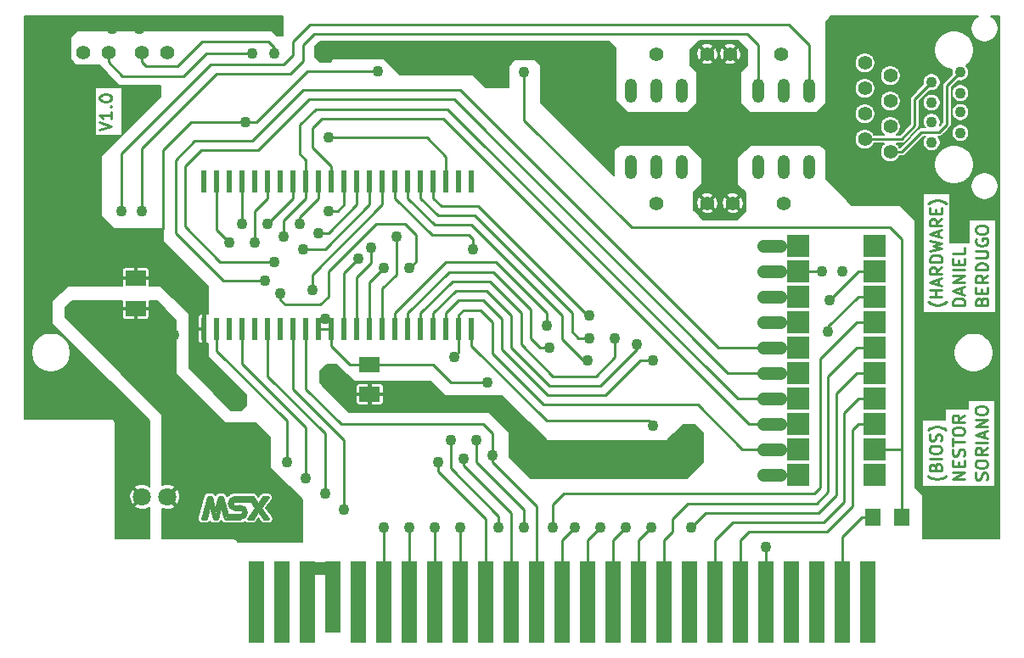
<source format=gbr>
%TF.GenerationSoftware,KiCad,Pcbnew,5.1.8-4.fc33*%
%TF.CreationDate,2021-01-04T09:42:59+01:00*%
%TF.ProjectId,obsonet_1,6f62736f-6e65-4745-9f31-2e6b69636164,rev?*%
%TF.SameCoordinates,Original*%
%TF.FileFunction,Copper,L1,Top*%
%TF.FilePolarity,Positive*%
%FSLAX46Y46*%
G04 Gerber Fmt 4.6, Leading zero omitted, Abs format (unit mm)*
G04 Created by KiCad (PCBNEW 5.1.8-4.fc33) date 2021-01-04 09:42:59*
%MOMM*%
%LPD*%
G01*
G04 APERTURE LIST*
%TA.AperFunction,NonConductor*%
%ADD10C,0.254000*%
%TD*%
%TA.AperFunction,EtchedComponent*%
%ADD11C,0.254000*%
%TD*%
%TA.AperFunction,SMDPad,CuDef*%
%ADD12R,2.000000X1.500000*%
%TD*%
%TA.AperFunction,ComponentPad*%
%ADD13C,1.800000*%
%TD*%
%TA.AperFunction,SMDPad,CuDef*%
%ADD14R,1.600000X1.803000*%
%TD*%
%TA.AperFunction,ComponentPad*%
%ADD15C,1.408000*%
%TD*%
%TA.AperFunction,ComponentPad*%
%ADD16O,1.208000X2.416000*%
%TD*%
%TA.AperFunction,ComponentPad*%
%ADD17R,2.250000X2.250000*%
%TD*%
%TA.AperFunction,SMDPad,CuDef*%
%ADD18R,0.600000X2.200000*%
%TD*%
%TA.AperFunction,SMDPad,CuDef*%
%ADD19R,1.498600X8.128000*%
%TD*%
%TA.AperFunction,SMDPad,CuDef*%
%ADD20R,1.498600X7.137400*%
%TD*%
%TA.AperFunction,ViaPad*%
%ADD21C,1.106400*%
%TD*%
%TA.AperFunction,Conductor*%
%ADD22C,0.254000*%
%TD*%
%TA.AperFunction,Conductor*%
%ADD23C,1.270000*%
%TD*%
%TA.AperFunction,Conductor*%
%ADD24C,0.250000*%
%TD*%
%TA.AperFunction,Conductor*%
%ADD25C,0.127000*%
%TD*%
%TA.AperFunction,Conductor*%
%ADD26C,0.100000*%
%TD*%
G04 APERTURE END LIST*
D10*
X107342747Y-84796057D02*
X108549247Y-84393890D01*
X107342747Y-83991723D01*
X108549247Y-82957580D02*
X108549247Y-83647009D01*
X108549247Y-83302295D02*
X107342747Y-83302295D01*
X107515104Y-83417200D01*
X107630009Y-83532104D01*
X107687461Y-83647009D01*
X108434342Y-82440509D02*
X108491795Y-82383057D01*
X108549247Y-82440509D01*
X108491795Y-82497961D01*
X108434342Y-82440509D01*
X108549247Y-82440509D01*
X107342747Y-81636176D02*
X107342747Y-81521271D01*
X107400200Y-81406366D01*
X107457652Y-81348914D01*
X107572557Y-81291461D01*
X107802366Y-81234009D01*
X108089628Y-81234009D01*
X108319438Y-81291461D01*
X108434342Y-81348914D01*
X108491795Y-81406366D01*
X108549247Y-81521271D01*
X108549247Y-81636176D01*
X108491795Y-81751080D01*
X108434342Y-81808533D01*
X108319438Y-81865985D01*
X108089628Y-81923438D01*
X107802366Y-81923438D01*
X107572557Y-81865985D01*
X107457652Y-81808533D01*
X107400200Y-81751080D01*
X107342747Y-81636176D01*
X191780866Y-119285023D02*
X191723414Y-119342476D01*
X191551057Y-119457380D01*
X191436152Y-119514833D01*
X191263795Y-119572285D01*
X190976533Y-119629738D01*
X190746723Y-119629738D01*
X190459461Y-119572285D01*
X190287104Y-119514833D01*
X190172200Y-119457380D01*
X189999842Y-119342476D01*
X189942390Y-119285023D01*
X190689271Y-118423238D02*
X190746723Y-118250880D01*
X190804176Y-118193428D01*
X190919080Y-118135976D01*
X191091438Y-118135976D01*
X191206342Y-118193428D01*
X191263795Y-118250880D01*
X191321247Y-118365785D01*
X191321247Y-118825404D01*
X190114747Y-118825404D01*
X190114747Y-118423238D01*
X190172200Y-118308333D01*
X190229652Y-118250880D01*
X190344557Y-118193428D01*
X190459461Y-118193428D01*
X190574366Y-118250880D01*
X190631819Y-118308333D01*
X190689271Y-118423238D01*
X190689271Y-118825404D01*
X191321247Y-117618904D02*
X190114747Y-117618904D01*
X190114747Y-116814571D02*
X190114747Y-116584761D01*
X190172200Y-116469857D01*
X190287104Y-116354952D01*
X190516914Y-116297500D01*
X190919080Y-116297500D01*
X191148890Y-116354952D01*
X191263795Y-116469857D01*
X191321247Y-116584761D01*
X191321247Y-116814571D01*
X191263795Y-116929476D01*
X191148890Y-117044380D01*
X190919080Y-117101833D01*
X190516914Y-117101833D01*
X190287104Y-117044380D01*
X190172200Y-116929476D01*
X190114747Y-116814571D01*
X191263795Y-115837880D02*
X191321247Y-115665523D01*
X191321247Y-115378261D01*
X191263795Y-115263357D01*
X191206342Y-115205904D01*
X191091438Y-115148452D01*
X190976533Y-115148452D01*
X190861628Y-115205904D01*
X190804176Y-115263357D01*
X190746723Y-115378261D01*
X190689271Y-115608071D01*
X190631819Y-115722976D01*
X190574366Y-115780428D01*
X190459461Y-115837880D01*
X190344557Y-115837880D01*
X190229652Y-115780428D01*
X190172200Y-115722976D01*
X190114747Y-115608071D01*
X190114747Y-115320809D01*
X190172200Y-115148452D01*
X191780866Y-114746285D02*
X191723414Y-114688833D01*
X191551057Y-114573928D01*
X191436152Y-114516476D01*
X191263795Y-114459023D01*
X190976533Y-114401571D01*
X190746723Y-114401571D01*
X190459461Y-114459023D01*
X190287104Y-114516476D01*
X190172200Y-114573928D01*
X189999842Y-114688833D01*
X189942390Y-114746285D01*
X191812666Y-101917723D02*
X191755214Y-101975176D01*
X191582857Y-102090080D01*
X191467952Y-102147533D01*
X191295595Y-102204985D01*
X191008333Y-102262438D01*
X190778523Y-102262438D01*
X190491261Y-102204985D01*
X190318904Y-102147533D01*
X190204000Y-102090080D01*
X190031642Y-101975176D01*
X189974190Y-101917723D01*
X191353047Y-101458104D02*
X190146547Y-101458104D01*
X190721071Y-101458104D02*
X190721071Y-100768676D01*
X191353047Y-100768676D02*
X190146547Y-100768676D01*
X191008333Y-100251604D02*
X191008333Y-99677080D01*
X191353047Y-100366509D02*
X190146547Y-99964342D01*
X191353047Y-99562176D01*
X191353047Y-98470580D02*
X190778523Y-98872747D01*
X191353047Y-99160009D02*
X190146547Y-99160009D01*
X190146547Y-98700390D01*
X190204000Y-98585485D01*
X190261452Y-98528033D01*
X190376357Y-98470580D01*
X190548714Y-98470580D01*
X190663619Y-98528033D01*
X190721071Y-98585485D01*
X190778523Y-98700390D01*
X190778523Y-99160009D01*
X191353047Y-97953509D02*
X190146547Y-97953509D01*
X190146547Y-97666247D01*
X190204000Y-97493890D01*
X190318904Y-97378985D01*
X190433809Y-97321533D01*
X190663619Y-97264080D01*
X190835976Y-97264080D01*
X191065785Y-97321533D01*
X191180690Y-97378985D01*
X191295595Y-97493890D01*
X191353047Y-97666247D01*
X191353047Y-97953509D01*
X190146547Y-96861914D02*
X191353047Y-96574652D01*
X190491261Y-96344842D01*
X191353047Y-96115033D01*
X190146547Y-95827771D01*
X191008333Y-95425604D02*
X191008333Y-94851080D01*
X191353047Y-95540509D02*
X190146547Y-95138342D01*
X191353047Y-94736176D01*
X191353047Y-93644580D02*
X190778523Y-94046747D01*
X191353047Y-94334009D02*
X190146547Y-94334009D01*
X190146547Y-93874390D01*
X190204000Y-93759485D01*
X190261452Y-93702033D01*
X190376357Y-93644580D01*
X190548714Y-93644580D01*
X190663619Y-93702033D01*
X190721071Y-93759485D01*
X190778523Y-93874390D01*
X190778523Y-94334009D01*
X190721071Y-93127509D02*
X190721071Y-92725342D01*
X191353047Y-92552985D02*
X191353047Y-93127509D01*
X190146547Y-93127509D01*
X190146547Y-92552985D01*
X191812666Y-92150819D02*
X191755214Y-92093366D01*
X191582857Y-91978461D01*
X191467952Y-91921009D01*
X191295595Y-91863557D01*
X191008333Y-91806104D01*
X190778523Y-91806104D01*
X190491261Y-91863557D01*
X190318904Y-91921009D01*
X190204000Y-91978461D01*
X190031642Y-92093366D01*
X189974190Y-92150819D01*
X193607247Y-119629738D02*
X192400747Y-119629738D01*
X193607247Y-118940309D01*
X192400747Y-118940309D01*
X192975271Y-118365785D02*
X192975271Y-117963619D01*
X193607247Y-117791261D02*
X193607247Y-118365785D01*
X192400747Y-118365785D01*
X192400747Y-117791261D01*
X193549795Y-117331642D02*
X193607247Y-117159285D01*
X193607247Y-116872023D01*
X193549795Y-116757119D01*
X193492342Y-116699666D01*
X193377438Y-116642214D01*
X193262533Y-116642214D01*
X193147628Y-116699666D01*
X193090176Y-116757119D01*
X193032723Y-116872023D01*
X192975271Y-117101833D01*
X192917819Y-117216738D01*
X192860366Y-117274190D01*
X192745461Y-117331642D01*
X192630557Y-117331642D01*
X192515652Y-117274190D01*
X192458200Y-117216738D01*
X192400747Y-117101833D01*
X192400747Y-116814571D01*
X192458200Y-116642214D01*
X192400747Y-116297500D02*
X192400747Y-115608071D01*
X193607247Y-115952785D02*
X192400747Y-115952785D01*
X192400747Y-114976095D02*
X192400747Y-114746285D01*
X192458200Y-114631380D01*
X192573104Y-114516476D01*
X192802914Y-114459023D01*
X193205080Y-114459023D01*
X193434890Y-114516476D01*
X193549795Y-114631380D01*
X193607247Y-114746285D01*
X193607247Y-114976095D01*
X193549795Y-115091000D01*
X193434890Y-115205904D01*
X193205080Y-115263357D01*
X192802914Y-115263357D01*
X192573104Y-115205904D01*
X192458200Y-115091000D01*
X192400747Y-114976095D01*
X193607247Y-113252523D02*
X193032723Y-113654690D01*
X193607247Y-113941952D02*
X192400747Y-113941952D01*
X192400747Y-113482333D01*
X192458200Y-113367428D01*
X192515652Y-113309976D01*
X192630557Y-113252523D01*
X192802914Y-113252523D01*
X192917819Y-113309976D01*
X192975271Y-113367428D01*
X193032723Y-113482333D01*
X193032723Y-113941952D01*
X195835795Y-119687190D02*
X195893247Y-119514833D01*
X195893247Y-119227571D01*
X195835795Y-119112666D01*
X195778342Y-119055214D01*
X195663438Y-118997761D01*
X195548533Y-118997761D01*
X195433628Y-119055214D01*
X195376176Y-119112666D01*
X195318723Y-119227571D01*
X195261271Y-119457380D01*
X195203819Y-119572285D01*
X195146366Y-119629738D01*
X195031461Y-119687190D01*
X194916557Y-119687190D01*
X194801652Y-119629738D01*
X194744200Y-119572285D01*
X194686747Y-119457380D01*
X194686747Y-119170119D01*
X194744200Y-118997761D01*
X194686747Y-118250880D02*
X194686747Y-118021071D01*
X194744200Y-117906166D01*
X194859104Y-117791261D01*
X195088914Y-117733809D01*
X195491080Y-117733809D01*
X195720890Y-117791261D01*
X195835795Y-117906166D01*
X195893247Y-118021071D01*
X195893247Y-118250880D01*
X195835795Y-118365785D01*
X195720890Y-118480690D01*
X195491080Y-118538142D01*
X195088914Y-118538142D01*
X194859104Y-118480690D01*
X194744200Y-118365785D01*
X194686747Y-118250880D01*
X195893247Y-116527309D02*
X195318723Y-116929476D01*
X195893247Y-117216738D02*
X194686747Y-117216738D01*
X194686747Y-116757119D01*
X194744200Y-116642214D01*
X194801652Y-116584761D01*
X194916557Y-116527309D01*
X195088914Y-116527309D01*
X195203819Y-116584761D01*
X195261271Y-116642214D01*
X195318723Y-116757119D01*
X195318723Y-117216738D01*
X195893247Y-116010238D02*
X194686747Y-116010238D01*
X195548533Y-115493166D02*
X195548533Y-114918642D01*
X195893247Y-115608071D02*
X194686747Y-115205904D01*
X195893247Y-114803738D01*
X195893247Y-114401571D02*
X194686747Y-114401571D01*
X195893247Y-113712142D01*
X194686747Y-113712142D01*
X194686747Y-112907809D02*
X194686747Y-112678000D01*
X194744200Y-112563095D01*
X194859104Y-112448190D01*
X195088914Y-112390738D01*
X195491080Y-112390738D01*
X195720890Y-112448190D01*
X195835795Y-112563095D01*
X195893247Y-112678000D01*
X195893247Y-112907809D01*
X195835795Y-113022714D01*
X195720890Y-113137619D01*
X195491080Y-113195071D01*
X195088914Y-113195071D01*
X194859104Y-113137619D01*
X194744200Y-113022714D01*
X194686747Y-112907809D01*
X193639047Y-102262438D02*
X192432547Y-102262438D01*
X192432547Y-101975176D01*
X192490000Y-101802819D01*
X192604904Y-101687914D01*
X192719809Y-101630461D01*
X192949619Y-101573009D01*
X193121976Y-101573009D01*
X193351785Y-101630461D01*
X193466690Y-101687914D01*
X193581595Y-101802819D01*
X193639047Y-101975176D01*
X193639047Y-102262438D01*
X193294333Y-101113390D02*
X193294333Y-100538866D01*
X193639047Y-101228295D02*
X192432547Y-100826128D01*
X193639047Y-100423961D01*
X193639047Y-100021795D02*
X192432547Y-100021795D01*
X193639047Y-99332366D01*
X192432547Y-99332366D01*
X193639047Y-98757842D02*
X192432547Y-98757842D01*
X193007071Y-98183319D02*
X193007071Y-97781152D01*
X193639047Y-97608795D02*
X193639047Y-98183319D01*
X192432547Y-98183319D01*
X192432547Y-97608795D01*
X193639047Y-96517200D02*
X193639047Y-97091723D01*
X192432547Y-97091723D01*
X195293071Y-101860271D02*
X195350523Y-101687914D01*
X195407976Y-101630461D01*
X195522880Y-101573009D01*
X195695238Y-101573009D01*
X195810142Y-101630461D01*
X195867595Y-101687914D01*
X195925047Y-101802819D01*
X195925047Y-102262438D01*
X194718547Y-102262438D01*
X194718547Y-101860271D01*
X194776000Y-101745366D01*
X194833452Y-101687914D01*
X194948357Y-101630461D01*
X195063261Y-101630461D01*
X195178166Y-101687914D01*
X195235619Y-101745366D01*
X195293071Y-101860271D01*
X195293071Y-102262438D01*
X195293071Y-101055938D02*
X195293071Y-100653771D01*
X195925047Y-100481414D02*
X195925047Y-101055938D01*
X194718547Y-101055938D01*
X194718547Y-100481414D01*
X195925047Y-99274914D02*
X195350523Y-99677080D01*
X195925047Y-99964342D02*
X194718547Y-99964342D01*
X194718547Y-99504723D01*
X194776000Y-99389819D01*
X194833452Y-99332366D01*
X194948357Y-99274914D01*
X195120714Y-99274914D01*
X195235619Y-99332366D01*
X195293071Y-99389819D01*
X195350523Y-99504723D01*
X195350523Y-99964342D01*
X195925047Y-98757842D02*
X194718547Y-98757842D01*
X194718547Y-98470580D01*
X194776000Y-98298223D01*
X194890904Y-98183319D01*
X195005809Y-98125866D01*
X195235619Y-98068414D01*
X195407976Y-98068414D01*
X195637785Y-98125866D01*
X195752690Y-98183319D01*
X195867595Y-98298223D01*
X195925047Y-98470580D01*
X195925047Y-98757842D01*
X194718547Y-97551342D02*
X195695238Y-97551342D01*
X195810142Y-97493890D01*
X195867595Y-97436438D01*
X195925047Y-97321533D01*
X195925047Y-97091723D01*
X195867595Y-96976819D01*
X195810142Y-96919366D01*
X195695238Y-96861914D01*
X194718547Y-96861914D01*
X194776000Y-95655414D02*
X194718547Y-95770319D01*
X194718547Y-95942676D01*
X194776000Y-96115033D01*
X194890904Y-96229938D01*
X195005809Y-96287390D01*
X195235619Y-96344842D01*
X195407976Y-96344842D01*
X195637785Y-96287390D01*
X195752690Y-96229938D01*
X195867595Y-96115033D01*
X195925047Y-95942676D01*
X195925047Y-95827771D01*
X195867595Y-95655414D01*
X195810142Y-95597961D01*
X195407976Y-95597961D01*
X195407976Y-95827771D01*
X194718547Y-94851080D02*
X194718547Y-94621271D01*
X194776000Y-94506366D01*
X194890904Y-94391461D01*
X195120714Y-94334009D01*
X195522880Y-94334009D01*
X195752690Y-94391461D01*
X195867595Y-94506366D01*
X195925047Y-94621271D01*
X195925047Y-94851080D01*
X195867595Y-94965985D01*
X195752690Y-95080890D01*
X195522880Y-95138342D01*
X195120714Y-95138342D01*
X194890904Y-95080890D01*
X194776000Y-94965985D01*
X194718547Y-94851080D01*
D11*
%TO.C,U$1*%
X122487700Y-123447600D02*
X123833900Y-121568000D01*
X122563900Y-121644200D02*
X123884700Y-123422200D01*
X120887500Y-121644200D02*
X122563900Y-121644200D01*
X121446300Y-122533200D02*
X120912900Y-122533200D01*
X119998500Y-123396800D02*
X121446300Y-123396800D01*
X119465100Y-121593400D02*
X119998500Y-123396800D01*
X118906300Y-123422200D02*
X119465100Y-121593400D01*
X118347500Y-121593400D02*
X118906300Y-123422200D01*
X117814100Y-123447600D02*
X118347500Y-121593400D01*
X117966500Y-123600000D02*
X117585500Y-123600000D01*
X118347500Y-122126800D02*
X117966500Y-123600000D01*
X118728500Y-123600000D02*
X118347500Y-122126800D01*
X119084100Y-123600000D02*
X118728500Y-123600000D01*
X119465100Y-122152200D02*
X119084100Y-123600000D01*
X119871500Y-123600000D02*
X119465100Y-122152200D01*
X121395500Y-123600000D02*
X119871500Y-123600000D01*
X120887500Y-122330000D02*
X121395500Y-122330000D01*
X122462300Y-121822000D02*
X120887500Y-121822000D01*
X122944900Y-122482400D02*
X122462300Y-121822000D01*
X122157500Y-123600000D02*
X122944900Y-122482400D01*
X122614700Y-123600000D02*
X122157500Y-123600000D01*
X123198900Y-122787200D02*
X122614700Y-123600000D01*
X123783100Y-123600000D02*
X123198900Y-122787200D01*
X124214900Y-123600000D02*
X123783100Y-123600000D01*
X123402100Y-122482400D02*
X124214900Y-123600000D01*
X124164100Y-121441000D02*
X123402100Y-122482400D01*
X123706900Y-121441000D02*
X124164100Y-121441000D01*
X123173500Y-122152200D02*
X123706900Y-121441000D01*
X122665500Y-121441000D02*
X123173500Y-122152200D01*
X120887500Y-121441000D02*
X122665500Y-121441000D01*
X121420900Y-122711000D02*
X120887500Y-122711000D01*
X120125500Y-123219000D02*
X121446300Y-123219000D01*
X119642900Y-121441000D02*
X120125500Y-123219000D01*
X119287300Y-121441000D02*
X119642900Y-121441000D01*
X118880900Y-122863400D02*
X119287300Y-121441000D01*
X118525300Y-121441000D02*
X118880900Y-122863400D01*
X118144300Y-121441000D02*
X118525300Y-121441000D01*
X117585500Y-123600000D02*
X118144300Y-121441000D01*
X120887498Y-121644202D02*
G75*
G03*
X120912900Y-122533200I25401J-444136D01*
G01*
X121446300Y-122533200D02*
G75*
G02*
X121446300Y-123396800I0J-431800D01*
G01*
X121395500Y-123600000D02*
G75*
G03*
X121395500Y-122330000I0J635000D01*
G01*
X120887500Y-122330000D02*
G75*
G02*
X120887500Y-121822000I0J254000D01*
G01*
X120887500Y-121441000D02*
G75*
G03*
X120887500Y-122711000I0J-635000D01*
G01*
X121420898Y-122711002D02*
G75*
G02*
X121446300Y-123219000I25401J-253364D01*
G01*
%TD*%
D12*
%TO.P,C2,2*%
%TO.N,GND*%
X110956200Y-102595600D03*
%TO.P,C2,1*%
%TO.N,VCC*%
X110956200Y-99595600D03*
%TD*%
%TO.P,C3,2*%
%TO.N,GND*%
X134292400Y-108168100D03*
%TO.P,C3,1*%
%TO.N,VCC*%
X134292400Y-111168100D03*
%TD*%
D13*
%TO.P,C6,+*%
%TO.N,VCC*%
X111591100Y-121415600D03*
%TO.P,C6,-*%
%TO.N,GND*%
X114131100Y-121415600D03*
%TD*%
D14*
%TO.P,R1,1*%
%TO.N,/~SLTSL*%
X184464100Y-123479100D03*
%TO.P,R1,2*%
%TO.N,Net-(IC6-Pad2)*%
X187308100Y-123479100D03*
%TD*%
D15*
%TO.P,CON2,8*%
%TO.N,Net-(CON2-Pad8)*%
X183663500Y-78076900D03*
%TO.P,CON2,7*%
%TO.N,Net-(CON2-Pad7)*%
X186203500Y-79346900D03*
%TO.P,CON2,1*%
%TO.N,Net-(CON2-Pad1)*%
X186203500Y-86966900D03*
%TO.P,CON2,2*%
%TO.N,Net-(CON2-Pad2)*%
X183663500Y-85696900D03*
%TO.P,CON2,3*%
%TO.N,Net-(CON2-Pad3)*%
X186203500Y-84426900D03*
%TO.P,CON2,4*%
%TO.N,Net-(CON2-Pad4)*%
X183663500Y-83156900D03*
%TO.P,CON2,5*%
%TO.N,Net-(CON2-Pad5)*%
X186203500Y-81886900D03*
%TO.P,CON2,6*%
%TO.N,Net-(CON2-Pad6)*%
X183663500Y-80616900D03*
%TD*%
D16*
%TO.P,TF1,14*%
%TO.N,Net-(CON2-Pad2)*%
X173027300Y-88459100D03*
%TO.P,TF1,11*%
%TO.N,Net-(CON2-Pad3)*%
X165407300Y-88459100D03*
%TO.P,TF1,6*%
%TO.N,/TPIN+*%
X165407300Y-80839100D03*
%TO.P,TF1,3*%
%TO.N,/TPOUT-*%
X173027300Y-80839100D03*
%TO.P,TF1,16*%
%TO.N,Net-(CON2-Pad1)*%
X178107300Y-88459100D03*
%TO.P,TF1,15*%
%TO.N,Net-(C10-Pad1)*%
X175567300Y-88459100D03*
%TO.P,TF1,10*%
%TO.N,Net-(C9-Pad1)*%
X162867300Y-88459100D03*
%TO.P,TF1,9*%
%TO.N,Net-(CON2-Pad6)*%
X160327300Y-88459100D03*
%TO.P,TF1,8*%
%TO.N,/TPIN-*%
X160327300Y-80839100D03*
%TO.P,TF1,7*%
%TO.N,Net-(C8-Pad2)*%
X162867300Y-80839100D03*
%TO.P,TF1,2*%
%TO.N,Net-(C7-Pad2)*%
X175567300Y-80839100D03*
%TO.P,TF1,1*%
%TO.N,/TPOUT+*%
X178107300Y-80839100D03*
%TD*%
D15*
%TO.P,C7,2*%
%TO.N,Net-(C7-Pad2)*%
X175313500Y-77187800D03*
%TO.P,C7,1*%
%TO.N,GND*%
X170233500Y-77187800D03*
%TD*%
%TO.P,C8,2*%
%TO.N,Net-(C8-Pad2)*%
X162867400Y-77187800D03*
%TO.P,C8,1*%
%TO.N,GND*%
X167947400Y-77187800D03*
%TD*%
%TO.P,C9,2*%
%TO.N,GND*%
X167947400Y-92078600D03*
%TO.P,C9,1*%
%TO.N,Net-(C9-Pad1)*%
X162867400Y-92078600D03*
%TD*%
%TO.P,C10,2*%
%TO.N,GND*%
X170487300Y-92078600D03*
%TO.P,C10,1*%
%TO.N,Net-(C10-Pad1)*%
X175567300Y-92078600D03*
%TD*%
D17*
%TO.P,IC6,20*%
%TO.N,VCC*%
X176996100Y-119193100D03*
%TO.P,IC6,19*%
%TO.N,/~WE*%
X176996100Y-116653100D03*
%TO.P,IC6,18*%
%TO.N,/~CE_FLASH*%
X176996100Y-114113100D03*
%TO.P,IC6,17*%
%TO.N,/~OE*%
X176996100Y-111573100D03*
%TO.P,IC6,16*%
%TO.N,/~AEN*%
X176996100Y-109033100D03*
%TO.P,IC6,15*%
%TO.N,/RSTDRV*%
X176996100Y-106493100D03*
%TO.P,IC6,14*%
%TO.N,/NC_14*%
X176996100Y-103953100D03*
%TO.P,IC6,13*%
%TO.N,/NC_13*%
X176996100Y-101413100D03*
%TO.P,IC6,12*%
%TO.N,/~BUSDIR*%
X176996100Y-98873100D03*
%TO.P,IC6,11*%
%TO.N,GND*%
X176996100Y-96333100D03*
%TO.P,IC6,10*%
X184616100Y-96333100D03*
%TO.P,IC6,9*%
%TO.N,/~WR*%
X184616100Y-98873100D03*
%TO.P,IC6,5*%
%TO.N,/~RESET*%
X184616100Y-109033100D03*
%TO.P,IC6,6*%
%TO.N,/A15*%
X184616100Y-106493100D03*
%TO.P,IC6,4*%
%TO.N,/~RD*%
X184616100Y-111573100D03*
%TO.P,IC6,3*%
%TO.N,/~MERQ*%
X184616100Y-114113100D03*
%TO.P,IC6,8*%
%TO.N,/~H/L*%
X184616100Y-101413100D03*
%TO.P,IC6,7*%
%TO.N,/A14*%
X184616100Y-103953100D03*
%TO.P,IC6,2*%
%TO.N,Net-(IC6-Pad2)*%
X184616100Y-116653100D03*
%TO.P,IC6,1*%
%TO.N,GND*%
X184616100Y-119193100D03*
%TD*%
D15*
%TO.P,LED1,K*%
%TO.N,Net-(IC4-Pad61)*%
X108257500Y-77029200D03*
%TO.P,LED1,A*%
%TO.N,Net-(LED1-PadA)*%
X105717500Y-77029200D03*
%TD*%
%TO.P,LED2,K*%
%TO.N,Net-(IC4-Pad62)*%
X111591100Y-77029100D03*
%TO.P,LED2,A*%
%TO.N,Net-(LED2-PadA)*%
X114131100Y-77029100D03*
%TD*%
D18*
%TO.P,IC1,44*%
%TO.N,/~RESET*%
X144452400Y-104625600D03*
%TO.P,IC1,43*%
%TO.N,/~WE*%
X143182400Y-104625600D03*
%TO.P,IC1,42*%
%TO.N,/A9*%
X141912400Y-104625600D03*
%TO.P,IC1,41*%
%TO.N,/A10*%
X140642400Y-104625600D03*
%TO.P,IC1,40*%
%TO.N,/A11*%
X139372400Y-104625600D03*
%TO.P,IC1,39*%
%TO.N,/A12*%
X138102400Y-104625600D03*
%TO.P,IC1,38*%
%TO.N,/A13*%
X136832400Y-104625600D03*
%TO.P,IC1,37*%
%TO.N,/BROM-A14*%
X135562400Y-104625600D03*
%TO.P,IC1,36*%
%TO.N,/BROM-A15*%
X134292400Y-104625600D03*
%TO.P,IC1,35*%
%TO.N,/BROM-A16*%
X133022400Y-104625600D03*
%TO.P,IC1,34*%
%TO.N,/BROM-A17*%
X131752400Y-104625600D03*
%TO.P,IC1,33*%
%TO.N,GND*%
X130482400Y-104625600D03*
%TO.P,IC1,32*%
X129212400Y-104625600D03*
%TO.P,IC1,31*%
%TO.N,/A0*%
X127942400Y-104625600D03*
%TO.P,IC1,30*%
%TO.N,/D7*%
X126672400Y-104625600D03*
%TO.P,IC1,29*%
%TO.N,Net-(IC1-Pad29)*%
X125402400Y-104625600D03*
%TO.P,IC1,28*%
%TO.N,/D6*%
X124132400Y-104625600D03*
%TO.P,IC1,27*%
%TO.N,Net-(IC1-Pad27)*%
X122862400Y-104625600D03*
%TO.P,IC1,26*%
%TO.N,/D5*%
X121592400Y-104625600D03*
%TO.P,IC1,25*%
%TO.N,Net-(IC1-Pad25)*%
X120322400Y-104625600D03*
%TO.P,IC1,24*%
%TO.N,/D4*%
X119052400Y-104625600D03*
%TO.P,IC1,23*%
%TO.N,VCC*%
X117782400Y-104625600D03*
%TO.P,IC1,22*%
%TO.N,Net-(IC1-Pad22)*%
X117782400Y-89945600D03*
%TO.P,IC1,21*%
%TO.N,/D3*%
X119052400Y-89945600D03*
%TO.P,IC1,20*%
%TO.N,Net-(IC1-Pad20)*%
X120322400Y-89945600D03*
%TO.P,IC1,19*%
%TO.N,/D2*%
X121592400Y-89945600D03*
%TO.P,IC1,18*%
%TO.N,Net-(IC1-Pad18)*%
X122862400Y-89945600D03*
%TO.P,IC1,17*%
%TO.N,/D1*%
X124132400Y-89945600D03*
%TO.P,IC1,16*%
%TO.N,Net-(IC1-Pad16)*%
X125402400Y-89945600D03*
%TO.P,IC1,15*%
%TO.N,/D0*%
X126672400Y-89945600D03*
%TO.P,IC1,8*%
%TO.N,/A4*%
X135562400Y-89945600D03*
%TO.P,IC1,10*%
%TO.N,/A2*%
X133022400Y-89945600D03*
%TO.P,IC1,7*%
%TO.N,/A5*%
X136832400Y-89945600D03*
%TO.P,IC1,5*%
%TO.N,/A7*%
X139372400Y-89945600D03*
%TO.P,IC1,9*%
%TO.N,/A3*%
X134292400Y-89945600D03*
%TO.P,IC1,6*%
%TO.N,/A6*%
X138102400Y-89945600D03*
%TO.P,IC1,11*%
%TO.N,/A1*%
X131752400Y-89945600D03*
%TO.P,IC1,12*%
%TO.N,/~CE_FLASH*%
X130482400Y-89945600D03*
%TO.P,IC1,14*%
%TO.N,/~OE*%
X127942400Y-89945600D03*
%TO.P,IC1,4*%
%TO.N,/A8*%
X140642400Y-89945600D03*
%TO.P,IC1,3*%
%TO.N,/BROM-A18*%
X141912400Y-89945600D03*
%TO.P,IC1,1*%
%TO.N,N/C*%
X144452400Y-89945600D03*
%TO.P,IC1,13*%
%TO.N,GND*%
X129212400Y-89945600D03*
%TO.P,IC1,2*%
%TO.N,Net-(IC1-Pad2)*%
X143182400Y-89945600D03*
%TD*%
D19*
%TO.P,CON1,50*%
%TO.N,Net-(CON1-Pad50)*%
X123021100Y-131872400D03*
%TO.P,CON1,48*%
%TO.N,Net-(CON1-Pad48)*%
X125561100Y-131872400D03*
%TO.P,CON1,46*%
%TO.N,Net-(CON1-Pad44)*%
X128101100Y-131872400D03*
D20*
%TO.P,CON1,44*%
X130641100Y-131372400D03*
D19*
%TO.P,CON1,42*%
%TO.N,Net-(CON1-Pad42)*%
X133181100Y-131872400D03*
%TO.P,CON1,40*%
%TO.N,/D6*%
X135721100Y-131872400D03*
%TO.P,CON1,38*%
%TO.N,/D4*%
X138261100Y-131872400D03*
%TO.P,CON1,36*%
%TO.N,/D2*%
X140801100Y-131872400D03*
%TO.P,CON1,34*%
%TO.N,/D0*%
X143341100Y-131872400D03*
%TO.P,CON1,32*%
%TO.N,/A4*%
X145881100Y-131872400D03*
%TO.P,CON1,30*%
%TO.N,/A2*%
X148421100Y-131872400D03*
%TO.P,CON1,28*%
%TO.N,/A0*%
X150961100Y-131872400D03*
%TO.P,CON1,26*%
%TO.N,/A13*%
X153501100Y-131872400D03*
%TO.P,CON1,24*%
%TO.N,/A8*%
X156041100Y-131872400D03*
%TO.P,CON1,22*%
%TO.N,/A6*%
X158581100Y-131872400D03*
%TO.P,CON1,20*%
%TO.N,/A10*%
X161121100Y-131872400D03*
%TO.P,CON1,18*%
%TO.N,/A15*%
X163661100Y-131872400D03*
%TO.P,CON1,16*%
%TO.N,Net-(CON1-Pad16)*%
X166201100Y-131872400D03*
%TO.P,CON1,14*%
%TO.N,/~RD*%
X168741100Y-131872400D03*
%TO.P,CON1,12*%
%TO.N,/~MERQ*%
X171281100Y-131872400D03*
%TO.P,CON1,10*%
%TO.N,/~BUSDIR*%
X173821100Y-131872400D03*
%TO.P,CON1,8*%
%TO.N,Net-(CON1-Pad8)*%
X176361100Y-131872400D03*
%TO.P,CON1,6*%
%TO.N,Net-(CON1-Pad6)*%
X178901100Y-131872400D03*
%TO.P,CON1,4*%
%TO.N,/~SLTSL*%
X181441100Y-131872400D03*
%TO.P,CON1,2*%
%TO.N,Net-(CON1-Pad2)*%
X183981100Y-131872400D03*
%TD*%
D21*
%TO.N,GND*%
X129847400Y-76997300D03*
X157628600Y-76997300D03*
X127307400Y-94110600D03*
X114766100Y-105223200D03*
X104923600Y-103000500D03*
X129847400Y-103635600D03*
X146039900Y-109985700D03*
%TO.N,VCC*%
X139848600Y-110938100D03*
X120957400Y-111731800D03*
X130482400Y-109350600D03*
X151119900Y-117097600D03*
X166201100Y-115383100D03*
X135086100Y-78870600D03*
X121909900Y-83950600D03*
X117782400Y-107128000D03*
X108568000Y-74647900D03*
X111280400Y-74647900D03*
%TO.N,N$24*%
X190331100Y-82045600D03*
%TO.N,N$26*%
X190331100Y-86014400D03*
%TO.N,N$27*%
X193188600Y-85061900D03*
%TO.N,N$28*%
X193188600Y-82998100D03*
%TO.N,Net-(IC6-Pad2)*%
X149691100Y-78997600D03*
%TO.N,/BROM-A16*%
X134451100Y-96491800D03*
%TO.N,/BROM-A17*%
X133181100Y-97603100D03*
%TO.N,Net-(CON2-Pad1)*%
X193188600Y-79029400D03*
%TO.N,Net-(CON2-Pad2)*%
X190331100Y-79981900D03*
%TO.N,Net-(CON2-Pad3)*%
X193188600Y-81093100D03*
%TO.N,Net-(CON2-Pad6)*%
X190331100Y-83950600D03*
%TO.N,/TPOUT-*%
X111591100Y-92840600D03*
%TO.N,/TPOUT+*%
X109527400Y-92840600D03*
%TO.N,/A5*%
X144611100Y-96714000D03*
%TO.N,/A12*%
X152231200Y-106493100D03*
%TO.N,/A7*%
X156199900Y-105540600D03*
%TO.N,/A11*%
X158739900Y-105540600D03*
%TO.N,/A9*%
X162549900Y-107763100D03*
%TO.N,/~H/L*%
X180012400Y-104905600D03*
%TO.N,/A10*%
X162391200Y-124431800D03*
X160962400Y-106175600D03*
%TO.N,/A6*%
X159851200Y-124431800D03*
X156041200Y-107763100D03*
%TO.N,/A8*%
X157311200Y-124431800D03*
X156199900Y-103318100D03*
%TO.N,/A13*%
X154771200Y-124431900D03*
X151913600Y-104270600D03*
%TO.N,/~WE*%
X142706100Y-107445500D03*
X138261100Y-98555600D03*
X125402400Y-101095600D03*
%TO.N,/~OE*%
X125719900Y-95380600D03*
%TO.N,/~AEN*%
X124767400Y-97920600D03*
%TO.N,/RSTDRV*%
X123814900Y-99825600D03*
%TO.N,/~BUSDIR*%
X173821100Y-126368600D03*
X179345600Y-98873100D03*
X181377600Y-98873100D03*
%TO.N,/~WR*%
X180171100Y-101730600D03*
%TO.N,/~RESET*%
X166359800Y-124431800D03*
X162549900Y-114271800D03*
%TO.N,/A14*%
X152548600Y-124431900D03*
%TO.N,Net-(IC4-Pad61)*%
X122544900Y-77092600D03*
%TO.N,Net-(IC4-Pad62)*%
X124767400Y-77092600D03*
%TO.N,/BROM-A14*%
X136991100Y-95380600D03*
%TO.N,/BROM-A15*%
X135721100Y-98555600D03*
%TO.N,/BROM-A18*%
X130164900Y-85538100D03*
%TO.N,/D7*%
X131752400Y-122685600D03*
%TO.N,/D6*%
X135721100Y-124431900D03*
X129847400Y-121098100D03*
%TO.N,/D5*%
X127942400Y-119510600D03*
%TO.N,/D4*%
X138261100Y-124431900D03*
X126037400Y-117923100D03*
%TO.N,/D3*%
X120322400Y-96015600D03*
%TO.N,/D2*%
X140801100Y-124431900D03*
X121592300Y-94110600D03*
%TO.N,/D1*%
X122862400Y-96015600D03*
%TO.N,/D0*%
X143341100Y-124431900D03*
X124132400Y-94110600D03*
%TO.N,/A4*%
X141118600Y-117923100D03*
X128577400Y-100778100D03*
%TO.N,/A3*%
X147151100Y-124431900D03*
X142388600Y-115700600D03*
X127624800Y-96650600D03*
%TO.N,/A2*%
X143658600Y-117605600D03*
X129212400Y-95063100D03*
%TO.N,/A1*%
X149691000Y-124431900D03*
X144928600Y-115700600D03*
X130164900Y-92840600D03*
%TO.N,/A0*%
X146516100Y-117288100D03*
%TD*%
D22*
%TO.N,GND*%
X127307400Y-94110600D02*
X127307400Y-93475500D01*
X127307400Y-93475500D02*
X129212400Y-91570500D01*
X129212400Y-91570500D02*
X129212400Y-89945600D01*
D23*
X173503600Y-96333100D02*
X175249800Y-96333100D01*
D22*
X175249800Y-96333100D02*
X176996100Y-96333100D01*
X129212400Y-104625600D02*
X130482400Y-104625600D01*
X130164900Y-103635600D02*
X129847400Y-103635600D01*
X130482400Y-103953100D02*
X130164900Y-103635600D01*
X130482400Y-104625600D02*
X130482400Y-103953100D01*
X132316200Y-108168100D02*
X134292400Y-108168100D01*
X130482400Y-106334300D02*
X132316200Y-108168100D01*
X130482400Y-104625600D02*
X130482400Y-106334300D01*
X134292400Y-108168100D02*
X140571100Y-108168100D01*
X140571100Y-108168100D02*
X142388700Y-109985700D01*
X142388700Y-109985700D02*
X146039900Y-109985700D01*
%TO.N,VCC*%
X121909900Y-83950600D02*
X123021100Y-83950600D01*
D23*
X173503600Y-119193100D02*
X175249900Y-119193100D01*
D22*
X175249900Y-119193100D02*
X176996100Y-119193100D01*
X123021100Y-83950600D02*
X128101100Y-78870600D01*
X128101100Y-78870600D02*
X135086100Y-78870600D01*
X113654900Y-94586800D02*
X113654900Y-86808100D01*
X113654900Y-86808100D02*
X116512400Y-83950600D01*
X116512400Y-83950600D02*
X121909900Y-83950600D01*
D24*
X110956200Y-99595600D02*
X107072488Y-99595600D01*
X113654900Y-94586800D02*
X113654900Y-94625100D01*
X113654900Y-94625100D02*
X113538000Y-94742000D01*
X113538000Y-94742000D02*
X108204000Y-94742000D01*
X108204000Y-94742000D02*
X106934000Y-93472000D01*
X106934000Y-93472000D02*
X104648000Y-93472000D01*
X104648000Y-93472000D02*
X103886000Y-94234000D01*
X103886000Y-94234000D02*
X103886000Y-99314000D01*
X104167600Y-99595600D02*
X107072488Y-99595600D01*
X103886000Y-99314000D02*
X104167600Y-99595600D01*
D22*
%TO.N,/~SLTSL*%
X181441100Y-125384700D02*
X183346700Y-123479100D01*
X183346700Y-123479100D02*
X184464100Y-123479100D01*
X181441100Y-131872400D02*
X181441100Y-125384700D01*
%TO.N,Net-(IC6-Pad2)*%
X149691100Y-78997600D02*
X149691100Y-83791800D01*
X187308100Y-116653100D02*
X187308100Y-123479100D01*
X187308100Y-116653100D02*
X184616100Y-116653100D01*
X187308100Y-95659600D02*
X187308100Y-116653100D01*
X186140100Y-94491600D02*
X187308100Y-95659600D01*
X160390900Y-94491600D02*
X186140100Y-94491600D01*
X149691100Y-83791800D02*
X160390900Y-94491600D01*
%TO.N,/BROM-A16*%
X133022400Y-104625600D02*
X133022300Y-99508100D01*
X133022300Y-99508100D02*
X134451100Y-98079300D01*
X134451100Y-98079300D02*
X134451100Y-96491800D01*
%TO.N,/BROM-A17*%
X131752400Y-104625600D02*
X131752400Y-99031900D01*
X131752400Y-99031900D02*
X133181100Y-97603100D01*
%TO.N,Net-(CON2-Pad1)*%
X186203500Y-86966900D02*
X187314800Y-86966900D01*
X187314800Y-86966900D02*
X189315100Y-84966600D01*
X189315100Y-84966600D02*
X191093100Y-84966600D01*
X191093100Y-84966600D02*
X191855100Y-84204600D01*
X191855100Y-84204600D02*
X191855100Y-80362900D01*
X191855100Y-80362900D02*
X193188600Y-79029400D01*
%TO.N,Net-(CON2-Pad2)*%
X183663500Y-85696900D02*
X187314900Y-85696900D01*
X187314900Y-85696900D02*
X188648400Y-84363400D01*
X188648400Y-84363400D02*
X188648400Y-81664600D01*
X188648400Y-81664600D02*
X190331100Y-79981900D01*
%TO.N,/TPOUT-*%
X111591100Y-92840600D02*
X111591100Y-86649400D01*
X111591100Y-86649400D02*
X119052400Y-79188100D01*
X119052400Y-79188100D02*
X126354900Y-79188100D01*
X126354900Y-79188100D02*
X127624900Y-77918100D01*
X127624900Y-77918100D02*
X127624900Y-76298800D01*
X127624900Y-76298800D02*
X128736100Y-75187600D01*
X173027300Y-76298800D02*
X173027300Y-80839100D01*
X171916100Y-75187600D02*
X173027300Y-76298800D01*
X128736100Y-75187600D02*
X171916100Y-75187600D01*
%TO.N,/TPOUT+*%
X109527400Y-92840600D02*
X109527400Y-87125600D01*
X109527400Y-87125600D02*
X118417400Y-78235600D01*
X118417400Y-78235600D02*
X125719900Y-78235600D01*
X125719900Y-78235600D02*
X126672400Y-77283100D01*
X126672400Y-77283100D02*
X126672400Y-75917800D01*
X126672400Y-75917800D02*
X128355200Y-74235100D01*
X178107300Y-76298800D02*
X178107300Y-80839100D01*
X176043600Y-74235100D02*
X178107300Y-76298800D01*
X128355200Y-74235100D02*
X176043600Y-74235100D01*
%TO.N,/A5*%
X136832400Y-91570700D02*
X136832400Y-89945600D01*
X140483600Y-95222000D02*
X136832400Y-91570700D01*
X144134900Y-95221800D02*
X140483600Y-95222000D01*
X144611100Y-96714000D02*
X144611100Y-95698100D01*
X144611100Y-95698100D02*
X144134900Y-95221800D01*
%TO.N,/A12*%
X138102300Y-103064100D02*
X138102400Y-104625600D01*
X142229800Y-98936600D02*
X138102300Y-103064100D01*
X146579600Y-98936600D02*
X142229800Y-98936600D01*
X150326200Y-102683200D02*
X146579600Y-98936600D01*
X150326200Y-105540600D02*
X150326200Y-102683200D01*
X151278600Y-106493200D02*
X150326200Y-105540600D01*
X152231200Y-106493100D02*
X151278600Y-106493200D01*
%TO.N,/A7*%
X139372300Y-91570500D02*
X139372400Y-89945600D01*
X141118600Y-93316800D02*
X139372300Y-91570500D01*
X144769800Y-93316900D02*
X141118600Y-93316800D01*
X154453600Y-103000600D02*
X144769800Y-93316900D01*
X154453600Y-104905600D02*
X154453600Y-103000600D01*
X155088600Y-105540600D02*
X154453600Y-104905600D01*
X156199900Y-105540600D02*
X155088600Y-105540600D01*
%TO.N,/A11*%
X139372400Y-103064100D02*
X139372400Y-104625600D01*
X142547400Y-99889100D02*
X139372400Y-103064100D01*
X146262100Y-99889100D02*
X142547400Y-99889100D01*
X149373600Y-103000600D02*
X146262100Y-99889100D01*
X149373600Y-106175600D02*
X149373600Y-103000600D01*
X152548600Y-109350600D02*
X149373600Y-106175600D01*
X156834900Y-109350600D02*
X152548600Y-109350600D01*
X158739900Y-107445600D02*
X156834900Y-109350600D01*
X158739900Y-105540600D02*
X158739900Y-107445600D01*
%TO.N,/A9*%
X141912400Y-103064100D02*
X141912400Y-104625600D01*
X143182400Y-101794100D02*
X141912400Y-103064100D01*
X145627100Y-101794100D02*
X143182400Y-101794100D01*
X147468600Y-103635600D02*
X145627100Y-101794100D01*
X147468600Y-106651800D02*
X147468600Y-103635600D01*
X152072300Y-111255600D02*
X147468600Y-106651800D01*
X157787400Y-111255600D02*
X152072300Y-111255600D01*
X161279900Y-107763100D02*
X157787400Y-111255600D01*
X162549900Y-107763100D02*
X161279900Y-107763100D01*
%TO.N,/~H/L*%
X180012400Y-104905600D02*
X180012400Y-104429300D01*
X180012400Y-104429300D02*
X183028600Y-101413100D01*
X183028600Y-101413100D02*
X184616100Y-101413100D01*
%TO.N,/A10*%
X161121100Y-125701800D02*
X162391200Y-124431800D01*
X140642400Y-103064100D02*
X140642400Y-104625600D01*
X142864900Y-100841600D02*
X140642400Y-103064100D01*
X145944600Y-100841600D02*
X142864900Y-100841600D01*
X148421100Y-103318100D02*
X145944600Y-100841600D01*
X148421100Y-106493100D02*
X148421100Y-103318100D01*
X152231100Y-110303000D02*
X148421100Y-106493100D01*
X157311100Y-110303100D02*
X152231100Y-110303000D01*
X160962400Y-106651800D02*
X157311100Y-110303100D01*
X160962400Y-106175600D02*
X160962400Y-106651800D01*
X161121100Y-131872400D02*
X161121100Y-125701800D01*
%TO.N,/A6*%
X158581100Y-125701800D02*
X159851200Y-124431800D01*
X138102300Y-91570700D02*
X138102400Y-89945600D01*
X140801000Y-94269500D02*
X138102300Y-91570700D01*
X144452300Y-94269300D02*
X140801000Y-94269500D01*
X153501100Y-103318100D02*
X144452300Y-94269300D01*
X153501100Y-105699300D02*
X153501100Y-103318100D01*
X155564900Y-107763100D02*
X153501100Y-105699300D01*
X156041200Y-107763100D02*
X155564900Y-107763100D01*
X158581100Y-131872400D02*
X158581100Y-125701800D01*
%TO.N,/A8*%
X156041100Y-125701800D02*
X157311200Y-124431800D01*
X140642400Y-91570600D02*
X140642400Y-89945600D01*
X141436200Y-92364400D02*
X140642400Y-91570600D01*
X145087400Y-92364300D02*
X141436200Y-92364400D01*
X156041100Y-103318100D02*
X145087400Y-92364300D01*
X156199900Y-103318100D02*
X156041100Y-103318100D01*
X156041100Y-131872400D02*
X156041100Y-125701800D01*
%TO.N,/A13*%
X153501100Y-125701900D02*
X154771200Y-124431900D01*
X136832400Y-103064100D02*
X136832400Y-104625600D01*
X141912400Y-97984100D02*
X136832400Y-103064100D01*
X146897000Y-97984100D02*
X141912400Y-97984100D01*
X151913500Y-103000500D02*
X146897000Y-97984100D01*
X151913600Y-104270600D02*
X151913500Y-103000500D01*
X153501100Y-131872400D02*
X153501100Y-125701900D01*
%TO.N,/~WE*%
X166994900Y-112208100D02*
X171439900Y-116653100D01*
X151596100Y-112208100D02*
X166994900Y-112208100D01*
X146516100Y-107128100D02*
X151596100Y-112208100D01*
X146516100Y-103953100D02*
X146516100Y-107128100D01*
X145309600Y-102746600D02*
X146516100Y-103953100D01*
X143658700Y-102746600D02*
X145309600Y-102746600D01*
X143182400Y-103222900D02*
X143658700Y-102746600D01*
X143182400Y-104625600D02*
X143182400Y-103222900D01*
X143182400Y-106969300D02*
X143182400Y-104625600D01*
X142706100Y-107445500D02*
X143182400Y-106969300D01*
X138896100Y-97920600D02*
X138261100Y-98555600D01*
X134927400Y-94110600D02*
X137784900Y-94110600D01*
X137784900Y-94110600D02*
X138896100Y-95221800D01*
X138896100Y-95221800D02*
X138896100Y-97920600D01*
X125878700Y-102206800D02*
X129371100Y-102206800D01*
X129371100Y-102206800D02*
X130164900Y-101413100D01*
X130164900Y-101413100D02*
X130164900Y-98873100D01*
X130164900Y-98873100D02*
X134927400Y-94110600D01*
X125402400Y-101730600D02*
X125878700Y-102206800D01*
X125402400Y-101095600D02*
X125402400Y-101730600D01*
X175249800Y-116653100D02*
X176996100Y-116653100D01*
D23*
X173503600Y-116653100D02*
X175249800Y-116653100D01*
D22*
X171439900Y-116653100D02*
X173503600Y-116653100D01*
%TO.N,/~CE_FLASH*%
X129529900Y-83633100D02*
X141594800Y-83633100D01*
X128577400Y-84585600D02*
X129529900Y-83633100D01*
X128577400Y-86490600D02*
X128577400Y-84585600D01*
X130482400Y-88395600D02*
X128577400Y-86490600D01*
X130482400Y-89945600D02*
X130482400Y-88395600D01*
X141594800Y-83633100D02*
X172074800Y-114113100D01*
X175249900Y-114113100D02*
X176996100Y-114113100D01*
D23*
X173503600Y-114113100D02*
X175249900Y-114113100D01*
D22*
X172074800Y-114113100D02*
X173503600Y-114113100D01*
%TO.N,/~OE*%
X128894900Y-82680600D02*
X142071100Y-82680600D01*
X127307400Y-84268100D02*
X128894900Y-82680600D01*
X127307400Y-87125600D02*
X127307400Y-84268100D01*
X127942300Y-87760600D02*
X127307400Y-87125600D01*
X127942400Y-89945600D02*
X127942300Y-87760600D01*
X125719900Y-95380600D02*
X125719900Y-93793100D01*
X125719900Y-93793100D02*
X127942400Y-91570600D01*
X127942400Y-91570600D02*
X127942400Y-89945600D01*
X142071100Y-82680600D02*
X170963600Y-111573100D01*
X175249800Y-111573100D02*
X176996100Y-111573100D01*
D23*
X173503600Y-111573100D02*
X175249800Y-111573100D01*
D22*
X170963600Y-111573100D02*
X173503600Y-111573100D01*
%TO.N,/~AEN*%
X128259900Y-81728100D02*
X142706100Y-81728100D01*
X123179900Y-86808100D02*
X128259900Y-81728100D01*
X117464900Y-86808100D02*
X123179900Y-86808100D01*
X115877400Y-88395600D02*
X117464900Y-86808100D01*
X115877400Y-94428100D02*
X115877400Y-88395600D01*
X124767400Y-97920600D02*
X119369800Y-97920600D01*
X119369800Y-97920600D02*
X115877400Y-94428100D01*
X142706100Y-81728100D02*
X170011100Y-109033100D01*
X175249900Y-109033100D02*
X176996100Y-109033100D01*
D23*
X173503600Y-109033100D02*
X175249900Y-109033100D01*
D22*
X170011100Y-109033100D02*
X173503600Y-109033100D01*
%TO.N,/RSTDRV*%
X127624900Y-80775600D02*
X143341100Y-80775600D01*
X122544800Y-85855600D02*
X127624900Y-80775600D01*
X116829900Y-85855600D02*
X122544800Y-85855600D01*
X114924900Y-87760600D02*
X116829900Y-85855600D01*
X114924900Y-95063100D02*
X114924900Y-87760600D01*
X119687400Y-99825600D02*
X114924900Y-95063100D01*
X123814900Y-99825600D02*
X119687400Y-99825600D01*
X143341100Y-80775600D02*
X169058600Y-106493100D01*
X175249800Y-106493100D02*
X176996100Y-106493100D01*
D23*
X173503600Y-106493100D02*
X175249800Y-106493100D01*
D22*
X169058600Y-106493100D02*
X173503600Y-106493100D01*
D23*
%TO.N,/NC_14*%
X173503500Y-103953100D02*
X175249800Y-103953100D01*
D22*
X175249800Y-103953100D02*
X176996100Y-103953100D01*
D23*
%TO.N,/NC_13*%
X173503600Y-101413100D02*
X175249900Y-101413100D01*
D22*
X175249900Y-101413100D02*
X176996100Y-101413100D01*
D23*
%TO.N,/~BUSDIR*%
X175249900Y-98873100D02*
X173503600Y-98873100D01*
D22*
X176996100Y-98873100D02*
X175249900Y-98873100D01*
X173821100Y-131872400D02*
X173821100Y-126368600D01*
X179345600Y-98873100D02*
X176996100Y-98873100D01*
%TO.N,/~WR*%
X180171100Y-101730600D02*
X183028600Y-98873100D01*
X183028600Y-98873100D02*
X184616100Y-98873100D01*
%TO.N,/~RESET*%
X182869900Y-109033100D02*
X184616100Y-109033100D01*
X180806100Y-111096900D02*
X182869900Y-109033100D01*
X180806000Y-121256900D02*
X180806100Y-111096900D01*
X179059800Y-123003100D02*
X180806000Y-121256900D01*
X162549900Y-114271800D02*
X162549800Y-114271800D01*
X162549800Y-114271800D02*
X162073600Y-113795600D01*
X162073600Y-113795600D02*
X151913600Y-113795600D01*
X144452300Y-106334300D02*
X144452400Y-104625600D01*
X151913600Y-113795600D02*
X144452300Y-106334300D01*
X167788500Y-123003100D02*
X179059800Y-123003100D01*
X166359800Y-124431800D02*
X167788500Y-123003100D01*
%TO.N,/A15*%
X180012400Y-109350600D02*
X182869800Y-106493100D01*
X180012400Y-120939300D02*
X180012400Y-109350600D01*
X178901100Y-122050600D02*
X180012400Y-120939300D01*
X164454900Y-124908200D02*
X164454900Y-123638100D01*
X164454900Y-123638100D02*
X166042400Y-122050600D01*
X166042400Y-122050600D02*
X178901100Y-122050600D01*
X163661100Y-125701900D02*
X164454900Y-124908200D01*
X182869800Y-106493100D02*
X184616100Y-106493100D01*
X163661100Y-131872400D02*
X163661100Y-125701900D01*
%TO.N,/~RD*%
X183028600Y-111573100D02*
X184616100Y-111573100D01*
X181599900Y-113001800D02*
X183028600Y-111573100D01*
X181599900Y-121891800D02*
X181599900Y-113001800D01*
X179536100Y-123955600D02*
X181599900Y-121891800D01*
X170487500Y-123955600D02*
X179536100Y-123955600D01*
X168741100Y-125702000D02*
X170487500Y-123955600D01*
X168741100Y-131872400D02*
X168741100Y-125702000D01*
%TO.N,/~MERQ*%
X183028600Y-114113100D02*
X184616100Y-114113100D01*
X182393600Y-114748100D02*
X183028600Y-114113100D01*
X182393600Y-122368100D02*
X182393600Y-114748100D01*
X179853600Y-124908100D02*
X182393600Y-122368100D01*
X172075000Y-124908100D02*
X179853600Y-124908100D01*
X171281100Y-125702000D02*
X172075000Y-124908100D01*
X171281100Y-131872400D02*
X171281100Y-125702000D01*
%TO.N,/A14*%
X179218600Y-107604400D02*
X182869800Y-103953100D01*
X179218600Y-120463100D02*
X179218600Y-107604400D01*
X178583600Y-121098100D02*
X179218600Y-120463100D01*
X153659800Y-121098100D02*
X178583600Y-121098100D01*
X152548600Y-122209300D02*
X153659800Y-121098100D01*
X152548600Y-124431900D02*
X152548600Y-122209300D01*
X182869800Y-103953100D02*
X184616100Y-103953100D01*
%TO.N,Net-(IC4-Pad61)*%
X117972900Y-77092600D02*
X122544900Y-77092600D01*
X115686900Y-79378600D02*
X117972900Y-77092600D01*
X109622700Y-79378600D02*
X115686900Y-79378600D01*
X108257400Y-78013300D02*
X109622700Y-79378600D01*
X108257400Y-77029300D02*
X108257400Y-78013300D01*
X108257500Y-77029200D02*
X108257400Y-77029300D01*
%TO.N,Net-(IC4-Pad62)*%
X124767400Y-76521100D02*
X124767400Y-77092600D01*
X124164100Y-75917800D02*
X124767400Y-76521100D01*
X117560200Y-75917800D02*
X124164100Y-75917800D01*
X115115400Y-78362600D02*
X117560200Y-75917800D01*
X111972100Y-78362600D02*
X115115400Y-78362600D01*
X111591100Y-77981600D02*
X111972100Y-78362600D01*
X111591100Y-77029100D02*
X111591100Y-77981600D01*
%TO.N,/BROM-A14*%
X135562400Y-104625600D02*
X135562500Y-100619300D01*
X135562500Y-100619300D02*
X136991200Y-99190600D01*
X136991200Y-99190600D02*
X136991100Y-95380600D01*
%TO.N,/BROM-A15*%
X134292400Y-104625600D02*
X134292300Y-99984300D01*
X134292300Y-99984300D02*
X135721100Y-98555500D01*
X135721100Y-98555500D02*
X135721100Y-98555600D01*
%TO.N,/BROM-A18*%
X141912400Y-87443200D02*
X141912400Y-89945600D01*
X140007400Y-85538100D02*
X141912400Y-87443200D01*
X130164900Y-85538100D02*
X140007400Y-85538100D01*
%TO.N,/D7*%
X126672400Y-110620600D02*
X126672400Y-104625600D01*
X131752400Y-115700600D02*
X126672400Y-110620600D01*
X131752400Y-122685600D02*
X131752400Y-115700600D01*
%TO.N,/D6*%
X124132400Y-109350600D02*
X124132400Y-104625600D01*
X129847400Y-115065600D02*
X124132400Y-109350600D01*
X129847400Y-121098100D02*
X129847400Y-115065600D01*
X135721100Y-124431900D02*
X135721100Y-131872400D01*
%TO.N,/D5*%
X121592400Y-108080600D02*
X121592400Y-104625600D01*
X127942400Y-114430600D02*
X121592400Y-108080600D01*
X127942400Y-119510600D02*
X127942400Y-114430600D01*
%TO.N,/D4*%
X119052400Y-106810600D02*
X119052400Y-104625600D01*
X126037400Y-117923100D02*
X126037400Y-113795600D01*
X126037400Y-113795600D02*
X119052400Y-106810600D01*
X138261100Y-124431900D02*
X138261100Y-131872400D01*
%TO.N,/D3*%
X120322400Y-96015600D02*
X119052300Y-94745600D01*
X119052300Y-94745600D02*
X119052300Y-89945700D01*
X119052300Y-89945700D02*
X119052400Y-89945600D01*
%TO.N,/D2*%
X121592400Y-92681800D02*
X121592400Y-89945600D01*
X121592300Y-94110600D02*
X121592400Y-92681800D01*
X140801100Y-124431900D02*
X140801100Y-131872400D01*
%TO.N,/D1*%
X124132400Y-91570600D02*
X124132400Y-89945600D01*
X122862400Y-92840600D02*
X124132400Y-91570600D01*
X122862400Y-96015600D02*
X122862400Y-92840600D01*
%TO.N,/D0*%
X126672300Y-91570600D02*
X126672400Y-89945600D01*
X124132400Y-94110600D02*
X126672300Y-91570600D01*
X143341100Y-124431900D02*
X143341100Y-131872400D01*
%TO.N,/A4*%
X145881100Y-123638100D02*
X141118600Y-118875600D01*
X141118600Y-118875600D02*
X141118600Y-117923100D01*
X128577400Y-100778100D02*
X128577400Y-99190600D01*
X128577400Y-99190600D02*
X135562400Y-92205600D01*
X135562400Y-92205600D02*
X135562400Y-89945600D01*
X145881100Y-131872400D02*
X145881100Y-123638100D01*
%TO.N,/A3*%
X147151100Y-124431900D02*
X147151100Y-123320600D01*
X147151100Y-123320600D02*
X142388600Y-118558100D01*
X142388600Y-118558100D02*
X142388600Y-115700600D01*
X127624800Y-96650600D02*
X129847400Y-96650600D01*
X129847400Y-96650600D02*
X134292300Y-92205600D01*
X134292300Y-92205600D02*
X134292400Y-89945600D01*
%TO.N,/A2*%
X129212400Y-95063100D02*
X130164900Y-95063100D01*
X130164900Y-95063100D02*
X133022400Y-92205600D01*
X133022400Y-92205600D02*
X133022400Y-89945600D01*
X143658600Y-118240600D02*
X143658600Y-117605600D01*
X148421100Y-123003100D02*
X143658600Y-118240600D01*
X148421100Y-131872400D02*
X148421100Y-123003100D01*
%TO.N,/A1*%
X149691000Y-124431900D02*
X149691100Y-122685600D01*
X149691100Y-122685600D02*
X144928600Y-117923100D01*
X144928600Y-117923100D02*
X144928600Y-115700600D01*
X130164900Y-92840600D02*
X131117400Y-92840600D01*
X131117400Y-92840600D02*
X131752400Y-92205600D01*
X131752400Y-92205600D02*
X131752400Y-89945600D01*
%TO.N,/A0*%
X146516100Y-115065600D02*
X146516100Y-117288100D01*
X145563600Y-114113100D02*
X146516100Y-115065600D01*
X131434900Y-114113100D02*
X145563600Y-114113100D01*
X127942300Y-110620600D02*
X131434900Y-114113100D01*
X127942300Y-110620600D02*
X127942400Y-104625600D01*
X146516100Y-117288100D02*
X146516100Y-117923100D01*
X146516100Y-117923100D02*
X150961100Y-122368100D01*
X150961100Y-122368100D02*
X150961100Y-131872400D01*
D23*
%TO.N,Net-(CON1-Pad44)*%
X130641100Y-128559300D02*
X130641100Y-131372400D01*
X128101100Y-128559300D02*
X130641100Y-128559300D01*
X128101100Y-131872400D02*
X128101100Y-128559300D01*
%TD*%
D25*
%TO.N,GND*%
X194953746Y-73436037D02*
X194729769Y-73585693D01*
X194539293Y-73776169D01*
X194389637Y-74000146D01*
X194286552Y-74249015D01*
X194234000Y-74513213D01*
X194234000Y-74782587D01*
X194286552Y-75046785D01*
X194389637Y-75295654D01*
X194539293Y-75519631D01*
X194729769Y-75710107D01*
X194953746Y-75859763D01*
X195202615Y-75962848D01*
X195466813Y-76015400D01*
X195736187Y-76015400D01*
X196000385Y-75962848D01*
X196249254Y-75859763D01*
X196473231Y-75710107D01*
X196663707Y-75519631D01*
X196813363Y-75295654D01*
X196916448Y-75046785D01*
X196969000Y-74782587D01*
X196969000Y-74513213D01*
X196916448Y-74249015D01*
X196813363Y-74000146D01*
X196663707Y-73776169D01*
X196473231Y-73585693D01*
X196249254Y-73436037D01*
X196217056Y-73422700D01*
X197082000Y-73422700D01*
X197082001Y-125584500D01*
X189473900Y-125584500D01*
X189473900Y-121309506D01*
X189472680Y-121297118D01*
X189469066Y-121285206D01*
X189463198Y-121274227D01*
X189455301Y-121264605D01*
X188680100Y-120489403D01*
X188680100Y-113707910D01*
X189398770Y-113707910D01*
X189398770Y-120399600D01*
X196669520Y-120399600D01*
X196669520Y-111754529D01*
X193970770Y-111754529D01*
X193970770Y-112616314D01*
X191684770Y-112616314D01*
X191684770Y-113707910D01*
X189398770Y-113707910D01*
X188680100Y-113707910D01*
X188680100Y-106809818D01*
X192533600Y-106809818D01*
X192533600Y-107197382D01*
X192609210Y-107577499D01*
X192757524Y-107935561D01*
X192972843Y-108257808D01*
X193246892Y-108531857D01*
X193569139Y-108747176D01*
X193927201Y-108895490D01*
X194307318Y-108971100D01*
X194694882Y-108971100D01*
X195074999Y-108895490D01*
X195433061Y-108747176D01*
X195755308Y-108531857D01*
X196029357Y-108257808D01*
X196244676Y-107935561D01*
X196392990Y-107577499D01*
X196468600Y-107197382D01*
X196468600Y-106809818D01*
X196392990Y-106429701D01*
X196244676Y-106071639D01*
X196029357Y-105749392D01*
X195755308Y-105475343D01*
X195433061Y-105260024D01*
X195074999Y-105111710D01*
X194694882Y-105036100D01*
X194307318Y-105036100D01*
X193927201Y-105111710D01*
X193569139Y-105260024D01*
X193246892Y-105475343D01*
X192972843Y-105749392D01*
X192757524Y-106071639D01*
X192609210Y-106429701D01*
X192533600Y-106809818D01*
X188680100Y-106809818D01*
X188680100Y-93845706D01*
X188678880Y-93833318D01*
X188675266Y-93821406D01*
X188669398Y-93810427D01*
X188661501Y-93800805D01*
X187148395Y-92287699D01*
X187138773Y-92279802D01*
X187127794Y-92273934D01*
X187115882Y-92270320D01*
X187103494Y-92269100D01*
X182367297Y-92269100D01*
X181210640Y-91112443D01*
X189430570Y-91112443D01*
X189430570Y-103032300D01*
X196701320Y-103032300D01*
X196701320Y-93697800D01*
X194002570Y-93697800D01*
X194002570Y-95995895D01*
X192129320Y-95995895D01*
X192129320Y-91112443D01*
X189430570Y-91112443D01*
X181210640Y-91112443D01*
X180359410Y-90261213D01*
X194234000Y-90261213D01*
X194234000Y-90530587D01*
X194286552Y-90794785D01*
X194389637Y-91043654D01*
X194539293Y-91267631D01*
X194729769Y-91458107D01*
X194953746Y-91607763D01*
X195202615Y-91710848D01*
X195466813Y-91763400D01*
X195736187Y-91763400D01*
X196000385Y-91710848D01*
X196249254Y-91607763D01*
X196473231Y-91458107D01*
X196663707Y-91267631D01*
X196813363Y-91043654D01*
X196916448Y-90794785D01*
X196969000Y-90530587D01*
X196969000Y-90261213D01*
X196916448Y-89997015D01*
X196813363Y-89748146D01*
X196663707Y-89524169D01*
X196473231Y-89333693D01*
X196249254Y-89184037D01*
X196000385Y-89080952D01*
X195736187Y-89028400D01*
X195466813Y-89028400D01*
X195202615Y-89080952D01*
X194953746Y-89184037D01*
X194729769Y-89333693D01*
X194539293Y-89524169D01*
X194389637Y-89748146D01*
X194286552Y-89997015D01*
X194234000Y-90261213D01*
X180359410Y-90261213D01*
X179790100Y-89691903D01*
X179790100Y-88043118D01*
X190586000Y-88043118D01*
X190586000Y-88430682D01*
X190661610Y-88810799D01*
X190809924Y-89168861D01*
X191025243Y-89491108D01*
X191299292Y-89765157D01*
X191621539Y-89980476D01*
X191979601Y-90128790D01*
X192359718Y-90204400D01*
X192747282Y-90204400D01*
X193127399Y-90128790D01*
X193485461Y-89980476D01*
X193807708Y-89765157D01*
X194081757Y-89491108D01*
X194297076Y-89168861D01*
X194445390Y-88810799D01*
X194521000Y-88430682D01*
X194521000Y-88043118D01*
X194445390Y-87663001D01*
X194297076Y-87304939D01*
X194081757Y-86982692D01*
X193807708Y-86708643D01*
X193485461Y-86493324D01*
X193127399Y-86345010D01*
X192747282Y-86269400D01*
X192359718Y-86269400D01*
X191979601Y-86345010D01*
X191621539Y-86493324D01*
X191299292Y-86708643D01*
X191025243Y-86982692D01*
X190809924Y-87304939D01*
X190661610Y-87663001D01*
X190586000Y-88043118D01*
X179790100Y-88043118D01*
X179790100Y-86860706D01*
X179788880Y-86848318D01*
X179785266Y-86836406D01*
X179779398Y-86825427D01*
X179771501Y-86815805D01*
X179210895Y-86255199D01*
X179201273Y-86247302D01*
X179190294Y-86241434D01*
X179178382Y-86237820D01*
X179165994Y-86236600D01*
X172318006Y-86236600D01*
X172305618Y-86237820D01*
X172293706Y-86241434D01*
X172282727Y-86247302D01*
X172273105Y-86255199D01*
X170950399Y-87577905D01*
X170942502Y-87587527D01*
X170936634Y-87598506D01*
X170933020Y-87610418D01*
X170931800Y-87622806D01*
X170931800Y-90184594D01*
X170933020Y-90196982D01*
X170936634Y-90208894D01*
X170942502Y-90219873D01*
X170950399Y-90229495D01*
X171725498Y-91004595D01*
X171725602Y-92898701D01*
X170894703Y-93729600D01*
X167540097Y-93729600D01*
X166645224Y-92834727D01*
X167316431Y-92834727D01*
X167388279Y-92998728D01*
X167578531Y-93090128D01*
X167782958Y-93142654D01*
X167993705Y-93154290D01*
X168202672Y-93124587D01*
X168401829Y-93054687D01*
X168506521Y-92998728D01*
X168578369Y-92834727D01*
X169856331Y-92834727D01*
X169928179Y-92998728D01*
X170118431Y-93090128D01*
X170322858Y-93142654D01*
X170533605Y-93154290D01*
X170742572Y-93124587D01*
X170941729Y-93054687D01*
X171046421Y-92998728D01*
X171118269Y-92834727D01*
X170487300Y-92203758D01*
X169856331Y-92834727D01*
X168578369Y-92834727D01*
X167947400Y-92203758D01*
X167316431Y-92834727D01*
X166645224Y-92834727D01*
X166613901Y-92803404D01*
X166613863Y-92124905D01*
X166871710Y-92124905D01*
X166901413Y-92333872D01*
X166971313Y-92533029D01*
X167027272Y-92637721D01*
X167191273Y-92709569D01*
X167822242Y-92078600D01*
X168072558Y-92078600D01*
X168703527Y-92709569D01*
X168867528Y-92637721D01*
X168958928Y-92447469D01*
X169011454Y-92243042D01*
X169017976Y-92124905D01*
X169411610Y-92124905D01*
X169441313Y-92333872D01*
X169511213Y-92533029D01*
X169567172Y-92637721D01*
X169731173Y-92709569D01*
X170362142Y-92078600D01*
X170612458Y-92078600D01*
X171243427Y-92709569D01*
X171407428Y-92637721D01*
X171498828Y-92447469D01*
X171551354Y-92243042D01*
X171562990Y-92032295D01*
X171533287Y-91823328D01*
X171463387Y-91624171D01*
X171407428Y-91519479D01*
X171243427Y-91447631D01*
X170612458Y-92078600D01*
X170362142Y-92078600D01*
X169731173Y-91447631D01*
X169567172Y-91519479D01*
X169475772Y-91709731D01*
X169423246Y-91914158D01*
X169411610Y-92124905D01*
X169017976Y-92124905D01*
X169023090Y-92032295D01*
X168993387Y-91823328D01*
X168923487Y-91624171D01*
X168867528Y-91519479D01*
X168703527Y-91447631D01*
X168072558Y-92078600D01*
X167822242Y-92078600D01*
X167191273Y-91447631D01*
X167027272Y-91519479D01*
X166935872Y-91709731D01*
X166883346Y-91914158D01*
X166871710Y-92124905D01*
X166613863Y-92124905D01*
X166613818Y-91322473D01*
X167316431Y-91322473D01*
X167947400Y-91953442D01*
X168578369Y-91322473D01*
X169856331Y-91322473D01*
X170487300Y-91953442D01*
X171118269Y-91322473D01*
X171046421Y-91158472D01*
X170856169Y-91067072D01*
X170651742Y-91014546D01*
X170440995Y-91002910D01*
X170232028Y-91032613D01*
X170032871Y-91102513D01*
X169928179Y-91158472D01*
X169856331Y-91322473D01*
X168578369Y-91322473D01*
X168506521Y-91158472D01*
X168316269Y-91067072D01*
X168111842Y-91014546D01*
X167901095Y-91002910D01*
X167692128Y-91032613D01*
X167492971Y-91102513D01*
X167388279Y-91158472D01*
X167316431Y-91322473D01*
X166613818Y-91322473D01*
X166613799Y-91004598D01*
X167389001Y-90229395D01*
X167396898Y-90219773D01*
X167402766Y-90208794D01*
X167406380Y-90196882D01*
X167407600Y-90184494D01*
X167407600Y-87622706D01*
X167406380Y-87610318D01*
X167402766Y-87598406D01*
X167396898Y-87587427D01*
X167389001Y-87577805D01*
X166066395Y-86255199D01*
X166056773Y-86247302D01*
X166045794Y-86241434D01*
X166033882Y-86237820D01*
X166021494Y-86236600D01*
X159268706Y-86236600D01*
X159256318Y-86237820D01*
X159244406Y-86241434D01*
X159233427Y-86247302D01*
X159223805Y-86255199D01*
X158663199Y-86815805D01*
X158655302Y-86825427D01*
X158649434Y-86836406D01*
X158645820Y-86848318D01*
X158644600Y-86860706D01*
X158644600Y-89342703D01*
X154898241Y-85596291D01*
X182642000Y-85596291D01*
X182642000Y-85797509D01*
X182681255Y-85994861D01*
X182758258Y-86180762D01*
X182870049Y-86348069D01*
X183012331Y-86490351D01*
X183179638Y-86602142D01*
X183365539Y-86679145D01*
X183562891Y-86718400D01*
X183764109Y-86718400D01*
X183961461Y-86679145D01*
X184147362Y-86602142D01*
X184314669Y-86490351D01*
X184456951Y-86348069D01*
X184568742Y-86180762D01*
X184585046Y-86141400D01*
X185600296Y-86141400D01*
X185552331Y-86173449D01*
X185410049Y-86315731D01*
X185298258Y-86483038D01*
X185221255Y-86668939D01*
X185182000Y-86866291D01*
X185182000Y-87067509D01*
X185221255Y-87264861D01*
X185298258Y-87450762D01*
X185410049Y-87618069D01*
X185552331Y-87760351D01*
X185719638Y-87872142D01*
X185905539Y-87949145D01*
X186102891Y-87988400D01*
X186304109Y-87988400D01*
X186501461Y-87949145D01*
X186687362Y-87872142D01*
X186854669Y-87760351D01*
X186996951Y-87618069D01*
X187108742Y-87450762D01*
X187125046Y-87411400D01*
X187292980Y-87411400D01*
X187314800Y-87413549D01*
X187336620Y-87411400D01*
X187336630Y-87411400D01*
X187401937Y-87404968D01*
X187485726Y-87379551D01*
X187562945Y-87338276D01*
X187630629Y-87282729D01*
X187644547Y-87265770D01*
X189499218Y-85411100D01*
X189703044Y-85411100D01*
X189654783Y-85459361D01*
X189559496Y-85601969D01*
X189493860Y-85760426D01*
X189460400Y-85928644D01*
X189460400Y-86100156D01*
X189493860Y-86268374D01*
X189559496Y-86426831D01*
X189654783Y-86569439D01*
X189776061Y-86690717D01*
X189918669Y-86786004D01*
X190077126Y-86851640D01*
X190245344Y-86885100D01*
X190416856Y-86885100D01*
X190585074Y-86851640D01*
X190743531Y-86786004D01*
X190886139Y-86690717D01*
X191007417Y-86569439D01*
X191102704Y-86426831D01*
X191168340Y-86268374D01*
X191201800Y-86100156D01*
X191201800Y-85928644D01*
X191168340Y-85760426D01*
X191102704Y-85601969D01*
X191007417Y-85459361D01*
X190959156Y-85411100D01*
X191071280Y-85411100D01*
X191093100Y-85413249D01*
X191114920Y-85411100D01*
X191114930Y-85411100D01*
X191180237Y-85404668D01*
X191264026Y-85379251D01*
X191341245Y-85337976D01*
X191408929Y-85282429D01*
X191422846Y-85265471D01*
X191712173Y-84976144D01*
X192317900Y-84976144D01*
X192317900Y-85147656D01*
X192351360Y-85315874D01*
X192416996Y-85474331D01*
X192512283Y-85616939D01*
X192633561Y-85738217D01*
X192776169Y-85833504D01*
X192934626Y-85899140D01*
X193102844Y-85932600D01*
X193274356Y-85932600D01*
X193442574Y-85899140D01*
X193601031Y-85833504D01*
X193743639Y-85738217D01*
X193864917Y-85616939D01*
X193960204Y-85474331D01*
X194025840Y-85315874D01*
X194059300Y-85147656D01*
X194059300Y-84976144D01*
X194025840Y-84807926D01*
X193960204Y-84649469D01*
X193864917Y-84506861D01*
X193743639Y-84385583D01*
X193601031Y-84290296D01*
X193442574Y-84224660D01*
X193274356Y-84191200D01*
X193102844Y-84191200D01*
X192934626Y-84224660D01*
X192776169Y-84290296D01*
X192633561Y-84385583D01*
X192512283Y-84506861D01*
X192416996Y-84649469D01*
X192351360Y-84807926D01*
X192317900Y-84976144D01*
X191712173Y-84976144D01*
X192153977Y-84534341D01*
X192170929Y-84520429D01*
X192184842Y-84503476D01*
X192184845Y-84503473D01*
X192226476Y-84452746D01*
X192267751Y-84375526D01*
X192271541Y-84363031D01*
X192293168Y-84291737D01*
X192299600Y-84226430D01*
X192299600Y-84226420D01*
X192301749Y-84204600D01*
X192299600Y-84182780D01*
X192299600Y-82912344D01*
X192317900Y-82912344D01*
X192317900Y-83083856D01*
X192351360Y-83252074D01*
X192416996Y-83410531D01*
X192512283Y-83553139D01*
X192633561Y-83674417D01*
X192776169Y-83769704D01*
X192934626Y-83835340D01*
X193102844Y-83868800D01*
X193274356Y-83868800D01*
X193442574Y-83835340D01*
X193601031Y-83769704D01*
X193743639Y-83674417D01*
X193864917Y-83553139D01*
X193960204Y-83410531D01*
X194025840Y-83252074D01*
X194059300Y-83083856D01*
X194059300Y-82912344D01*
X194025840Y-82744126D01*
X193960204Y-82585669D01*
X193864917Y-82443061D01*
X193743639Y-82321783D01*
X193601031Y-82226496D01*
X193442574Y-82160860D01*
X193274356Y-82127400D01*
X193102844Y-82127400D01*
X192934626Y-82160860D01*
X192776169Y-82226496D01*
X192633561Y-82321783D01*
X192512283Y-82443061D01*
X192416996Y-82585669D01*
X192351360Y-82744126D01*
X192317900Y-82912344D01*
X192299600Y-82912344D01*
X192299600Y-81007344D01*
X192317900Y-81007344D01*
X192317900Y-81178856D01*
X192351360Y-81347074D01*
X192416996Y-81505531D01*
X192512283Y-81648139D01*
X192633561Y-81769417D01*
X192776169Y-81864704D01*
X192934626Y-81930340D01*
X193102844Y-81963800D01*
X193274356Y-81963800D01*
X193442574Y-81930340D01*
X193601031Y-81864704D01*
X193743639Y-81769417D01*
X193864917Y-81648139D01*
X193960204Y-81505531D01*
X194025840Y-81347074D01*
X194059300Y-81178856D01*
X194059300Y-81007344D01*
X194025840Y-80839126D01*
X193960204Y-80680669D01*
X193864917Y-80538061D01*
X193743639Y-80416783D01*
X193601031Y-80321496D01*
X193442574Y-80255860D01*
X193274356Y-80222400D01*
X193102844Y-80222400D01*
X192934626Y-80255860D01*
X192776169Y-80321496D01*
X192633561Y-80416783D01*
X192512283Y-80538061D01*
X192416996Y-80680669D01*
X192351360Y-80839126D01*
X192317900Y-81007344D01*
X192299600Y-81007344D01*
X192299600Y-80547017D01*
X192972453Y-79874164D01*
X193102844Y-79900100D01*
X193274356Y-79900100D01*
X193442574Y-79866640D01*
X193601031Y-79801004D01*
X193743639Y-79705717D01*
X193864917Y-79584439D01*
X193960204Y-79441831D01*
X194025840Y-79283374D01*
X194059300Y-79115156D01*
X194059300Y-78943644D01*
X194025840Y-78775426D01*
X193960204Y-78616969D01*
X193864917Y-78474361D01*
X193758556Y-78368000D01*
X193807708Y-78335157D01*
X194081757Y-78061108D01*
X194297076Y-77738861D01*
X194445390Y-77380799D01*
X194521000Y-77000682D01*
X194521000Y-76613118D01*
X194445390Y-76233001D01*
X194297076Y-75874939D01*
X194081757Y-75552692D01*
X193807708Y-75278643D01*
X193485461Y-75063324D01*
X193127399Y-74915010D01*
X192747282Y-74839400D01*
X192359718Y-74839400D01*
X191979601Y-74915010D01*
X191621539Y-75063324D01*
X191299292Y-75278643D01*
X191025243Y-75552692D01*
X190809924Y-75874939D01*
X190661610Y-76233001D01*
X190586000Y-76613118D01*
X190586000Y-77000682D01*
X190661610Y-77380799D01*
X190809924Y-77738861D01*
X191025243Y-78061108D01*
X191299292Y-78335157D01*
X191621539Y-78550476D01*
X191979601Y-78698790D01*
X192352389Y-78772942D01*
X192351360Y-78775426D01*
X192317900Y-78943644D01*
X192317900Y-79115156D01*
X192343836Y-79245547D01*
X191556225Y-80033158D01*
X191539272Y-80047071D01*
X191525359Y-80064024D01*
X191525355Y-80064028D01*
X191483724Y-80114755D01*
X191442449Y-80191975D01*
X191417033Y-80275763D01*
X191408451Y-80362900D01*
X191410601Y-80384730D01*
X191410600Y-84020482D01*
X191127208Y-84303875D01*
X191168340Y-84204574D01*
X191201800Y-84036356D01*
X191201800Y-83864844D01*
X191168340Y-83696626D01*
X191102704Y-83538169D01*
X191007417Y-83395561D01*
X190886139Y-83274283D01*
X190743531Y-83178996D01*
X190585074Y-83113360D01*
X190416856Y-83079900D01*
X190245344Y-83079900D01*
X190077126Y-83113360D01*
X189918669Y-83178996D01*
X189776061Y-83274283D01*
X189654783Y-83395561D01*
X189559496Y-83538169D01*
X189493860Y-83696626D01*
X189460400Y-83864844D01*
X189460400Y-84036356D01*
X189493860Y-84204574D01*
X189559496Y-84363031D01*
X189654783Y-84505639D01*
X189671244Y-84522100D01*
X189336919Y-84522100D01*
X189315099Y-84519951D01*
X189293279Y-84522100D01*
X189293270Y-84522100D01*
X189227963Y-84528532D01*
X189144174Y-84553949D01*
X189066955Y-84595224D01*
X188999271Y-84650771D01*
X188985358Y-84667724D01*
X187130683Y-86522400D01*
X187125046Y-86522400D01*
X187108742Y-86483038D01*
X186996951Y-86315731D01*
X186854669Y-86173449D01*
X186806704Y-86141400D01*
X187293080Y-86141400D01*
X187314900Y-86143549D01*
X187336720Y-86141400D01*
X187336730Y-86141400D01*
X187402037Y-86134968D01*
X187485826Y-86109551D01*
X187563045Y-86068276D01*
X187630729Y-86012729D01*
X187644647Y-85995770D01*
X188947277Y-84693141D01*
X188964229Y-84679229D01*
X188978142Y-84662276D01*
X188978145Y-84662273D01*
X189019776Y-84611546D01*
X189061051Y-84534326D01*
X189064760Y-84522100D01*
X189086468Y-84450537D01*
X189092900Y-84385230D01*
X189092900Y-84385220D01*
X189095049Y-84363400D01*
X189092900Y-84341580D01*
X189092900Y-81959844D01*
X189460400Y-81959844D01*
X189460400Y-82131356D01*
X189493860Y-82299574D01*
X189559496Y-82458031D01*
X189654783Y-82600639D01*
X189776061Y-82721917D01*
X189918669Y-82817204D01*
X190077126Y-82882840D01*
X190245344Y-82916300D01*
X190416856Y-82916300D01*
X190585074Y-82882840D01*
X190743531Y-82817204D01*
X190886139Y-82721917D01*
X191007417Y-82600639D01*
X191102704Y-82458031D01*
X191168340Y-82299574D01*
X191201800Y-82131356D01*
X191201800Y-81959844D01*
X191168340Y-81791626D01*
X191102704Y-81633169D01*
X191007417Y-81490561D01*
X190886139Y-81369283D01*
X190743531Y-81273996D01*
X190585074Y-81208360D01*
X190416856Y-81174900D01*
X190245344Y-81174900D01*
X190077126Y-81208360D01*
X189918669Y-81273996D01*
X189776061Y-81369283D01*
X189654783Y-81490561D01*
X189559496Y-81633169D01*
X189493860Y-81791626D01*
X189460400Y-81959844D01*
X189092900Y-81959844D01*
X189092900Y-81848717D01*
X190114953Y-80826664D01*
X190245344Y-80852600D01*
X190416856Y-80852600D01*
X190585074Y-80819140D01*
X190743531Y-80753504D01*
X190886139Y-80658217D01*
X191007417Y-80536939D01*
X191102704Y-80394331D01*
X191168340Y-80235874D01*
X191201800Y-80067656D01*
X191201800Y-79896144D01*
X191168340Y-79727926D01*
X191102704Y-79569469D01*
X191007417Y-79426861D01*
X190886139Y-79305583D01*
X190743531Y-79210296D01*
X190585074Y-79144660D01*
X190416856Y-79111200D01*
X190245344Y-79111200D01*
X190077126Y-79144660D01*
X189918669Y-79210296D01*
X189776061Y-79305583D01*
X189654783Y-79426861D01*
X189559496Y-79569469D01*
X189493860Y-79727926D01*
X189460400Y-79896144D01*
X189460400Y-80067656D01*
X189486336Y-80198047D01*
X188349525Y-81334858D01*
X188332572Y-81348771D01*
X188318659Y-81365724D01*
X188318655Y-81365728D01*
X188277024Y-81416455D01*
X188235749Y-81493675D01*
X188210333Y-81577463D01*
X188201751Y-81664600D01*
X188203901Y-81686430D01*
X188203900Y-84179282D01*
X187130783Y-85252400D01*
X186806704Y-85252400D01*
X186854669Y-85220351D01*
X186996951Y-85078069D01*
X187108742Y-84910762D01*
X187185745Y-84724861D01*
X187225000Y-84527509D01*
X187225000Y-84326291D01*
X187185745Y-84128939D01*
X187108742Y-83943038D01*
X186996951Y-83775731D01*
X186854669Y-83633449D01*
X186687362Y-83521658D01*
X186501461Y-83444655D01*
X186304109Y-83405400D01*
X186102891Y-83405400D01*
X185905539Y-83444655D01*
X185719638Y-83521658D01*
X185552331Y-83633449D01*
X185410049Y-83775731D01*
X185298258Y-83943038D01*
X185221255Y-84128939D01*
X185182000Y-84326291D01*
X185182000Y-84527509D01*
X185221255Y-84724861D01*
X185298258Y-84910762D01*
X185410049Y-85078069D01*
X185552331Y-85220351D01*
X185600296Y-85252400D01*
X184585046Y-85252400D01*
X184568742Y-85213038D01*
X184456951Y-85045731D01*
X184314669Y-84903449D01*
X184147362Y-84791658D01*
X183961461Y-84714655D01*
X183764109Y-84675400D01*
X183562891Y-84675400D01*
X183365539Y-84714655D01*
X183179638Y-84791658D01*
X183012331Y-84903449D01*
X182870049Y-85045731D01*
X182758258Y-85213038D01*
X182681255Y-85398939D01*
X182642000Y-85596291D01*
X154898241Y-85596291D01*
X151373900Y-82071902D01*
X151373900Y-78351706D01*
X151372680Y-78339318D01*
X151369066Y-78327406D01*
X151363198Y-78316427D01*
X151355301Y-78306805D01*
X150794695Y-77746199D01*
X150785073Y-77738302D01*
X150774094Y-77732434D01*
X150762182Y-77728820D01*
X150749794Y-77727600D01*
X148791206Y-77727600D01*
X148778818Y-77728820D01*
X148766906Y-77732434D01*
X148755927Y-77738302D01*
X148746305Y-77746199D01*
X148185699Y-78306805D01*
X148177802Y-78316427D01*
X148171934Y-78327406D01*
X148168320Y-78339318D01*
X148167100Y-78351706D01*
X148167100Y-80521600D01*
X145854797Y-80521600D01*
X144603395Y-79270199D01*
X144593773Y-79262302D01*
X144582794Y-79256434D01*
X144570882Y-79252820D01*
X144558494Y-79251600D01*
X137282297Y-79251600D01*
X135713395Y-77682699D01*
X135703773Y-77674802D01*
X135692794Y-77668934D01*
X135680882Y-77665320D01*
X135668494Y-77664100D01*
X130693706Y-77664100D01*
X130681318Y-77665320D01*
X130669406Y-77668934D01*
X130658427Y-77674802D01*
X130648805Y-77682699D01*
X130318203Y-78013300D01*
X129344797Y-78013300D01*
X128831400Y-77499903D01*
X128831400Y-76494797D01*
X129344897Y-75981300D01*
X158131203Y-75981300D01*
X158803400Y-76653497D01*
X158803400Y-81802494D01*
X158804620Y-81814882D01*
X158808234Y-81826794D01*
X158814102Y-81837773D01*
X158821999Y-81847395D01*
X160017605Y-83043001D01*
X160027227Y-83050898D01*
X160038206Y-83056766D01*
X160050118Y-83060380D01*
X160062506Y-83061600D01*
X165989794Y-83061600D01*
X166002182Y-83060380D01*
X166014094Y-83056766D01*
X166025073Y-83050898D01*
X166034695Y-83043001D01*
X166912801Y-82164895D01*
X166920698Y-82155273D01*
X166926566Y-82144294D01*
X166930180Y-82132382D01*
X166931400Y-82119994D01*
X166931400Y-79050206D01*
X166930180Y-79037818D01*
X166926566Y-79025906D01*
X166920698Y-79014927D01*
X166912801Y-79005305D01*
X166232900Y-78325403D01*
X166232900Y-77943927D01*
X167316431Y-77943927D01*
X167388279Y-78107928D01*
X167578531Y-78199328D01*
X167782958Y-78251854D01*
X167993705Y-78263490D01*
X168202672Y-78233787D01*
X168401829Y-78163887D01*
X168506521Y-78107928D01*
X168578369Y-77943927D01*
X169602531Y-77943927D01*
X169674379Y-78107928D01*
X169864631Y-78199328D01*
X170069058Y-78251854D01*
X170279805Y-78263490D01*
X170488772Y-78233787D01*
X170687929Y-78163887D01*
X170792621Y-78107928D01*
X170864469Y-77943927D01*
X170233500Y-77312958D01*
X169602531Y-77943927D01*
X168578369Y-77943927D01*
X167947400Y-77312958D01*
X167316431Y-77943927D01*
X166232900Y-77943927D01*
X166232900Y-77234105D01*
X166871710Y-77234105D01*
X166901413Y-77443072D01*
X166971313Y-77642229D01*
X167027272Y-77746921D01*
X167191273Y-77818769D01*
X167822242Y-77187800D01*
X168072558Y-77187800D01*
X168703527Y-77818769D01*
X168867528Y-77746921D01*
X168958928Y-77556669D01*
X169011454Y-77352242D01*
X169017976Y-77234105D01*
X169157810Y-77234105D01*
X169187513Y-77443072D01*
X169257413Y-77642229D01*
X169313372Y-77746921D01*
X169477373Y-77818769D01*
X170108342Y-77187800D01*
X170358658Y-77187800D01*
X170989627Y-77818769D01*
X171153628Y-77746921D01*
X171245028Y-77556669D01*
X171297554Y-77352242D01*
X171309190Y-77141495D01*
X171279487Y-76932528D01*
X171209587Y-76733371D01*
X171153628Y-76628679D01*
X170989627Y-76556831D01*
X170358658Y-77187800D01*
X170108342Y-77187800D01*
X169477373Y-76556831D01*
X169313372Y-76628679D01*
X169221972Y-76818931D01*
X169169446Y-77023358D01*
X169157810Y-77234105D01*
X169017976Y-77234105D01*
X169023090Y-77141495D01*
X168993387Y-76932528D01*
X168923487Y-76733371D01*
X168867528Y-76628679D01*
X168703527Y-76556831D01*
X168072558Y-77187800D01*
X167822242Y-77187800D01*
X167191273Y-76556831D01*
X167027272Y-76628679D01*
X166935872Y-76818931D01*
X166883346Y-77023358D01*
X166871710Y-77234105D01*
X166232900Y-77234105D01*
X166232900Y-76780397D01*
X166581624Y-76431673D01*
X167316431Y-76431673D01*
X167947400Y-77062642D01*
X168578369Y-76431673D01*
X169602531Y-76431673D01*
X170233500Y-77062642D01*
X170864469Y-76431673D01*
X170792621Y-76267672D01*
X170602369Y-76176272D01*
X170397942Y-76123746D01*
X170187195Y-76112110D01*
X169978228Y-76141813D01*
X169779071Y-76211713D01*
X169674379Y-76267672D01*
X169602531Y-76431673D01*
X168578369Y-76431673D01*
X168506521Y-76267672D01*
X168316269Y-76176272D01*
X168111842Y-76123746D01*
X167901095Y-76112110D01*
X167692128Y-76141813D01*
X167492971Y-76211713D01*
X167388279Y-76267672D01*
X167316431Y-76431673D01*
X166581624Y-76431673D01*
X167190797Y-75822500D01*
X170989904Y-75822600D01*
X171947900Y-76780597D01*
X171947900Y-78325403D01*
X171267999Y-79005305D01*
X171260102Y-79014927D01*
X171254234Y-79025906D01*
X171250620Y-79037818D01*
X171249400Y-79050206D01*
X171249400Y-82119994D01*
X171250620Y-82132382D01*
X171254234Y-82144294D01*
X171260102Y-82155273D01*
X171267999Y-82164895D01*
X172146105Y-83043001D01*
X172155727Y-83050898D01*
X172166706Y-83056766D01*
X172178618Y-83060380D01*
X172191006Y-83061600D01*
X178848494Y-83061600D01*
X178860882Y-83060380D01*
X178872794Y-83056766D01*
X178873682Y-83056291D01*
X182642000Y-83056291D01*
X182642000Y-83257509D01*
X182681255Y-83454861D01*
X182758258Y-83640762D01*
X182870049Y-83808069D01*
X183012331Y-83950351D01*
X183179638Y-84062142D01*
X183365539Y-84139145D01*
X183562891Y-84178400D01*
X183764109Y-84178400D01*
X183961461Y-84139145D01*
X184147362Y-84062142D01*
X184314669Y-83950351D01*
X184456951Y-83808069D01*
X184568742Y-83640762D01*
X184645745Y-83454861D01*
X184685000Y-83257509D01*
X184685000Y-83056291D01*
X184645745Y-82858939D01*
X184568742Y-82673038D01*
X184456951Y-82505731D01*
X184314669Y-82363449D01*
X184147362Y-82251658D01*
X183961461Y-82174655D01*
X183764109Y-82135400D01*
X183562891Y-82135400D01*
X183365539Y-82174655D01*
X183179638Y-82251658D01*
X183012331Y-82363449D01*
X182870049Y-82505731D01*
X182758258Y-82673038D01*
X182681255Y-82858939D01*
X182642000Y-83056291D01*
X178873682Y-83056291D01*
X178883773Y-83050898D01*
X178893395Y-83043001D01*
X179771501Y-82164895D01*
X179779398Y-82155273D01*
X179785266Y-82144294D01*
X179788880Y-82132382D01*
X179790100Y-82119994D01*
X179790100Y-81786291D01*
X185182000Y-81786291D01*
X185182000Y-81987509D01*
X185221255Y-82184861D01*
X185298258Y-82370762D01*
X185410049Y-82538069D01*
X185552331Y-82680351D01*
X185719638Y-82792142D01*
X185905539Y-82869145D01*
X186102891Y-82908400D01*
X186304109Y-82908400D01*
X186501461Y-82869145D01*
X186687362Y-82792142D01*
X186854669Y-82680351D01*
X186996951Y-82538069D01*
X187108742Y-82370762D01*
X187185745Y-82184861D01*
X187225000Y-81987509D01*
X187225000Y-81786291D01*
X187185745Y-81588939D01*
X187108742Y-81403038D01*
X186996951Y-81235731D01*
X186854669Y-81093449D01*
X186687362Y-80981658D01*
X186501461Y-80904655D01*
X186304109Y-80865400D01*
X186102891Y-80865400D01*
X185905539Y-80904655D01*
X185719638Y-80981658D01*
X185552331Y-81093449D01*
X185410049Y-81235731D01*
X185298258Y-81403038D01*
X185221255Y-81588939D01*
X185182000Y-81786291D01*
X179790100Y-81786291D01*
X179790100Y-80516291D01*
X182642000Y-80516291D01*
X182642000Y-80717509D01*
X182681255Y-80914861D01*
X182758258Y-81100762D01*
X182870049Y-81268069D01*
X183012331Y-81410351D01*
X183179638Y-81522142D01*
X183365539Y-81599145D01*
X183562891Y-81638400D01*
X183764109Y-81638400D01*
X183961461Y-81599145D01*
X184147362Y-81522142D01*
X184314669Y-81410351D01*
X184456951Y-81268069D01*
X184568742Y-81100762D01*
X184645745Y-80914861D01*
X184685000Y-80717509D01*
X184685000Y-80516291D01*
X184645745Y-80318939D01*
X184568742Y-80133038D01*
X184456951Y-79965731D01*
X184314669Y-79823449D01*
X184147362Y-79711658D01*
X183961461Y-79634655D01*
X183764109Y-79595400D01*
X183562891Y-79595400D01*
X183365539Y-79634655D01*
X183179638Y-79711658D01*
X183012331Y-79823449D01*
X182870049Y-79965731D01*
X182758258Y-80133038D01*
X182681255Y-80318939D01*
X182642000Y-80516291D01*
X179790100Y-80516291D01*
X179790100Y-79246291D01*
X185182000Y-79246291D01*
X185182000Y-79447509D01*
X185221255Y-79644861D01*
X185298258Y-79830762D01*
X185410049Y-79998069D01*
X185552331Y-80140351D01*
X185719638Y-80252142D01*
X185905539Y-80329145D01*
X186102891Y-80368400D01*
X186304109Y-80368400D01*
X186501461Y-80329145D01*
X186687362Y-80252142D01*
X186854669Y-80140351D01*
X186996951Y-79998069D01*
X187108742Y-79830762D01*
X187185745Y-79644861D01*
X187225000Y-79447509D01*
X187225000Y-79246291D01*
X187185745Y-79048939D01*
X187108742Y-78863038D01*
X186996951Y-78695731D01*
X186854669Y-78553449D01*
X186687362Y-78441658D01*
X186501461Y-78364655D01*
X186304109Y-78325400D01*
X186102891Y-78325400D01*
X185905539Y-78364655D01*
X185719638Y-78441658D01*
X185552331Y-78553449D01*
X185410049Y-78695731D01*
X185298258Y-78863038D01*
X185221255Y-79048939D01*
X185182000Y-79246291D01*
X179790100Y-79246291D01*
X179790100Y-77976291D01*
X182642000Y-77976291D01*
X182642000Y-78177509D01*
X182681255Y-78374861D01*
X182758258Y-78560762D01*
X182870049Y-78728069D01*
X183012331Y-78870351D01*
X183179638Y-78982142D01*
X183365539Y-79059145D01*
X183562891Y-79098400D01*
X183764109Y-79098400D01*
X183961461Y-79059145D01*
X184147362Y-78982142D01*
X184314669Y-78870351D01*
X184456951Y-78728069D01*
X184568742Y-78560762D01*
X184645745Y-78374861D01*
X184685000Y-78177509D01*
X184685000Y-77976291D01*
X184645745Y-77778939D01*
X184568742Y-77593038D01*
X184456951Y-77425731D01*
X184314669Y-77283449D01*
X184147362Y-77171658D01*
X183961461Y-77094655D01*
X183764109Y-77055400D01*
X183562891Y-77055400D01*
X183365539Y-77094655D01*
X183179638Y-77171658D01*
X183012331Y-77283449D01*
X182870049Y-77425731D01*
X182758258Y-77593038D01*
X182681255Y-77778939D01*
X182642000Y-77976291D01*
X179790100Y-77976291D01*
X179790100Y-73986497D01*
X180353897Y-73422700D01*
X194985944Y-73422700D01*
X194953746Y-73436037D01*
%TA.AperFunction,Conductor*%
D26*
G36*
X194953746Y-73436037D02*
G01*
X194729769Y-73585693D01*
X194539293Y-73776169D01*
X194389637Y-74000146D01*
X194286552Y-74249015D01*
X194234000Y-74513213D01*
X194234000Y-74782587D01*
X194286552Y-75046785D01*
X194389637Y-75295654D01*
X194539293Y-75519631D01*
X194729769Y-75710107D01*
X194953746Y-75859763D01*
X195202615Y-75962848D01*
X195466813Y-76015400D01*
X195736187Y-76015400D01*
X196000385Y-75962848D01*
X196249254Y-75859763D01*
X196473231Y-75710107D01*
X196663707Y-75519631D01*
X196813363Y-75295654D01*
X196916448Y-75046785D01*
X196969000Y-74782587D01*
X196969000Y-74513213D01*
X196916448Y-74249015D01*
X196813363Y-74000146D01*
X196663707Y-73776169D01*
X196473231Y-73585693D01*
X196249254Y-73436037D01*
X196217056Y-73422700D01*
X197082000Y-73422700D01*
X197082001Y-125584500D01*
X189473900Y-125584500D01*
X189473900Y-121309506D01*
X189472680Y-121297118D01*
X189469066Y-121285206D01*
X189463198Y-121274227D01*
X189455301Y-121264605D01*
X188680100Y-120489403D01*
X188680100Y-113707910D01*
X189398770Y-113707910D01*
X189398770Y-120399600D01*
X196669520Y-120399600D01*
X196669520Y-111754529D01*
X193970770Y-111754529D01*
X193970770Y-112616314D01*
X191684770Y-112616314D01*
X191684770Y-113707910D01*
X189398770Y-113707910D01*
X188680100Y-113707910D01*
X188680100Y-106809818D01*
X192533600Y-106809818D01*
X192533600Y-107197382D01*
X192609210Y-107577499D01*
X192757524Y-107935561D01*
X192972843Y-108257808D01*
X193246892Y-108531857D01*
X193569139Y-108747176D01*
X193927201Y-108895490D01*
X194307318Y-108971100D01*
X194694882Y-108971100D01*
X195074999Y-108895490D01*
X195433061Y-108747176D01*
X195755308Y-108531857D01*
X196029357Y-108257808D01*
X196244676Y-107935561D01*
X196392990Y-107577499D01*
X196468600Y-107197382D01*
X196468600Y-106809818D01*
X196392990Y-106429701D01*
X196244676Y-106071639D01*
X196029357Y-105749392D01*
X195755308Y-105475343D01*
X195433061Y-105260024D01*
X195074999Y-105111710D01*
X194694882Y-105036100D01*
X194307318Y-105036100D01*
X193927201Y-105111710D01*
X193569139Y-105260024D01*
X193246892Y-105475343D01*
X192972843Y-105749392D01*
X192757524Y-106071639D01*
X192609210Y-106429701D01*
X192533600Y-106809818D01*
X188680100Y-106809818D01*
X188680100Y-93845706D01*
X188678880Y-93833318D01*
X188675266Y-93821406D01*
X188669398Y-93810427D01*
X188661501Y-93800805D01*
X187148395Y-92287699D01*
X187138773Y-92279802D01*
X187127794Y-92273934D01*
X187115882Y-92270320D01*
X187103494Y-92269100D01*
X182367297Y-92269100D01*
X181210640Y-91112443D01*
X189430570Y-91112443D01*
X189430570Y-103032300D01*
X196701320Y-103032300D01*
X196701320Y-93697800D01*
X194002570Y-93697800D01*
X194002570Y-95995895D01*
X192129320Y-95995895D01*
X192129320Y-91112443D01*
X189430570Y-91112443D01*
X181210640Y-91112443D01*
X180359410Y-90261213D01*
X194234000Y-90261213D01*
X194234000Y-90530587D01*
X194286552Y-90794785D01*
X194389637Y-91043654D01*
X194539293Y-91267631D01*
X194729769Y-91458107D01*
X194953746Y-91607763D01*
X195202615Y-91710848D01*
X195466813Y-91763400D01*
X195736187Y-91763400D01*
X196000385Y-91710848D01*
X196249254Y-91607763D01*
X196473231Y-91458107D01*
X196663707Y-91267631D01*
X196813363Y-91043654D01*
X196916448Y-90794785D01*
X196969000Y-90530587D01*
X196969000Y-90261213D01*
X196916448Y-89997015D01*
X196813363Y-89748146D01*
X196663707Y-89524169D01*
X196473231Y-89333693D01*
X196249254Y-89184037D01*
X196000385Y-89080952D01*
X195736187Y-89028400D01*
X195466813Y-89028400D01*
X195202615Y-89080952D01*
X194953746Y-89184037D01*
X194729769Y-89333693D01*
X194539293Y-89524169D01*
X194389637Y-89748146D01*
X194286552Y-89997015D01*
X194234000Y-90261213D01*
X180359410Y-90261213D01*
X179790100Y-89691903D01*
X179790100Y-88043118D01*
X190586000Y-88043118D01*
X190586000Y-88430682D01*
X190661610Y-88810799D01*
X190809924Y-89168861D01*
X191025243Y-89491108D01*
X191299292Y-89765157D01*
X191621539Y-89980476D01*
X191979601Y-90128790D01*
X192359718Y-90204400D01*
X192747282Y-90204400D01*
X193127399Y-90128790D01*
X193485461Y-89980476D01*
X193807708Y-89765157D01*
X194081757Y-89491108D01*
X194297076Y-89168861D01*
X194445390Y-88810799D01*
X194521000Y-88430682D01*
X194521000Y-88043118D01*
X194445390Y-87663001D01*
X194297076Y-87304939D01*
X194081757Y-86982692D01*
X193807708Y-86708643D01*
X193485461Y-86493324D01*
X193127399Y-86345010D01*
X192747282Y-86269400D01*
X192359718Y-86269400D01*
X191979601Y-86345010D01*
X191621539Y-86493324D01*
X191299292Y-86708643D01*
X191025243Y-86982692D01*
X190809924Y-87304939D01*
X190661610Y-87663001D01*
X190586000Y-88043118D01*
X179790100Y-88043118D01*
X179790100Y-86860706D01*
X179788880Y-86848318D01*
X179785266Y-86836406D01*
X179779398Y-86825427D01*
X179771501Y-86815805D01*
X179210895Y-86255199D01*
X179201273Y-86247302D01*
X179190294Y-86241434D01*
X179178382Y-86237820D01*
X179165994Y-86236600D01*
X172318006Y-86236600D01*
X172305618Y-86237820D01*
X172293706Y-86241434D01*
X172282727Y-86247302D01*
X172273105Y-86255199D01*
X170950399Y-87577905D01*
X170942502Y-87587527D01*
X170936634Y-87598506D01*
X170933020Y-87610418D01*
X170931800Y-87622806D01*
X170931800Y-90184594D01*
X170933020Y-90196982D01*
X170936634Y-90208894D01*
X170942502Y-90219873D01*
X170950399Y-90229495D01*
X171725498Y-91004595D01*
X171725602Y-92898701D01*
X170894703Y-93729600D01*
X167540097Y-93729600D01*
X166645224Y-92834727D01*
X167316431Y-92834727D01*
X167388279Y-92998728D01*
X167578531Y-93090128D01*
X167782958Y-93142654D01*
X167993705Y-93154290D01*
X168202672Y-93124587D01*
X168401829Y-93054687D01*
X168506521Y-92998728D01*
X168578369Y-92834727D01*
X169856331Y-92834727D01*
X169928179Y-92998728D01*
X170118431Y-93090128D01*
X170322858Y-93142654D01*
X170533605Y-93154290D01*
X170742572Y-93124587D01*
X170941729Y-93054687D01*
X171046421Y-92998728D01*
X171118269Y-92834727D01*
X170487300Y-92203758D01*
X169856331Y-92834727D01*
X168578369Y-92834727D01*
X167947400Y-92203758D01*
X167316431Y-92834727D01*
X166645224Y-92834727D01*
X166613901Y-92803404D01*
X166613863Y-92124905D01*
X166871710Y-92124905D01*
X166901413Y-92333872D01*
X166971313Y-92533029D01*
X167027272Y-92637721D01*
X167191273Y-92709569D01*
X167822242Y-92078600D01*
X168072558Y-92078600D01*
X168703527Y-92709569D01*
X168867528Y-92637721D01*
X168958928Y-92447469D01*
X169011454Y-92243042D01*
X169017976Y-92124905D01*
X169411610Y-92124905D01*
X169441313Y-92333872D01*
X169511213Y-92533029D01*
X169567172Y-92637721D01*
X169731173Y-92709569D01*
X170362142Y-92078600D01*
X170612458Y-92078600D01*
X171243427Y-92709569D01*
X171407428Y-92637721D01*
X171498828Y-92447469D01*
X171551354Y-92243042D01*
X171562990Y-92032295D01*
X171533287Y-91823328D01*
X171463387Y-91624171D01*
X171407428Y-91519479D01*
X171243427Y-91447631D01*
X170612458Y-92078600D01*
X170362142Y-92078600D01*
X169731173Y-91447631D01*
X169567172Y-91519479D01*
X169475772Y-91709731D01*
X169423246Y-91914158D01*
X169411610Y-92124905D01*
X169017976Y-92124905D01*
X169023090Y-92032295D01*
X168993387Y-91823328D01*
X168923487Y-91624171D01*
X168867528Y-91519479D01*
X168703527Y-91447631D01*
X168072558Y-92078600D01*
X167822242Y-92078600D01*
X167191273Y-91447631D01*
X167027272Y-91519479D01*
X166935872Y-91709731D01*
X166883346Y-91914158D01*
X166871710Y-92124905D01*
X166613863Y-92124905D01*
X166613818Y-91322473D01*
X167316431Y-91322473D01*
X167947400Y-91953442D01*
X168578369Y-91322473D01*
X169856331Y-91322473D01*
X170487300Y-91953442D01*
X171118269Y-91322473D01*
X171046421Y-91158472D01*
X170856169Y-91067072D01*
X170651742Y-91014546D01*
X170440995Y-91002910D01*
X170232028Y-91032613D01*
X170032871Y-91102513D01*
X169928179Y-91158472D01*
X169856331Y-91322473D01*
X168578369Y-91322473D01*
X168506521Y-91158472D01*
X168316269Y-91067072D01*
X168111842Y-91014546D01*
X167901095Y-91002910D01*
X167692128Y-91032613D01*
X167492971Y-91102513D01*
X167388279Y-91158472D01*
X167316431Y-91322473D01*
X166613818Y-91322473D01*
X166613799Y-91004598D01*
X167389001Y-90229395D01*
X167396898Y-90219773D01*
X167402766Y-90208794D01*
X167406380Y-90196882D01*
X167407600Y-90184494D01*
X167407600Y-87622706D01*
X167406380Y-87610318D01*
X167402766Y-87598406D01*
X167396898Y-87587427D01*
X167389001Y-87577805D01*
X166066395Y-86255199D01*
X166056773Y-86247302D01*
X166045794Y-86241434D01*
X166033882Y-86237820D01*
X166021494Y-86236600D01*
X159268706Y-86236600D01*
X159256318Y-86237820D01*
X159244406Y-86241434D01*
X159233427Y-86247302D01*
X159223805Y-86255199D01*
X158663199Y-86815805D01*
X158655302Y-86825427D01*
X158649434Y-86836406D01*
X158645820Y-86848318D01*
X158644600Y-86860706D01*
X158644600Y-89342703D01*
X154898241Y-85596291D01*
X182642000Y-85596291D01*
X182642000Y-85797509D01*
X182681255Y-85994861D01*
X182758258Y-86180762D01*
X182870049Y-86348069D01*
X183012331Y-86490351D01*
X183179638Y-86602142D01*
X183365539Y-86679145D01*
X183562891Y-86718400D01*
X183764109Y-86718400D01*
X183961461Y-86679145D01*
X184147362Y-86602142D01*
X184314669Y-86490351D01*
X184456951Y-86348069D01*
X184568742Y-86180762D01*
X184585046Y-86141400D01*
X185600296Y-86141400D01*
X185552331Y-86173449D01*
X185410049Y-86315731D01*
X185298258Y-86483038D01*
X185221255Y-86668939D01*
X185182000Y-86866291D01*
X185182000Y-87067509D01*
X185221255Y-87264861D01*
X185298258Y-87450762D01*
X185410049Y-87618069D01*
X185552331Y-87760351D01*
X185719638Y-87872142D01*
X185905539Y-87949145D01*
X186102891Y-87988400D01*
X186304109Y-87988400D01*
X186501461Y-87949145D01*
X186687362Y-87872142D01*
X186854669Y-87760351D01*
X186996951Y-87618069D01*
X187108742Y-87450762D01*
X187125046Y-87411400D01*
X187292980Y-87411400D01*
X187314800Y-87413549D01*
X187336620Y-87411400D01*
X187336630Y-87411400D01*
X187401937Y-87404968D01*
X187485726Y-87379551D01*
X187562945Y-87338276D01*
X187630629Y-87282729D01*
X187644547Y-87265770D01*
X189499218Y-85411100D01*
X189703044Y-85411100D01*
X189654783Y-85459361D01*
X189559496Y-85601969D01*
X189493860Y-85760426D01*
X189460400Y-85928644D01*
X189460400Y-86100156D01*
X189493860Y-86268374D01*
X189559496Y-86426831D01*
X189654783Y-86569439D01*
X189776061Y-86690717D01*
X189918669Y-86786004D01*
X190077126Y-86851640D01*
X190245344Y-86885100D01*
X190416856Y-86885100D01*
X190585074Y-86851640D01*
X190743531Y-86786004D01*
X190886139Y-86690717D01*
X191007417Y-86569439D01*
X191102704Y-86426831D01*
X191168340Y-86268374D01*
X191201800Y-86100156D01*
X191201800Y-85928644D01*
X191168340Y-85760426D01*
X191102704Y-85601969D01*
X191007417Y-85459361D01*
X190959156Y-85411100D01*
X191071280Y-85411100D01*
X191093100Y-85413249D01*
X191114920Y-85411100D01*
X191114930Y-85411100D01*
X191180237Y-85404668D01*
X191264026Y-85379251D01*
X191341245Y-85337976D01*
X191408929Y-85282429D01*
X191422846Y-85265471D01*
X191712173Y-84976144D01*
X192317900Y-84976144D01*
X192317900Y-85147656D01*
X192351360Y-85315874D01*
X192416996Y-85474331D01*
X192512283Y-85616939D01*
X192633561Y-85738217D01*
X192776169Y-85833504D01*
X192934626Y-85899140D01*
X193102844Y-85932600D01*
X193274356Y-85932600D01*
X193442574Y-85899140D01*
X193601031Y-85833504D01*
X193743639Y-85738217D01*
X193864917Y-85616939D01*
X193960204Y-85474331D01*
X194025840Y-85315874D01*
X194059300Y-85147656D01*
X194059300Y-84976144D01*
X194025840Y-84807926D01*
X193960204Y-84649469D01*
X193864917Y-84506861D01*
X193743639Y-84385583D01*
X193601031Y-84290296D01*
X193442574Y-84224660D01*
X193274356Y-84191200D01*
X193102844Y-84191200D01*
X192934626Y-84224660D01*
X192776169Y-84290296D01*
X192633561Y-84385583D01*
X192512283Y-84506861D01*
X192416996Y-84649469D01*
X192351360Y-84807926D01*
X192317900Y-84976144D01*
X191712173Y-84976144D01*
X192153977Y-84534341D01*
X192170929Y-84520429D01*
X192184842Y-84503476D01*
X192184845Y-84503473D01*
X192226476Y-84452746D01*
X192267751Y-84375526D01*
X192271541Y-84363031D01*
X192293168Y-84291737D01*
X192299600Y-84226430D01*
X192299600Y-84226420D01*
X192301749Y-84204600D01*
X192299600Y-84182780D01*
X192299600Y-82912344D01*
X192317900Y-82912344D01*
X192317900Y-83083856D01*
X192351360Y-83252074D01*
X192416996Y-83410531D01*
X192512283Y-83553139D01*
X192633561Y-83674417D01*
X192776169Y-83769704D01*
X192934626Y-83835340D01*
X193102844Y-83868800D01*
X193274356Y-83868800D01*
X193442574Y-83835340D01*
X193601031Y-83769704D01*
X193743639Y-83674417D01*
X193864917Y-83553139D01*
X193960204Y-83410531D01*
X194025840Y-83252074D01*
X194059300Y-83083856D01*
X194059300Y-82912344D01*
X194025840Y-82744126D01*
X193960204Y-82585669D01*
X193864917Y-82443061D01*
X193743639Y-82321783D01*
X193601031Y-82226496D01*
X193442574Y-82160860D01*
X193274356Y-82127400D01*
X193102844Y-82127400D01*
X192934626Y-82160860D01*
X192776169Y-82226496D01*
X192633561Y-82321783D01*
X192512283Y-82443061D01*
X192416996Y-82585669D01*
X192351360Y-82744126D01*
X192317900Y-82912344D01*
X192299600Y-82912344D01*
X192299600Y-81007344D01*
X192317900Y-81007344D01*
X192317900Y-81178856D01*
X192351360Y-81347074D01*
X192416996Y-81505531D01*
X192512283Y-81648139D01*
X192633561Y-81769417D01*
X192776169Y-81864704D01*
X192934626Y-81930340D01*
X193102844Y-81963800D01*
X193274356Y-81963800D01*
X193442574Y-81930340D01*
X193601031Y-81864704D01*
X193743639Y-81769417D01*
X193864917Y-81648139D01*
X193960204Y-81505531D01*
X194025840Y-81347074D01*
X194059300Y-81178856D01*
X194059300Y-81007344D01*
X194025840Y-80839126D01*
X193960204Y-80680669D01*
X193864917Y-80538061D01*
X193743639Y-80416783D01*
X193601031Y-80321496D01*
X193442574Y-80255860D01*
X193274356Y-80222400D01*
X193102844Y-80222400D01*
X192934626Y-80255860D01*
X192776169Y-80321496D01*
X192633561Y-80416783D01*
X192512283Y-80538061D01*
X192416996Y-80680669D01*
X192351360Y-80839126D01*
X192317900Y-81007344D01*
X192299600Y-81007344D01*
X192299600Y-80547017D01*
X192972453Y-79874164D01*
X193102844Y-79900100D01*
X193274356Y-79900100D01*
X193442574Y-79866640D01*
X193601031Y-79801004D01*
X193743639Y-79705717D01*
X193864917Y-79584439D01*
X193960204Y-79441831D01*
X194025840Y-79283374D01*
X194059300Y-79115156D01*
X194059300Y-78943644D01*
X194025840Y-78775426D01*
X193960204Y-78616969D01*
X193864917Y-78474361D01*
X193758556Y-78368000D01*
X193807708Y-78335157D01*
X194081757Y-78061108D01*
X194297076Y-77738861D01*
X194445390Y-77380799D01*
X194521000Y-77000682D01*
X194521000Y-76613118D01*
X194445390Y-76233001D01*
X194297076Y-75874939D01*
X194081757Y-75552692D01*
X193807708Y-75278643D01*
X193485461Y-75063324D01*
X193127399Y-74915010D01*
X192747282Y-74839400D01*
X192359718Y-74839400D01*
X191979601Y-74915010D01*
X191621539Y-75063324D01*
X191299292Y-75278643D01*
X191025243Y-75552692D01*
X190809924Y-75874939D01*
X190661610Y-76233001D01*
X190586000Y-76613118D01*
X190586000Y-77000682D01*
X190661610Y-77380799D01*
X190809924Y-77738861D01*
X191025243Y-78061108D01*
X191299292Y-78335157D01*
X191621539Y-78550476D01*
X191979601Y-78698790D01*
X192352389Y-78772942D01*
X192351360Y-78775426D01*
X192317900Y-78943644D01*
X192317900Y-79115156D01*
X192343836Y-79245547D01*
X191556225Y-80033158D01*
X191539272Y-80047071D01*
X191525359Y-80064024D01*
X191525355Y-80064028D01*
X191483724Y-80114755D01*
X191442449Y-80191975D01*
X191417033Y-80275763D01*
X191408451Y-80362900D01*
X191410601Y-80384730D01*
X191410600Y-84020482D01*
X191127208Y-84303875D01*
X191168340Y-84204574D01*
X191201800Y-84036356D01*
X191201800Y-83864844D01*
X191168340Y-83696626D01*
X191102704Y-83538169D01*
X191007417Y-83395561D01*
X190886139Y-83274283D01*
X190743531Y-83178996D01*
X190585074Y-83113360D01*
X190416856Y-83079900D01*
X190245344Y-83079900D01*
X190077126Y-83113360D01*
X189918669Y-83178996D01*
X189776061Y-83274283D01*
X189654783Y-83395561D01*
X189559496Y-83538169D01*
X189493860Y-83696626D01*
X189460400Y-83864844D01*
X189460400Y-84036356D01*
X189493860Y-84204574D01*
X189559496Y-84363031D01*
X189654783Y-84505639D01*
X189671244Y-84522100D01*
X189336919Y-84522100D01*
X189315099Y-84519951D01*
X189293279Y-84522100D01*
X189293270Y-84522100D01*
X189227963Y-84528532D01*
X189144174Y-84553949D01*
X189066955Y-84595224D01*
X188999271Y-84650771D01*
X188985358Y-84667724D01*
X187130683Y-86522400D01*
X187125046Y-86522400D01*
X187108742Y-86483038D01*
X186996951Y-86315731D01*
X186854669Y-86173449D01*
X186806704Y-86141400D01*
X187293080Y-86141400D01*
X187314900Y-86143549D01*
X187336720Y-86141400D01*
X187336730Y-86141400D01*
X187402037Y-86134968D01*
X187485826Y-86109551D01*
X187563045Y-86068276D01*
X187630729Y-86012729D01*
X187644647Y-85995770D01*
X188947277Y-84693141D01*
X188964229Y-84679229D01*
X188978142Y-84662276D01*
X188978145Y-84662273D01*
X189019776Y-84611546D01*
X189061051Y-84534326D01*
X189064760Y-84522100D01*
X189086468Y-84450537D01*
X189092900Y-84385230D01*
X189092900Y-84385220D01*
X189095049Y-84363400D01*
X189092900Y-84341580D01*
X189092900Y-81959844D01*
X189460400Y-81959844D01*
X189460400Y-82131356D01*
X189493860Y-82299574D01*
X189559496Y-82458031D01*
X189654783Y-82600639D01*
X189776061Y-82721917D01*
X189918669Y-82817204D01*
X190077126Y-82882840D01*
X190245344Y-82916300D01*
X190416856Y-82916300D01*
X190585074Y-82882840D01*
X190743531Y-82817204D01*
X190886139Y-82721917D01*
X191007417Y-82600639D01*
X191102704Y-82458031D01*
X191168340Y-82299574D01*
X191201800Y-82131356D01*
X191201800Y-81959844D01*
X191168340Y-81791626D01*
X191102704Y-81633169D01*
X191007417Y-81490561D01*
X190886139Y-81369283D01*
X190743531Y-81273996D01*
X190585074Y-81208360D01*
X190416856Y-81174900D01*
X190245344Y-81174900D01*
X190077126Y-81208360D01*
X189918669Y-81273996D01*
X189776061Y-81369283D01*
X189654783Y-81490561D01*
X189559496Y-81633169D01*
X189493860Y-81791626D01*
X189460400Y-81959844D01*
X189092900Y-81959844D01*
X189092900Y-81848717D01*
X190114953Y-80826664D01*
X190245344Y-80852600D01*
X190416856Y-80852600D01*
X190585074Y-80819140D01*
X190743531Y-80753504D01*
X190886139Y-80658217D01*
X191007417Y-80536939D01*
X191102704Y-80394331D01*
X191168340Y-80235874D01*
X191201800Y-80067656D01*
X191201800Y-79896144D01*
X191168340Y-79727926D01*
X191102704Y-79569469D01*
X191007417Y-79426861D01*
X190886139Y-79305583D01*
X190743531Y-79210296D01*
X190585074Y-79144660D01*
X190416856Y-79111200D01*
X190245344Y-79111200D01*
X190077126Y-79144660D01*
X189918669Y-79210296D01*
X189776061Y-79305583D01*
X189654783Y-79426861D01*
X189559496Y-79569469D01*
X189493860Y-79727926D01*
X189460400Y-79896144D01*
X189460400Y-80067656D01*
X189486336Y-80198047D01*
X188349525Y-81334858D01*
X188332572Y-81348771D01*
X188318659Y-81365724D01*
X188318655Y-81365728D01*
X188277024Y-81416455D01*
X188235749Y-81493675D01*
X188210333Y-81577463D01*
X188201751Y-81664600D01*
X188203901Y-81686430D01*
X188203900Y-84179282D01*
X187130783Y-85252400D01*
X186806704Y-85252400D01*
X186854669Y-85220351D01*
X186996951Y-85078069D01*
X187108742Y-84910762D01*
X187185745Y-84724861D01*
X187225000Y-84527509D01*
X187225000Y-84326291D01*
X187185745Y-84128939D01*
X187108742Y-83943038D01*
X186996951Y-83775731D01*
X186854669Y-83633449D01*
X186687362Y-83521658D01*
X186501461Y-83444655D01*
X186304109Y-83405400D01*
X186102891Y-83405400D01*
X185905539Y-83444655D01*
X185719638Y-83521658D01*
X185552331Y-83633449D01*
X185410049Y-83775731D01*
X185298258Y-83943038D01*
X185221255Y-84128939D01*
X185182000Y-84326291D01*
X185182000Y-84527509D01*
X185221255Y-84724861D01*
X185298258Y-84910762D01*
X185410049Y-85078069D01*
X185552331Y-85220351D01*
X185600296Y-85252400D01*
X184585046Y-85252400D01*
X184568742Y-85213038D01*
X184456951Y-85045731D01*
X184314669Y-84903449D01*
X184147362Y-84791658D01*
X183961461Y-84714655D01*
X183764109Y-84675400D01*
X183562891Y-84675400D01*
X183365539Y-84714655D01*
X183179638Y-84791658D01*
X183012331Y-84903449D01*
X182870049Y-85045731D01*
X182758258Y-85213038D01*
X182681255Y-85398939D01*
X182642000Y-85596291D01*
X154898241Y-85596291D01*
X151373900Y-82071902D01*
X151373900Y-78351706D01*
X151372680Y-78339318D01*
X151369066Y-78327406D01*
X151363198Y-78316427D01*
X151355301Y-78306805D01*
X150794695Y-77746199D01*
X150785073Y-77738302D01*
X150774094Y-77732434D01*
X150762182Y-77728820D01*
X150749794Y-77727600D01*
X148791206Y-77727600D01*
X148778818Y-77728820D01*
X148766906Y-77732434D01*
X148755927Y-77738302D01*
X148746305Y-77746199D01*
X148185699Y-78306805D01*
X148177802Y-78316427D01*
X148171934Y-78327406D01*
X148168320Y-78339318D01*
X148167100Y-78351706D01*
X148167100Y-80521600D01*
X145854797Y-80521600D01*
X144603395Y-79270199D01*
X144593773Y-79262302D01*
X144582794Y-79256434D01*
X144570882Y-79252820D01*
X144558494Y-79251600D01*
X137282297Y-79251600D01*
X135713395Y-77682699D01*
X135703773Y-77674802D01*
X135692794Y-77668934D01*
X135680882Y-77665320D01*
X135668494Y-77664100D01*
X130693706Y-77664100D01*
X130681318Y-77665320D01*
X130669406Y-77668934D01*
X130658427Y-77674802D01*
X130648805Y-77682699D01*
X130318203Y-78013300D01*
X129344797Y-78013300D01*
X128831400Y-77499903D01*
X128831400Y-76494797D01*
X129344897Y-75981300D01*
X158131203Y-75981300D01*
X158803400Y-76653497D01*
X158803400Y-81802494D01*
X158804620Y-81814882D01*
X158808234Y-81826794D01*
X158814102Y-81837773D01*
X158821999Y-81847395D01*
X160017605Y-83043001D01*
X160027227Y-83050898D01*
X160038206Y-83056766D01*
X160050118Y-83060380D01*
X160062506Y-83061600D01*
X165989794Y-83061600D01*
X166002182Y-83060380D01*
X166014094Y-83056766D01*
X166025073Y-83050898D01*
X166034695Y-83043001D01*
X166912801Y-82164895D01*
X166920698Y-82155273D01*
X166926566Y-82144294D01*
X166930180Y-82132382D01*
X166931400Y-82119994D01*
X166931400Y-79050206D01*
X166930180Y-79037818D01*
X166926566Y-79025906D01*
X166920698Y-79014927D01*
X166912801Y-79005305D01*
X166232900Y-78325403D01*
X166232900Y-77943927D01*
X167316431Y-77943927D01*
X167388279Y-78107928D01*
X167578531Y-78199328D01*
X167782958Y-78251854D01*
X167993705Y-78263490D01*
X168202672Y-78233787D01*
X168401829Y-78163887D01*
X168506521Y-78107928D01*
X168578369Y-77943927D01*
X169602531Y-77943927D01*
X169674379Y-78107928D01*
X169864631Y-78199328D01*
X170069058Y-78251854D01*
X170279805Y-78263490D01*
X170488772Y-78233787D01*
X170687929Y-78163887D01*
X170792621Y-78107928D01*
X170864469Y-77943927D01*
X170233500Y-77312958D01*
X169602531Y-77943927D01*
X168578369Y-77943927D01*
X167947400Y-77312958D01*
X167316431Y-77943927D01*
X166232900Y-77943927D01*
X166232900Y-77234105D01*
X166871710Y-77234105D01*
X166901413Y-77443072D01*
X166971313Y-77642229D01*
X167027272Y-77746921D01*
X167191273Y-77818769D01*
X167822242Y-77187800D01*
X168072558Y-77187800D01*
X168703527Y-77818769D01*
X168867528Y-77746921D01*
X168958928Y-77556669D01*
X169011454Y-77352242D01*
X169017976Y-77234105D01*
X169157810Y-77234105D01*
X169187513Y-77443072D01*
X169257413Y-77642229D01*
X169313372Y-77746921D01*
X169477373Y-77818769D01*
X170108342Y-77187800D01*
X170358658Y-77187800D01*
X170989627Y-77818769D01*
X171153628Y-77746921D01*
X171245028Y-77556669D01*
X171297554Y-77352242D01*
X171309190Y-77141495D01*
X171279487Y-76932528D01*
X171209587Y-76733371D01*
X171153628Y-76628679D01*
X170989627Y-76556831D01*
X170358658Y-77187800D01*
X170108342Y-77187800D01*
X169477373Y-76556831D01*
X169313372Y-76628679D01*
X169221972Y-76818931D01*
X169169446Y-77023358D01*
X169157810Y-77234105D01*
X169017976Y-77234105D01*
X169023090Y-77141495D01*
X168993387Y-76932528D01*
X168923487Y-76733371D01*
X168867528Y-76628679D01*
X168703527Y-76556831D01*
X168072558Y-77187800D01*
X167822242Y-77187800D01*
X167191273Y-76556831D01*
X167027272Y-76628679D01*
X166935872Y-76818931D01*
X166883346Y-77023358D01*
X166871710Y-77234105D01*
X166232900Y-77234105D01*
X166232900Y-76780397D01*
X166581624Y-76431673D01*
X167316431Y-76431673D01*
X167947400Y-77062642D01*
X168578369Y-76431673D01*
X169602531Y-76431673D01*
X170233500Y-77062642D01*
X170864469Y-76431673D01*
X170792621Y-76267672D01*
X170602369Y-76176272D01*
X170397942Y-76123746D01*
X170187195Y-76112110D01*
X169978228Y-76141813D01*
X169779071Y-76211713D01*
X169674379Y-76267672D01*
X169602531Y-76431673D01*
X168578369Y-76431673D01*
X168506521Y-76267672D01*
X168316269Y-76176272D01*
X168111842Y-76123746D01*
X167901095Y-76112110D01*
X167692128Y-76141813D01*
X167492971Y-76211713D01*
X167388279Y-76267672D01*
X167316431Y-76431673D01*
X166581624Y-76431673D01*
X167190797Y-75822500D01*
X170989904Y-75822600D01*
X171947900Y-76780597D01*
X171947900Y-78325403D01*
X171267999Y-79005305D01*
X171260102Y-79014927D01*
X171254234Y-79025906D01*
X171250620Y-79037818D01*
X171249400Y-79050206D01*
X171249400Y-82119994D01*
X171250620Y-82132382D01*
X171254234Y-82144294D01*
X171260102Y-82155273D01*
X171267999Y-82164895D01*
X172146105Y-83043001D01*
X172155727Y-83050898D01*
X172166706Y-83056766D01*
X172178618Y-83060380D01*
X172191006Y-83061600D01*
X178848494Y-83061600D01*
X178860882Y-83060380D01*
X178872794Y-83056766D01*
X178873682Y-83056291D01*
X182642000Y-83056291D01*
X182642000Y-83257509D01*
X182681255Y-83454861D01*
X182758258Y-83640762D01*
X182870049Y-83808069D01*
X183012331Y-83950351D01*
X183179638Y-84062142D01*
X183365539Y-84139145D01*
X183562891Y-84178400D01*
X183764109Y-84178400D01*
X183961461Y-84139145D01*
X184147362Y-84062142D01*
X184314669Y-83950351D01*
X184456951Y-83808069D01*
X184568742Y-83640762D01*
X184645745Y-83454861D01*
X184685000Y-83257509D01*
X184685000Y-83056291D01*
X184645745Y-82858939D01*
X184568742Y-82673038D01*
X184456951Y-82505731D01*
X184314669Y-82363449D01*
X184147362Y-82251658D01*
X183961461Y-82174655D01*
X183764109Y-82135400D01*
X183562891Y-82135400D01*
X183365539Y-82174655D01*
X183179638Y-82251658D01*
X183012331Y-82363449D01*
X182870049Y-82505731D01*
X182758258Y-82673038D01*
X182681255Y-82858939D01*
X182642000Y-83056291D01*
X178873682Y-83056291D01*
X178883773Y-83050898D01*
X178893395Y-83043001D01*
X179771501Y-82164895D01*
X179779398Y-82155273D01*
X179785266Y-82144294D01*
X179788880Y-82132382D01*
X179790100Y-82119994D01*
X179790100Y-81786291D01*
X185182000Y-81786291D01*
X185182000Y-81987509D01*
X185221255Y-82184861D01*
X185298258Y-82370762D01*
X185410049Y-82538069D01*
X185552331Y-82680351D01*
X185719638Y-82792142D01*
X185905539Y-82869145D01*
X186102891Y-82908400D01*
X186304109Y-82908400D01*
X186501461Y-82869145D01*
X186687362Y-82792142D01*
X186854669Y-82680351D01*
X186996951Y-82538069D01*
X187108742Y-82370762D01*
X187185745Y-82184861D01*
X187225000Y-81987509D01*
X187225000Y-81786291D01*
X187185745Y-81588939D01*
X187108742Y-81403038D01*
X186996951Y-81235731D01*
X186854669Y-81093449D01*
X186687362Y-80981658D01*
X186501461Y-80904655D01*
X186304109Y-80865400D01*
X186102891Y-80865400D01*
X185905539Y-80904655D01*
X185719638Y-80981658D01*
X185552331Y-81093449D01*
X185410049Y-81235731D01*
X185298258Y-81403038D01*
X185221255Y-81588939D01*
X185182000Y-81786291D01*
X179790100Y-81786291D01*
X179790100Y-80516291D01*
X182642000Y-80516291D01*
X182642000Y-80717509D01*
X182681255Y-80914861D01*
X182758258Y-81100762D01*
X182870049Y-81268069D01*
X183012331Y-81410351D01*
X183179638Y-81522142D01*
X183365539Y-81599145D01*
X183562891Y-81638400D01*
X183764109Y-81638400D01*
X183961461Y-81599145D01*
X184147362Y-81522142D01*
X184314669Y-81410351D01*
X184456951Y-81268069D01*
X184568742Y-81100762D01*
X184645745Y-80914861D01*
X184685000Y-80717509D01*
X184685000Y-80516291D01*
X184645745Y-80318939D01*
X184568742Y-80133038D01*
X184456951Y-79965731D01*
X184314669Y-79823449D01*
X184147362Y-79711658D01*
X183961461Y-79634655D01*
X183764109Y-79595400D01*
X183562891Y-79595400D01*
X183365539Y-79634655D01*
X183179638Y-79711658D01*
X183012331Y-79823449D01*
X182870049Y-79965731D01*
X182758258Y-80133038D01*
X182681255Y-80318939D01*
X182642000Y-80516291D01*
X179790100Y-80516291D01*
X179790100Y-79246291D01*
X185182000Y-79246291D01*
X185182000Y-79447509D01*
X185221255Y-79644861D01*
X185298258Y-79830762D01*
X185410049Y-79998069D01*
X185552331Y-80140351D01*
X185719638Y-80252142D01*
X185905539Y-80329145D01*
X186102891Y-80368400D01*
X186304109Y-80368400D01*
X186501461Y-80329145D01*
X186687362Y-80252142D01*
X186854669Y-80140351D01*
X186996951Y-79998069D01*
X187108742Y-79830762D01*
X187185745Y-79644861D01*
X187225000Y-79447509D01*
X187225000Y-79246291D01*
X187185745Y-79048939D01*
X187108742Y-78863038D01*
X186996951Y-78695731D01*
X186854669Y-78553449D01*
X186687362Y-78441658D01*
X186501461Y-78364655D01*
X186304109Y-78325400D01*
X186102891Y-78325400D01*
X185905539Y-78364655D01*
X185719638Y-78441658D01*
X185552331Y-78553449D01*
X185410049Y-78695731D01*
X185298258Y-78863038D01*
X185221255Y-79048939D01*
X185182000Y-79246291D01*
X179790100Y-79246291D01*
X179790100Y-77976291D01*
X182642000Y-77976291D01*
X182642000Y-78177509D01*
X182681255Y-78374861D01*
X182758258Y-78560762D01*
X182870049Y-78728069D01*
X183012331Y-78870351D01*
X183179638Y-78982142D01*
X183365539Y-79059145D01*
X183562891Y-79098400D01*
X183764109Y-79098400D01*
X183961461Y-79059145D01*
X184147362Y-78982142D01*
X184314669Y-78870351D01*
X184456951Y-78728069D01*
X184568742Y-78560762D01*
X184645745Y-78374861D01*
X184685000Y-78177509D01*
X184685000Y-77976291D01*
X184645745Y-77778939D01*
X184568742Y-77593038D01*
X184456951Y-77425731D01*
X184314669Y-77283449D01*
X184147362Y-77171658D01*
X183961461Y-77094655D01*
X183764109Y-77055400D01*
X183562891Y-77055400D01*
X183365539Y-77094655D01*
X183179638Y-77171658D01*
X183012331Y-77283449D01*
X182870049Y-77425731D01*
X182758258Y-77593038D01*
X182681255Y-77778939D01*
X182642000Y-77976291D01*
X179790100Y-77976291D01*
X179790100Y-73986497D01*
X180353897Y-73422700D01*
X194985944Y-73422700D01*
X194953746Y-73436037D01*
G37*
%TD.AperFunction*%
%TD*%
D25*
%TO.N,GND*%
X109588876Y-101825759D02*
X109586922Y-101845600D01*
X109588700Y-102415225D01*
X109680575Y-102507100D01*
X110867700Y-102507100D01*
X110867700Y-102487100D01*
X111044700Y-102487100D01*
X111044700Y-102507100D01*
X112231825Y-102507100D01*
X112323700Y-102415225D01*
X112325478Y-101845600D01*
X112323527Y-101825792D01*
X113046204Y-101825801D01*
X114988400Y-103767997D01*
X114988400Y-109139194D01*
X114989620Y-109151582D01*
X114993234Y-109163494D01*
X114999102Y-109174473D01*
X115006999Y-109184095D01*
X119853903Y-114030999D01*
X119863525Y-114038896D01*
X119874504Y-114044764D01*
X119886416Y-114048378D01*
X119898806Y-114049598D01*
X122888602Y-114049499D01*
X124354600Y-115515497D01*
X124354600Y-118505494D01*
X124355820Y-118517882D01*
X124359434Y-118529794D01*
X124365302Y-118540773D01*
X124373199Y-118550395D01*
X127529600Y-121706797D01*
X127529600Y-125924000D01*
X121164387Y-125924000D01*
X121164135Y-125921442D01*
X121140171Y-125842442D01*
X121101254Y-125769634D01*
X121048882Y-125705818D01*
X120985066Y-125653446D01*
X120912258Y-125614529D01*
X120833258Y-125590565D01*
X120771680Y-125584500D01*
X120751100Y-125582473D01*
X120730520Y-125584500D01*
X113591400Y-125584500D01*
X113591400Y-123600000D01*
X117138850Y-123600000D01*
X117141902Y-123630985D01*
X117143185Y-123662076D01*
X117146183Y-123674454D01*
X117147432Y-123687137D01*
X117156473Y-123716940D01*
X117163795Y-123747174D01*
X117169148Y-123758725D01*
X117172849Y-123770926D01*
X117187530Y-123798393D01*
X117200610Y-123826617D01*
X117208116Y-123836905D01*
X117214124Y-123848145D01*
X117233879Y-123872217D01*
X117252217Y-123897351D01*
X117261586Y-123905977D01*
X117269671Y-123915829D01*
X117293735Y-123935578D01*
X117316630Y-123956658D01*
X117327506Y-123963293D01*
X117337355Y-123971376D01*
X117364815Y-123986054D01*
X117391378Y-124002259D01*
X117403333Y-124006642D01*
X117414574Y-124012651D01*
X117444377Y-124021692D01*
X117473585Y-124032401D01*
X117486165Y-124034368D01*
X117498363Y-124038068D01*
X117529354Y-124041120D01*
X117560092Y-124045926D01*
X117594640Y-124044500D01*
X117932013Y-124044500D01*
X117941177Y-124045931D01*
X117975683Y-124044500D01*
X117988330Y-124044500D01*
X117997529Y-124043594D01*
X118028660Y-124042303D01*
X118040995Y-124039313D01*
X118053637Y-124038068D01*
X118083482Y-124029015D01*
X118113754Y-124021677D01*
X118125265Y-124016340D01*
X118137426Y-124012651D01*
X118164930Y-123997949D01*
X118193190Y-123984847D01*
X118203442Y-123977364D01*
X118214645Y-123971376D01*
X118238750Y-123951594D01*
X118263915Y-123933226D01*
X118272510Y-123923887D01*
X118282329Y-123915829D01*
X118302106Y-123891731D01*
X118323209Y-123868802D01*
X118329819Y-123857962D01*
X118337876Y-123848145D01*
X118347500Y-123830140D01*
X118357124Y-123848145D01*
X118365177Y-123857958D01*
X118371790Y-123868802D01*
X118392905Y-123891745D01*
X118412671Y-123915829D01*
X118422482Y-123923881D01*
X118431084Y-123933227D01*
X118456266Y-123951606D01*
X118480355Y-123971376D01*
X118491553Y-123977362D01*
X118501809Y-123984847D01*
X118530076Y-123997953D01*
X118557574Y-124012651D01*
X118569732Y-124016339D01*
X118581245Y-124021677D01*
X118611522Y-124029016D01*
X118641363Y-124038068D01*
X118654003Y-124039313D01*
X118666339Y-124042303D01*
X118697472Y-124043594D01*
X118706670Y-124044500D01*
X118719316Y-124044500D01*
X118753823Y-124045931D01*
X118762987Y-124044500D01*
X119048660Y-124044500D01*
X119056883Y-124045820D01*
X119092344Y-124044500D01*
X119105930Y-124044500D01*
X119114184Y-124043687D01*
X119144381Y-124042563D01*
X119157652Y-124039406D01*
X119171237Y-124038068D01*
X119200172Y-124029291D01*
X119229562Y-124022299D01*
X119241960Y-124016615D01*
X119255026Y-124012651D01*
X119281698Y-123998394D01*
X119309153Y-123985806D01*
X119320203Y-123977813D01*
X119332245Y-123971376D01*
X119355616Y-123952196D01*
X119380097Y-123934487D01*
X119389380Y-123924486D01*
X119399929Y-123915829D01*
X119419103Y-123892466D01*
X119439664Y-123870315D01*
X119446818Y-123858695D01*
X119455476Y-123848145D01*
X119469727Y-123821483D01*
X119477490Y-123808875D01*
X119487590Y-123824696D01*
X119500124Y-123848145D01*
X119511093Y-123861511D01*
X119520398Y-123876086D01*
X119538803Y-123895276D01*
X119555671Y-123915829D01*
X119569038Y-123926799D01*
X119581006Y-123939277D01*
X119602797Y-123954505D01*
X119623355Y-123971376D01*
X119638608Y-123979529D01*
X119652778Y-123989431D01*
X119677118Y-124000113D01*
X119700574Y-124012651D01*
X119717126Y-124017672D01*
X119732955Y-124024619D01*
X119758914Y-124030348D01*
X119784363Y-124038068D01*
X119801572Y-124039763D01*
X119818455Y-124043489D01*
X119845034Y-124044043D01*
X119849670Y-124044500D01*
X119866924Y-124044500D01*
X119905996Y-124045315D01*
X119910593Y-124044500D01*
X121417330Y-124044500D01*
X121439495Y-124042317D01*
X121447740Y-124042317D01*
X121453913Y-124041668D01*
X121577070Y-124027854D01*
X121616440Y-124019486D01*
X121656000Y-124011653D01*
X121661922Y-124009819D01*
X121661926Y-124009818D01*
X121661929Y-124009817D01*
X121780057Y-123972344D01*
X121817059Y-123956485D01*
X121854334Y-123941121D01*
X121859793Y-123938169D01*
X121865242Y-123935173D01*
X121871275Y-123940124D01*
X121900251Y-123965128D01*
X121905069Y-123967858D01*
X121909355Y-123971376D01*
X121943151Y-123989441D01*
X121976427Y-124008299D01*
X121981682Y-124010036D01*
X121986574Y-124012651D01*
X122023240Y-124023774D01*
X122059562Y-124035780D01*
X122065058Y-124036459D01*
X122070363Y-124038068D01*
X122108481Y-124041822D01*
X122146459Y-124046513D01*
X122173813Y-124044500D01*
X122585257Y-124044500D01*
X122599450Y-124046389D01*
X122628914Y-124044500D01*
X122636530Y-124044500D01*
X122650734Y-124043101D01*
X122686828Y-124040787D01*
X122694216Y-124038819D01*
X122701837Y-124038068D01*
X122736505Y-124027552D01*
X122771436Y-124018245D01*
X122778295Y-124014875D01*
X122785626Y-124012651D01*
X122817563Y-123995580D01*
X122850020Y-123979632D01*
X122856096Y-123974984D01*
X122862845Y-123971376D01*
X122890828Y-123948411D01*
X122919561Y-123926428D01*
X122924612Y-123920685D01*
X122930529Y-123915829D01*
X122953489Y-123887852D01*
X122962900Y-123877152D01*
X122967339Y-123870976D01*
X122986076Y-123848145D01*
X122992828Y-123835513D01*
X123198900Y-123548805D01*
X123404975Y-123835518D01*
X123411724Y-123848145D01*
X123430453Y-123870967D01*
X123434899Y-123877152D01*
X123444324Y-123887869D01*
X123467271Y-123915829D01*
X123473184Y-123920682D01*
X123478238Y-123926428D01*
X123506986Y-123948422D01*
X123534955Y-123971376D01*
X123541701Y-123974982D01*
X123547779Y-123979632D01*
X123580248Y-123995586D01*
X123612174Y-124012651D01*
X123619503Y-124014874D01*
X123626363Y-124018245D01*
X123661291Y-124027550D01*
X123695963Y-124038068D01*
X123703588Y-124038819D01*
X123710971Y-124040786D01*
X123747050Y-124043099D01*
X123761270Y-124044500D01*
X123768891Y-124044500D01*
X123798350Y-124046389D01*
X123812543Y-124044500D01*
X124201945Y-124044500D01*
X124232648Y-124046296D01*
X124267235Y-124041496D01*
X124302037Y-124038068D01*
X124310561Y-124035482D01*
X124319375Y-124034259D01*
X124352366Y-124022801D01*
X124385826Y-124012651D01*
X124393684Y-124008451D01*
X124402088Y-124005532D01*
X124432204Y-123987861D01*
X124463045Y-123971376D01*
X124469933Y-123965723D01*
X124477606Y-123961221D01*
X124503698Y-123938013D01*
X124530729Y-123915829D01*
X124536380Y-123908943D01*
X124543029Y-123903029D01*
X124564096Y-123875172D01*
X124586276Y-123848145D01*
X124590475Y-123840289D01*
X124595843Y-123833191D01*
X124611071Y-123801757D01*
X124627551Y-123770926D01*
X124630138Y-123762396D01*
X124634016Y-123754392D01*
X124642813Y-123720614D01*
X124652968Y-123687137D01*
X124653842Y-123678266D01*
X124656083Y-123669660D01*
X124658121Y-123634812D01*
X124661550Y-123600000D01*
X124660677Y-123591131D01*
X124661196Y-123582250D01*
X124656395Y-123547659D01*
X124652968Y-123512863D01*
X124650383Y-123504340D01*
X124649159Y-123495524D01*
X124637699Y-123462526D01*
X124627551Y-123429074D01*
X124623352Y-123421218D01*
X124620432Y-123412811D01*
X124602754Y-123382684D01*
X124586276Y-123351855D01*
X124566747Y-123328059D01*
X123952302Y-122483196D01*
X124515543Y-121713433D01*
X124535476Y-121689145D01*
X124551646Y-121658893D01*
X124569089Y-121629362D01*
X124572248Y-121620350D01*
X124576751Y-121611926D01*
X124586709Y-121579100D01*
X124598055Y-121546733D01*
X124599395Y-121537278D01*
X124602168Y-121528137D01*
X124605531Y-121493987D01*
X124610343Y-121460041D01*
X124609813Y-121450511D01*
X124610750Y-121441000D01*
X124607385Y-121406837D01*
X124605483Y-121372617D01*
X124603105Y-121363376D01*
X124602168Y-121353863D01*
X124592202Y-121321008D01*
X124583661Y-121287821D01*
X124579526Y-121279221D01*
X124576751Y-121270074D01*
X124560576Y-121239814D01*
X124545717Y-121208912D01*
X124539978Y-121201277D01*
X124535476Y-121192855D01*
X124513712Y-121166335D01*
X124493105Y-121138922D01*
X124485990Y-121132556D01*
X124479929Y-121125171D01*
X124453410Y-121103407D01*
X124427851Y-121080540D01*
X124419628Y-121075683D01*
X124412245Y-121069624D01*
X124381988Y-121053451D01*
X124352461Y-121036011D01*
X124343452Y-121032853D01*
X124335026Y-121028349D01*
X124302192Y-121018389D01*
X124269832Y-121007045D01*
X124260378Y-121005705D01*
X124251237Y-121002932D01*
X124217084Y-120999568D01*
X124183140Y-120994757D01*
X124151786Y-120996500D01*
X123740877Y-120996500D01*
X123731209Y-120995013D01*
X123697220Y-120996500D01*
X123685070Y-120996500D01*
X123675359Y-120997456D01*
X123643734Y-120998840D01*
X123631901Y-121001736D01*
X123619763Y-121002932D01*
X123589434Y-121012132D01*
X123558686Y-121019659D01*
X123547644Y-121024809D01*
X123535974Y-121028349D01*
X123508037Y-121043282D01*
X123479334Y-121056669D01*
X123469502Y-121063880D01*
X123458755Y-121069624D01*
X123434280Y-121089711D01*
X123408727Y-121108450D01*
X123400489Y-121117441D01*
X123391071Y-121125171D01*
X123370982Y-121149649D01*
X123364398Y-121156836D01*
X123357118Y-121166543D01*
X123335524Y-121192855D01*
X123330911Y-121201486D01*
X123182249Y-121399702D01*
X123043938Y-121206067D01*
X123036876Y-121192855D01*
X123018556Y-121170533D01*
X123014516Y-121164876D01*
X123004699Y-121153648D01*
X122981329Y-121125171D01*
X122975926Y-121120737D01*
X122971323Y-121115472D01*
X122942124Y-121092997D01*
X122913645Y-121069624D01*
X122907478Y-121066328D01*
X122901939Y-121062064D01*
X122868944Y-121045731D01*
X122836426Y-121028349D01*
X122829727Y-121026317D01*
X122823469Y-121023219D01*
X122787937Y-121013640D01*
X122752637Y-121002932D01*
X122745672Y-121002246D01*
X122738928Y-121000428D01*
X122702196Y-120997964D01*
X122687330Y-120996500D01*
X122680369Y-120996500D01*
X122651566Y-120994568D01*
X122636716Y-120996500D01*
X120865670Y-120996500D01*
X120843505Y-120998683D01*
X120835259Y-120998683D01*
X120829087Y-120999332D01*
X120705929Y-121013146D01*
X120666522Y-121021522D01*
X120627000Y-121029348D01*
X120621078Y-121031181D01*
X120621074Y-121031182D01*
X120621071Y-121031183D01*
X120621072Y-121031183D01*
X120502943Y-121068656D01*
X120465941Y-121084515D01*
X120428666Y-121099879D01*
X120423207Y-121102831D01*
X120314606Y-121162535D01*
X120281365Y-121185296D01*
X120247808Y-121207591D01*
X120243026Y-121211547D01*
X120148090Y-121291208D01*
X120119922Y-121319973D01*
X120091317Y-121348378D01*
X120087395Y-121353188D01*
X120081610Y-121360383D01*
X120080968Y-121353863D01*
X120070162Y-121318241D01*
X120066160Y-121303496D01*
X120063829Y-121297363D01*
X120055551Y-121270074D01*
X120048303Y-121256514D01*
X120042845Y-121242154D01*
X120027718Y-121218003D01*
X120014276Y-121192855D01*
X120004524Y-121180972D01*
X119996367Y-121167949D01*
X119976815Y-121147209D01*
X119958729Y-121125171D01*
X119946847Y-121115420D01*
X119936306Y-121104238D01*
X119913085Y-121087712D01*
X119891045Y-121069624D01*
X119877487Y-121062377D01*
X119864969Y-121053468D01*
X119838979Y-121041794D01*
X119813826Y-121028349D01*
X119799107Y-121023884D01*
X119785097Y-121017591D01*
X119757332Y-121011212D01*
X119730037Y-121002932D01*
X119714735Y-121001425D01*
X119699763Y-120997985D01*
X119671279Y-120997145D01*
X119664730Y-120996500D01*
X119649408Y-120996500D01*
X119612243Y-120995404D01*
X119605736Y-120996500D01*
X119327432Y-120996500D01*
X119323862Y-120995850D01*
X119283787Y-120996500D01*
X119265470Y-120996500D01*
X119261859Y-120996856D01*
X119236314Y-120997270D01*
X119218406Y-121001135D01*
X119200163Y-121002932D01*
X119175699Y-121010353D01*
X119150727Y-121015743D01*
X119133920Y-121023027D01*
X119116374Y-121028349D01*
X119093824Y-121040402D01*
X119070387Y-121050559D01*
X119055323Y-121060982D01*
X119039155Y-121069624D01*
X119019395Y-121085841D01*
X118998383Y-121100379D01*
X118985637Y-121113545D01*
X118971471Y-121125171D01*
X118955261Y-121144923D01*
X118937483Y-121163287D01*
X118927548Y-121178691D01*
X118915924Y-121192855D01*
X118906300Y-121210860D01*
X118896676Y-121192855D01*
X118889768Y-121184437D01*
X118884174Y-121175095D01*
X118862048Y-121150661D01*
X118841129Y-121125171D01*
X118832708Y-121118260D01*
X118825403Y-121110193D01*
X118798948Y-121090554D01*
X118773445Y-121069624D01*
X118763835Y-121064487D01*
X118755099Y-121058002D01*
X118725326Y-121043904D01*
X118696226Y-121028349D01*
X118685798Y-121025186D01*
X118675964Y-121020529D01*
X118644005Y-121012508D01*
X118612437Y-121002932D01*
X118601596Y-121001864D01*
X118591040Y-120999215D01*
X118558120Y-120997582D01*
X118547130Y-120996500D01*
X118536295Y-120996500D01*
X118503589Y-120994878D01*
X118492620Y-120996500D01*
X118178829Y-120996500D01*
X118169708Y-120995074D01*
X118135160Y-120996500D01*
X118122470Y-120996500D01*
X118113315Y-120997402D01*
X118082223Y-120998685D01*
X118069844Y-121001683D01*
X118057163Y-121002932D01*
X118027364Y-121011971D01*
X117997125Y-121019295D01*
X117985573Y-121024648D01*
X117973374Y-121028349D01*
X117945905Y-121043032D01*
X117917682Y-121056111D01*
X117907396Y-121063616D01*
X117896155Y-121069624D01*
X117872087Y-121089376D01*
X117846948Y-121107717D01*
X117838319Y-121117089D01*
X117828471Y-121125171D01*
X117808725Y-121149231D01*
X117787641Y-121172131D01*
X117781005Y-121183008D01*
X117772924Y-121192855D01*
X117758252Y-121220305D01*
X117742040Y-121246878D01*
X117737654Y-121258839D01*
X117731649Y-121270074D01*
X117722615Y-121299856D01*
X117719449Y-121308490D01*
X117716271Y-121320769D01*
X117706232Y-121353863D01*
X117705327Y-121363053D01*
X117157476Y-123479754D01*
X117147432Y-123512863D01*
X117144380Y-123543849D01*
X117139574Y-123574592D01*
X117140099Y-123587316D01*
X117138850Y-123600000D01*
X113591400Y-123600000D01*
X113591400Y-122562762D01*
X113679541Y-122606497D01*
X113920550Y-122671709D01*
X114169650Y-122688650D01*
X114417269Y-122656667D01*
X114653891Y-122576992D01*
X114806316Y-122495520D01*
X114901804Y-122311462D01*
X114131100Y-121540758D01*
X114116958Y-121554900D01*
X113991800Y-121429742D01*
X114005942Y-121415600D01*
X114256258Y-121415600D01*
X115026962Y-122186304D01*
X115211020Y-122090816D01*
X115321997Y-121867159D01*
X115387209Y-121626150D01*
X115404150Y-121377050D01*
X115372167Y-121129431D01*
X115292492Y-120892809D01*
X115211020Y-120740384D01*
X115026962Y-120644896D01*
X114256258Y-121415600D01*
X114005942Y-121415600D01*
X113991800Y-121401458D01*
X114116958Y-121276300D01*
X114131100Y-121290442D01*
X114901804Y-120519738D01*
X114806316Y-120335680D01*
X114582659Y-120224703D01*
X114341650Y-120159491D01*
X114092550Y-120142550D01*
X113844931Y-120174533D01*
X113608309Y-120254208D01*
X113591400Y-120263246D01*
X113591400Y-113213206D01*
X113590180Y-113200818D01*
X113586566Y-113188906D01*
X113580698Y-113177927D01*
X113572801Y-113168305D01*
X103907600Y-103503103D01*
X103907600Y-103345600D01*
X109586922Y-103345600D01*
X109594018Y-103417643D01*
X109615032Y-103486917D01*
X109649157Y-103550760D01*
X109695081Y-103606719D01*
X109751040Y-103652643D01*
X109814883Y-103686768D01*
X109884157Y-103707782D01*
X109956200Y-103714878D01*
X110775825Y-103713100D01*
X110867700Y-103621225D01*
X110867700Y-102684100D01*
X111044700Y-102684100D01*
X111044700Y-103621225D01*
X111136575Y-103713100D01*
X111956200Y-103714878D01*
X112028243Y-103707782D01*
X112097517Y-103686768D01*
X112161360Y-103652643D01*
X112217319Y-103606719D01*
X112263243Y-103550760D01*
X112297368Y-103486917D01*
X112318382Y-103417643D01*
X112325478Y-103345600D01*
X112323700Y-102775975D01*
X112231825Y-102684100D01*
X111044700Y-102684100D01*
X110867700Y-102684100D01*
X109680575Y-102684100D01*
X109588700Y-102775975D01*
X109586922Y-103345600D01*
X103907600Y-103345600D01*
X103907600Y-102497897D01*
X104579798Y-101825699D01*
X109588876Y-101825759D01*
%TA.AperFunction,Conductor*%
D26*
G36*
X109588876Y-101825759D02*
G01*
X109586922Y-101845600D01*
X109588700Y-102415225D01*
X109680575Y-102507100D01*
X110867700Y-102507100D01*
X110867700Y-102487100D01*
X111044700Y-102487100D01*
X111044700Y-102507100D01*
X112231825Y-102507100D01*
X112323700Y-102415225D01*
X112325478Y-101845600D01*
X112323527Y-101825792D01*
X113046204Y-101825801D01*
X114988400Y-103767997D01*
X114988400Y-109139194D01*
X114989620Y-109151582D01*
X114993234Y-109163494D01*
X114999102Y-109174473D01*
X115006999Y-109184095D01*
X119853903Y-114030999D01*
X119863525Y-114038896D01*
X119874504Y-114044764D01*
X119886416Y-114048378D01*
X119898806Y-114049598D01*
X122888602Y-114049499D01*
X124354600Y-115515497D01*
X124354600Y-118505494D01*
X124355820Y-118517882D01*
X124359434Y-118529794D01*
X124365302Y-118540773D01*
X124373199Y-118550395D01*
X127529600Y-121706797D01*
X127529600Y-125924000D01*
X121164387Y-125924000D01*
X121164135Y-125921442D01*
X121140171Y-125842442D01*
X121101254Y-125769634D01*
X121048882Y-125705818D01*
X120985066Y-125653446D01*
X120912258Y-125614529D01*
X120833258Y-125590565D01*
X120771680Y-125584500D01*
X120751100Y-125582473D01*
X120730520Y-125584500D01*
X113591400Y-125584500D01*
X113591400Y-123600000D01*
X117138850Y-123600000D01*
X117141902Y-123630985D01*
X117143185Y-123662076D01*
X117146183Y-123674454D01*
X117147432Y-123687137D01*
X117156473Y-123716940D01*
X117163795Y-123747174D01*
X117169148Y-123758725D01*
X117172849Y-123770926D01*
X117187530Y-123798393D01*
X117200610Y-123826617D01*
X117208116Y-123836905D01*
X117214124Y-123848145D01*
X117233879Y-123872217D01*
X117252217Y-123897351D01*
X117261586Y-123905977D01*
X117269671Y-123915829D01*
X117293735Y-123935578D01*
X117316630Y-123956658D01*
X117327506Y-123963293D01*
X117337355Y-123971376D01*
X117364815Y-123986054D01*
X117391378Y-124002259D01*
X117403333Y-124006642D01*
X117414574Y-124012651D01*
X117444377Y-124021692D01*
X117473585Y-124032401D01*
X117486165Y-124034368D01*
X117498363Y-124038068D01*
X117529354Y-124041120D01*
X117560092Y-124045926D01*
X117594640Y-124044500D01*
X117932013Y-124044500D01*
X117941177Y-124045931D01*
X117975683Y-124044500D01*
X117988330Y-124044500D01*
X117997529Y-124043594D01*
X118028660Y-124042303D01*
X118040995Y-124039313D01*
X118053637Y-124038068D01*
X118083482Y-124029015D01*
X118113754Y-124021677D01*
X118125265Y-124016340D01*
X118137426Y-124012651D01*
X118164930Y-123997949D01*
X118193190Y-123984847D01*
X118203442Y-123977364D01*
X118214645Y-123971376D01*
X118238750Y-123951594D01*
X118263915Y-123933226D01*
X118272510Y-123923887D01*
X118282329Y-123915829D01*
X118302106Y-123891731D01*
X118323209Y-123868802D01*
X118329819Y-123857962D01*
X118337876Y-123848145D01*
X118347500Y-123830140D01*
X118357124Y-123848145D01*
X118365177Y-123857958D01*
X118371790Y-123868802D01*
X118392905Y-123891745D01*
X118412671Y-123915829D01*
X118422482Y-123923881D01*
X118431084Y-123933227D01*
X118456266Y-123951606D01*
X118480355Y-123971376D01*
X118491553Y-123977362D01*
X118501809Y-123984847D01*
X118530076Y-123997953D01*
X118557574Y-124012651D01*
X118569732Y-124016339D01*
X118581245Y-124021677D01*
X118611522Y-124029016D01*
X118641363Y-124038068D01*
X118654003Y-124039313D01*
X118666339Y-124042303D01*
X118697472Y-124043594D01*
X118706670Y-124044500D01*
X118719316Y-124044500D01*
X118753823Y-124045931D01*
X118762987Y-124044500D01*
X119048660Y-124044500D01*
X119056883Y-124045820D01*
X119092344Y-124044500D01*
X119105930Y-124044500D01*
X119114184Y-124043687D01*
X119144381Y-124042563D01*
X119157652Y-124039406D01*
X119171237Y-124038068D01*
X119200172Y-124029291D01*
X119229562Y-124022299D01*
X119241960Y-124016615D01*
X119255026Y-124012651D01*
X119281698Y-123998394D01*
X119309153Y-123985806D01*
X119320203Y-123977813D01*
X119332245Y-123971376D01*
X119355616Y-123952196D01*
X119380097Y-123934487D01*
X119389380Y-123924486D01*
X119399929Y-123915829D01*
X119419103Y-123892466D01*
X119439664Y-123870315D01*
X119446818Y-123858695D01*
X119455476Y-123848145D01*
X119469727Y-123821483D01*
X119477490Y-123808875D01*
X119487590Y-123824696D01*
X119500124Y-123848145D01*
X119511093Y-123861511D01*
X119520398Y-123876086D01*
X119538803Y-123895276D01*
X119555671Y-123915829D01*
X119569038Y-123926799D01*
X119581006Y-123939277D01*
X119602797Y-123954505D01*
X119623355Y-123971376D01*
X119638608Y-123979529D01*
X119652778Y-123989431D01*
X119677118Y-124000113D01*
X119700574Y-124012651D01*
X119717126Y-124017672D01*
X119732955Y-124024619D01*
X119758914Y-124030348D01*
X119784363Y-124038068D01*
X119801572Y-124039763D01*
X119818455Y-124043489D01*
X119845034Y-124044043D01*
X119849670Y-124044500D01*
X119866924Y-124044500D01*
X119905996Y-124045315D01*
X119910593Y-124044500D01*
X121417330Y-124044500D01*
X121439495Y-124042317D01*
X121447740Y-124042317D01*
X121453913Y-124041668D01*
X121577070Y-124027854D01*
X121616440Y-124019486D01*
X121656000Y-124011653D01*
X121661922Y-124009819D01*
X121661926Y-124009818D01*
X121661929Y-124009817D01*
X121780057Y-123972344D01*
X121817059Y-123956485D01*
X121854334Y-123941121D01*
X121859793Y-123938169D01*
X121865242Y-123935173D01*
X121871275Y-123940124D01*
X121900251Y-123965128D01*
X121905069Y-123967858D01*
X121909355Y-123971376D01*
X121943151Y-123989441D01*
X121976427Y-124008299D01*
X121981682Y-124010036D01*
X121986574Y-124012651D01*
X122023240Y-124023774D01*
X122059562Y-124035780D01*
X122065058Y-124036459D01*
X122070363Y-124038068D01*
X122108481Y-124041822D01*
X122146459Y-124046513D01*
X122173813Y-124044500D01*
X122585257Y-124044500D01*
X122599450Y-124046389D01*
X122628914Y-124044500D01*
X122636530Y-124044500D01*
X122650734Y-124043101D01*
X122686828Y-124040787D01*
X122694216Y-124038819D01*
X122701837Y-124038068D01*
X122736505Y-124027552D01*
X122771436Y-124018245D01*
X122778295Y-124014875D01*
X122785626Y-124012651D01*
X122817563Y-123995580D01*
X122850020Y-123979632D01*
X122856096Y-123974984D01*
X122862845Y-123971376D01*
X122890828Y-123948411D01*
X122919561Y-123926428D01*
X122924612Y-123920685D01*
X122930529Y-123915829D01*
X122953489Y-123887852D01*
X122962900Y-123877152D01*
X122967339Y-123870976D01*
X122986076Y-123848145D01*
X122992828Y-123835513D01*
X123198900Y-123548805D01*
X123404975Y-123835518D01*
X123411724Y-123848145D01*
X123430453Y-123870967D01*
X123434899Y-123877152D01*
X123444324Y-123887869D01*
X123467271Y-123915829D01*
X123473184Y-123920682D01*
X123478238Y-123926428D01*
X123506986Y-123948422D01*
X123534955Y-123971376D01*
X123541701Y-123974982D01*
X123547779Y-123979632D01*
X123580248Y-123995586D01*
X123612174Y-124012651D01*
X123619503Y-124014874D01*
X123626363Y-124018245D01*
X123661291Y-124027550D01*
X123695963Y-124038068D01*
X123703588Y-124038819D01*
X123710971Y-124040786D01*
X123747050Y-124043099D01*
X123761270Y-124044500D01*
X123768891Y-124044500D01*
X123798350Y-124046389D01*
X123812543Y-124044500D01*
X124201945Y-124044500D01*
X124232648Y-124046296D01*
X124267235Y-124041496D01*
X124302037Y-124038068D01*
X124310561Y-124035482D01*
X124319375Y-124034259D01*
X124352366Y-124022801D01*
X124385826Y-124012651D01*
X124393684Y-124008451D01*
X124402088Y-124005532D01*
X124432204Y-123987861D01*
X124463045Y-123971376D01*
X124469933Y-123965723D01*
X124477606Y-123961221D01*
X124503698Y-123938013D01*
X124530729Y-123915829D01*
X124536380Y-123908943D01*
X124543029Y-123903029D01*
X124564096Y-123875172D01*
X124586276Y-123848145D01*
X124590475Y-123840289D01*
X124595843Y-123833191D01*
X124611071Y-123801757D01*
X124627551Y-123770926D01*
X124630138Y-123762396D01*
X124634016Y-123754392D01*
X124642813Y-123720614D01*
X124652968Y-123687137D01*
X124653842Y-123678266D01*
X124656083Y-123669660D01*
X124658121Y-123634812D01*
X124661550Y-123600000D01*
X124660677Y-123591131D01*
X124661196Y-123582250D01*
X124656395Y-123547659D01*
X124652968Y-123512863D01*
X124650383Y-123504340D01*
X124649159Y-123495524D01*
X124637699Y-123462526D01*
X124627551Y-123429074D01*
X124623352Y-123421218D01*
X124620432Y-123412811D01*
X124602754Y-123382684D01*
X124586276Y-123351855D01*
X124566747Y-123328059D01*
X123952302Y-122483196D01*
X124515543Y-121713433D01*
X124535476Y-121689145D01*
X124551646Y-121658893D01*
X124569089Y-121629362D01*
X124572248Y-121620350D01*
X124576751Y-121611926D01*
X124586709Y-121579100D01*
X124598055Y-121546733D01*
X124599395Y-121537278D01*
X124602168Y-121528137D01*
X124605531Y-121493987D01*
X124610343Y-121460041D01*
X124609813Y-121450511D01*
X124610750Y-121441000D01*
X124607385Y-121406837D01*
X124605483Y-121372617D01*
X124603105Y-121363376D01*
X124602168Y-121353863D01*
X124592202Y-121321008D01*
X124583661Y-121287821D01*
X124579526Y-121279221D01*
X124576751Y-121270074D01*
X124560576Y-121239814D01*
X124545717Y-121208912D01*
X124539978Y-121201277D01*
X124535476Y-121192855D01*
X124513712Y-121166335D01*
X124493105Y-121138922D01*
X124485990Y-121132556D01*
X124479929Y-121125171D01*
X124453410Y-121103407D01*
X124427851Y-121080540D01*
X124419628Y-121075683D01*
X124412245Y-121069624D01*
X124381988Y-121053451D01*
X124352461Y-121036011D01*
X124343452Y-121032853D01*
X124335026Y-121028349D01*
X124302192Y-121018389D01*
X124269832Y-121007045D01*
X124260378Y-121005705D01*
X124251237Y-121002932D01*
X124217084Y-120999568D01*
X124183140Y-120994757D01*
X124151786Y-120996500D01*
X123740877Y-120996500D01*
X123731209Y-120995013D01*
X123697220Y-120996500D01*
X123685070Y-120996500D01*
X123675359Y-120997456D01*
X123643734Y-120998840D01*
X123631901Y-121001736D01*
X123619763Y-121002932D01*
X123589434Y-121012132D01*
X123558686Y-121019659D01*
X123547644Y-121024809D01*
X123535974Y-121028349D01*
X123508037Y-121043282D01*
X123479334Y-121056669D01*
X123469502Y-121063880D01*
X123458755Y-121069624D01*
X123434280Y-121089711D01*
X123408727Y-121108450D01*
X123400489Y-121117441D01*
X123391071Y-121125171D01*
X123370982Y-121149649D01*
X123364398Y-121156836D01*
X123357118Y-121166543D01*
X123335524Y-121192855D01*
X123330911Y-121201486D01*
X123182249Y-121399702D01*
X123043938Y-121206067D01*
X123036876Y-121192855D01*
X123018556Y-121170533D01*
X123014516Y-121164876D01*
X123004699Y-121153648D01*
X122981329Y-121125171D01*
X122975926Y-121120737D01*
X122971323Y-121115472D01*
X122942124Y-121092997D01*
X122913645Y-121069624D01*
X122907478Y-121066328D01*
X122901939Y-121062064D01*
X122868944Y-121045731D01*
X122836426Y-121028349D01*
X122829727Y-121026317D01*
X122823469Y-121023219D01*
X122787937Y-121013640D01*
X122752637Y-121002932D01*
X122745672Y-121002246D01*
X122738928Y-121000428D01*
X122702196Y-120997964D01*
X122687330Y-120996500D01*
X122680369Y-120996500D01*
X122651566Y-120994568D01*
X122636716Y-120996500D01*
X120865670Y-120996500D01*
X120843505Y-120998683D01*
X120835259Y-120998683D01*
X120829087Y-120999332D01*
X120705929Y-121013146D01*
X120666522Y-121021522D01*
X120627000Y-121029348D01*
X120621078Y-121031181D01*
X120621074Y-121031182D01*
X120621071Y-121031183D01*
X120621072Y-121031183D01*
X120502943Y-121068656D01*
X120465941Y-121084515D01*
X120428666Y-121099879D01*
X120423207Y-121102831D01*
X120314606Y-121162535D01*
X120281365Y-121185296D01*
X120247808Y-121207591D01*
X120243026Y-121211547D01*
X120148090Y-121291208D01*
X120119922Y-121319973D01*
X120091317Y-121348378D01*
X120087395Y-121353188D01*
X120081610Y-121360383D01*
X120080968Y-121353863D01*
X120070162Y-121318241D01*
X120066160Y-121303496D01*
X120063829Y-121297363D01*
X120055551Y-121270074D01*
X120048303Y-121256514D01*
X120042845Y-121242154D01*
X120027718Y-121218003D01*
X120014276Y-121192855D01*
X120004524Y-121180972D01*
X119996367Y-121167949D01*
X119976815Y-121147209D01*
X119958729Y-121125171D01*
X119946847Y-121115420D01*
X119936306Y-121104238D01*
X119913085Y-121087712D01*
X119891045Y-121069624D01*
X119877487Y-121062377D01*
X119864969Y-121053468D01*
X119838979Y-121041794D01*
X119813826Y-121028349D01*
X119799107Y-121023884D01*
X119785097Y-121017591D01*
X119757332Y-121011212D01*
X119730037Y-121002932D01*
X119714735Y-121001425D01*
X119699763Y-120997985D01*
X119671279Y-120997145D01*
X119664730Y-120996500D01*
X119649408Y-120996500D01*
X119612243Y-120995404D01*
X119605736Y-120996500D01*
X119327432Y-120996500D01*
X119323862Y-120995850D01*
X119283787Y-120996500D01*
X119265470Y-120996500D01*
X119261859Y-120996856D01*
X119236314Y-120997270D01*
X119218406Y-121001135D01*
X119200163Y-121002932D01*
X119175699Y-121010353D01*
X119150727Y-121015743D01*
X119133920Y-121023027D01*
X119116374Y-121028349D01*
X119093824Y-121040402D01*
X119070387Y-121050559D01*
X119055323Y-121060982D01*
X119039155Y-121069624D01*
X119019395Y-121085841D01*
X118998383Y-121100379D01*
X118985637Y-121113545D01*
X118971471Y-121125171D01*
X118955261Y-121144923D01*
X118937483Y-121163287D01*
X118927548Y-121178691D01*
X118915924Y-121192855D01*
X118906300Y-121210860D01*
X118896676Y-121192855D01*
X118889768Y-121184437D01*
X118884174Y-121175095D01*
X118862048Y-121150661D01*
X118841129Y-121125171D01*
X118832708Y-121118260D01*
X118825403Y-121110193D01*
X118798948Y-121090554D01*
X118773445Y-121069624D01*
X118763835Y-121064487D01*
X118755099Y-121058002D01*
X118725326Y-121043904D01*
X118696226Y-121028349D01*
X118685798Y-121025186D01*
X118675964Y-121020529D01*
X118644005Y-121012508D01*
X118612437Y-121002932D01*
X118601596Y-121001864D01*
X118591040Y-120999215D01*
X118558120Y-120997582D01*
X118547130Y-120996500D01*
X118536295Y-120996500D01*
X118503589Y-120994878D01*
X118492620Y-120996500D01*
X118178829Y-120996500D01*
X118169708Y-120995074D01*
X118135160Y-120996500D01*
X118122470Y-120996500D01*
X118113315Y-120997402D01*
X118082223Y-120998685D01*
X118069844Y-121001683D01*
X118057163Y-121002932D01*
X118027364Y-121011971D01*
X117997125Y-121019295D01*
X117985573Y-121024648D01*
X117973374Y-121028349D01*
X117945905Y-121043032D01*
X117917682Y-121056111D01*
X117907396Y-121063616D01*
X117896155Y-121069624D01*
X117872087Y-121089376D01*
X117846948Y-121107717D01*
X117838319Y-121117089D01*
X117828471Y-121125171D01*
X117808725Y-121149231D01*
X117787641Y-121172131D01*
X117781005Y-121183008D01*
X117772924Y-121192855D01*
X117758252Y-121220305D01*
X117742040Y-121246878D01*
X117737654Y-121258839D01*
X117731649Y-121270074D01*
X117722615Y-121299856D01*
X117719449Y-121308490D01*
X117716271Y-121320769D01*
X117706232Y-121353863D01*
X117705327Y-121363053D01*
X117157476Y-123479754D01*
X117147432Y-123512863D01*
X117144380Y-123543849D01*
X117139574Y-123574592D01*
X117140099Y-123587316D01*
X117138850Y-123600000D01*
X113591400Y-123600000D01*
X113591400Y-122562762D01*
X113679541Y-122606497D01*
X113920550Y-122671709D01*
X114169650Y-122688650D01*
X114417269Y-122656667D01*
X114653891Y-122576992D01*
X114806316Y-122495520D01*
X114901804Y-122311462D01*
X114131100Y-121540758D01*
X114116958Y-121554900D01*
X113991800Y-121429742D01*
X114005942Y-121415600D01*
X114256258Y-121415600D01*
X115026962Y-122186304D01*
X115211020Y-122090816D01*
X115321997Y-121867159D01*
X115387209Y-121626150D01*
X115404150Y-121377050D01*
X115372167Y-121129431D01*
X115292492Y-120892809D01*
X115211020Y-120740384D01*
X115026962Y-120644896D01*
X114256258Y-121415600D01*
X114005942Y-121415600D01*
X113991800Y-121401458D01*
X114116958Y-121276300D01*
X114131100Y-121290442D01*
X114901804Y-120519738D01*
X114806316Y-120335680D01*
X114582659Y-120224703D01*
X114341650Y-120159491D01*
X114092550Y-120142550D01*
X113844931Y-120174533D01*
X113608309Y-120254208D01*
X113591400Y-120263246D01*
X113591400Y-113213206D01*
X113590180Y-113200818D01*
X113586566Y-113188906D01*
X113580698Y-113177927D01*
X113572801Y-113168305D01*
X103907600Y-103503103D01*
X103907600Y-103345600D01*
X109586922Y-103345600D01*
X109594018Y-103417643D01*
X109615032Y-103486917D01*
X109649157Y-103550760D01*
X109695081Y-103606719D01*
X109751040Y-103652643D01*
X109814883Y-103686768D01*
X109884157Y-103707782D01*
X109956200Y-103714878D01*
X110775825Y-103713100D01*
X110867700Y-103621225D01*
X110867700Y-102684100D01*
X111044700Y-102684100D01*
X111044700Y-103621225D01*
X111136575Y-103713100D01*
X111956200Y-103714878D01*
X112028243Y-103707782D01*
X112097517Y-103686768D01*
X112161360Y-103652643D01*
X112217319Y-103606719D01*
X112263243Y-103550760D01*
X112297368Y-103486917D01*
X112318382Y-103417643D01*
X112325478Y-103345600D01*
X112323700Y-102775975D01*
X112231825Y-102684100D01*
X111044700Y-102684100D01*
X110867700Y-102684100D01*
X109680575Y-102684100D01*
X109588700Y-102775975D01*
X109586922Y-103345600D01*
X103907600Y-103345600D01*
X103907600Y-102497897D01*
X104579798Y-101825699D01*
X109588876Y-101825759D01*
G37*
%TD.AperFunction*%
%TD*%
D25*
%TO.N,VCC*%
X125624600Y-75378100D02*
X125026797Y-75378100D01*
X124505595Y-74856899D01*
X124495973Y-74849002D01*
X124484994Y-74843134D01*
X124473082Y-74839520D01*
X124460694Y-74838300D01*
X105166706Y-74838300D01*
X105154318Y-74839520D01*
X105142406Y-74843134D01*
X105131427Y-74849002D01*
X105121805Y-74856899D01*
X104497699Y-75481005D01*
X104489802Y-75490627D01*
X104483934Y-75501606D01*
X104480320Y-75513518D01*
X104479100Y-75525906D01*
X104479100Y-77738494D01*
X104480320Y-77750882D01*
X104483934Y-77762794D01*
X104489802Y-77773773D01*
X104497699Y-77783395D01*
X104994805Y-78280501D01*
X105004427Y-78288398D01*
X105015406Y-78294266D01*
X105027318Y-78297880D01*
X105039706Y-78299100D01*
X107299403Y-78299100D01*
X109312805Y-80312501D01*
X109322427Y-80320398D01*
X109333406Y-80326266D01*
X109345318Y-80329880D01*
X109357706Y-80331100D01*
X113400900Y-80331100D01*
X113400900Y-81436903D01*
X109579520Y-85258284D01*
X109579520Y-80521600D01*
X106880770Y-80521600D01*
X106880770Y-85317362D01*
X109520442Y-85317362D01*
X107545699Y-87292105D01*
X107537802Y-87301727D01*
X107531934Y-87312706D01*
X107528320Y-87324618D01*
X107527100Y-87337006D01*
X107527100Y-93422994D01*
X107528320Y-93435382D01*
X107531934Y-93447294D01*
X107537802Y-93458273D01*
X107545699Y-93467895D01*
X108741305Y-94663501D01*
X108750927Y-94671398D01*
X108761906Y-94677266D01*
X108773818Y-94680880D01*
X108786206Y-94682100D01*
X113718400Y-94682100D01*
X113718400Y-95962994D01*
X113719620Y-95975382D01*
X113723234Y-95987294D01*
X113729102Y-95998273D01*
X113736999Y-96007895D01*
X118163400Y-100434297D01*
X118163400Y-103166135D01*
X118154443Y-103163418D01*
X118082400Y-103156322D01*
X117962775Y-103158100D01*
X117870900Y-103249975D01*
X117870900Y-104537100D01*
X117890900Y-104537100D01*
X117890900Y-104714100D01*
X117870900Y-104714100D01*
X117870900Y-106001225D01*
X117962775Y-106093100D01*
X118082400Y-106094878D01*
X118154443Y-106087782D01*
X118163400Y-106085065D01*
X118163400Y-107392994D01*
X118164620Y-107405382D01*
X118168234Y-107417294D01*
X118174102Y-107428273D01*
X118181999Y-107437895D01*
X121973400Y-111229297D01*
X121973400Y-112234406D01*
X121459898Y-112747800D01*
X120454900Y-112747800D01*
X116290100Y-108583304D01*
X116290100Y-105725600D01*
X117113122Y-105725600D01*
X117120218Y-105797643D01*
X117141232Y-105866917D01*
X117175357Y-105930760D01*
X117221281Y-105986719D01*
X117277240Y-106032643D01*
X117341083Y-106066768D01*
X117410357Y-106087782D01*
X117482400Y-106094878D01*
X117602025Y-106093100D01*
X117693900Y-106001225D01*
X117693900Y-104714100D01*
X117206775Y-104714100D01*
X117114900Y-104805975D01*
X117113122Y-105725600D01*
X116290100Y-105725600D01*
X116290100Y-103525600D01*
X117113122Y-103525600D01*
X117114900Y-104445225D01*
X117206775Y-104537100D01*
X117693900Y-104537100D01*
X117693900Y-103249975D01*
X117602025Y-103158100D01*
X117482400Y-103156322D01*
X117410357Y-103163418D01*
X117341083Y-103184432D01*
X117277240Y-103218557D01*
X117221281Y-103264481D01*
X117175357Y-103320440D01*
X117141232Y-103384283D01*
X117120218Y-103453557D01*
X117113122Y-103525600D01*
X116290100Y-103525600D01*
X116290100Y-103212106D01*
X116288880Y-103199718D01*
X116285266Y-103187806D01*
X116279398Y-103176827D01*
X116271501Y-103167205D01*
X113488394Y-100384098D01*
X113478772Y-100376201D01*
X113467793Y-100370333D01*
X113455881Y-100366719D01*
X113443494Y-100365499D01*
X112323520Y-100365475D01*
X112325478Y-100345600D01*
X112323700Y-99775975D01*
X112231825Y-99684100D01*
X111044700Y-99684100D01*
X111044700Y-99704100D01*
X110867700Y-99704100D01*
X110867700Y-99684100D01*
X109680575Y-99684100D01*
X109588700Y-99775975D01*
X109586922Y-100345600D01*
X109588874Y-100365417D01*
X104182507Y-100365301D01*
X104170119Y-100366521D01*
X104158207Y-100370134D01*
X104147228Y-100376002D01*
X104137603Y-100383901D01*
X102624497Y-101897103D01*
X102616601Y-101906726D01*
X102610733Y-101917704D01*
X102607120Y-101929617D01*
X102605900Y-101942003D01*
X102605900Y-104059295D01*
X102607120Y-104071683D01*
X102610734Y-104083595D01*
X102616602Y-104094574D01*
X102624498Y-104104196D01*
X112289600Y-113769398D01*
X112289600Y-120380561D01*
X112266316Y-120335680D01*
X112042659Y-120224703D01*
X111801650Y-120159491D01*
X111552550Y-120142550D01*
X111304931Y-120174533D01*
X111068309Y-120254208D01*
X110915884Y-120335680D01*
X110820396Y-120519738D01*
X111591100Y-121290442D01*
X111605242Y-121276300D01*
X111730400Y-121401458D01*
X111716258Y-121415600D01*
X111730400Y-121429742D01*
X111605242Y-121554900D01*
X111591100Y-121540758D01*
X110820396Y-122311462D01*
X110915884Y-122495520D01*
X111139541Y-122606497D01*
X111380550Y-122671709D01*
X111629650Y-122688650D01*
X111877269Y-122656667D01*
X112113891Y-122576992D01*
X112266316Y-122495520D01*
X112289600Y-122450639D01*
X112289600Y-125584500D01*
X108920200Y-125584500D01*
X108920200Y-121454150D01*
X110318050Y-121454150D01*
X110350033Y-121701769D01*
X110429708Y-121938391D01*
X110511180Y-122090816D01*
X110695238Y-122186304D01*
X111465942Y-121415600D01*
X110695238Y-120644896D01*
X110511180Y-120740384D01*
X110400203Y-120964041D01*
X110334991Y-121205050D01*
X110318050Y-121454150D01*
X108920200Y-121454150D01*
X108920200Y-114024179D01*
X108922227Y-114003600D01*
X108914135Y-113921442D01*
X108890171Y-113842442D01*
X108851254Y-113769634D01*
X108798882Y-113705818D01*
X108735066Y-113653446D01*
X108662258Y-113614529D01*
X108583258Y-113590565D01*
X108521680Y-113584500D01*
X108501100Y-113582473D01*
X108480520Y-113584500D01*
X99920200Y-113584500D01*
X99920200Y-106809818D01*
X100533600Y-106809818D01*
X100533600Y-107197382D01*
X100609210Y-107577499D01*
X100757524Y-107935561D01*
X100972843Y-108257808D01*
X101246892Y-108531857D01*
X101569139Y-108747176D01*
X101927201Y-108895490D01*
X102307318Y-108971100D01*
X102694882Y-108971100D01*
X103074999Y-108895490D01*
X103433061Y-108747176D01*
X103755308Y-108531857D01*
X104029357Y-108257808D01*
X104244676Y-107935561D01*
X104392990Y-107577499D01*
X104468600Y-107197382D01*
X104468600Y-106809818D01*
X104392990Y-106429701D01*
X104244676Y-106071639D01*
X104029357Y-105749392D01*
X103755308Y-105475343D01*
X103433061Y-105260024D01*
X103074999Y-105111710D01*
X102694882Y-105036100D01*
X102307318Y-105036100D01*
X101927201Y-105111710D01*
X101569139Y-105260024D01*
X101246892Y-105475343D01*
X100972843Y-105749392D01*
X100757524Y-106071639D01*
X100609210Y-106429701D01*
X100533600Y-106809818D01*
X99920200Y-106809818D01*
X99920200Y-98845600D01*
X109586922Y-98845600D01*
X109588700Y-99415225D01*
X109680575Y-99507100D01*
X110867700Y-99507100D01*
X110867700Y-98569975D01*
X111044700Y-98569975D01*
X111044700Y-99507100D01*
X112231825Y-99507100D01*
X112323700Y-99415225D01*
X112325478Y-98845600D01*
X112318382Y-98773557D01*
X112297368Y-98704283D01*
X112263243Y-98640440D01*
X112217319Y-98584481D01*
X112161360Y-98538557D01*
X112097517Y-98504432D01*
X112028243Y-98483418D01*
X111956200Y-98476322D01*
X111136575Y-98478100D01*
X111044700Y-98569975D01*
X110867700Y-98569975D01*
X110775825Y-98478100D01*
X109956200Y-98476322D01*
X109884157Y-98483418D01*
X109814883Y-98504432D01*
X109751040Y-98538557D01*
X109695081Y-98584481D01*
X109649157Y-98640440D01*
X109615032Y-98704283D01*
X109594018Y-98773557D01*
X109586922Y-98845600D01*
X99920200Y-98845600D01*
X99920200Y-73422700D01*
X125624600Y-73422700D01*
X125624600Y-75378100D01*
%TA.AperFunction,Conductor*%
D26*
G36*
X125624600Y-75378100D02*
G01*
X125026797Y-75378100D01*
X124505595Y-74856899D01*
X124495973Y-74849002D01*
X124484994Y-74843134D01*
X124473082Y-74839520D01*
X124460694Y-74838300D01*
X105166706Y-74838300D01*
X105154318Y-74839520D01*
X105142406Y-74843134D01*
X105131427Y-74849002D01*
X105121805Y-74856899D01*
X104497699Y-75481005D01*
X104489802Y-75490627D01*
X104483934Y-75501606D01*
X104480320Y-75513518D01*
X104479100Y-75525906D01*
X104479100Y-77738494D01*
X104480320Y-77750882D01*
X104483934Y-77762794D01*
X104489802Y-77773773D01*
X104497699Y-77783395D01*
X104994805Y-78280501D01*
X105004427Y-78288398D01*
X105015406Y-78294266D01*
X105027318Y-78297880D01*
X105039706Y-78299100D01*
X107299403Y-78299100D01*
X109312805Y-80312501D01*
X109322427Y-80320398D01*
X109333406Y-80326266D01*
X109345318Y-80329880D01*
X109357706Y-80331100D01*
X113400900Y-80331100D01*
X113400900Y-81436903D01*
X109579520Y-85258284D01*
X109579520Y-80521600D01*
X106880770Y-80521600D01*
X106880770Y-85317362D01*
X109520442Y-85317362D01*
X107545699Y-87292105D01*
X107537802Y-87301727D01*
X107531934Y-87312706D01*
X107528320Y-87324618D01*
X107527100Y-87337006D01*
X107527100Y-93422994D01*
X107528320Y-93435382D01*
X107531934Y-93447294D01*
X107537802Y-93458273D01*
X107545699Y-93467895D01*
X108741305Y-94663501D01*
X108750927Y-94671398D01*
X108761906Y-94677266D01*
X108773818Y-94680880D01*
X108786206Y-94682100D01*
X113718400Y-94682100D01*
X113718400Y-95962994D01*
X113719620Y-95975382D01*
X113723234Y-95987294D01*
X113729102Y-95998273D01*
X113736999Y-96007895D01*
X118163400Y-100434297D01*
X118163400Y-103166135D01*
X118154443Y-103163418D01*
X118082400Y-103156322D01*
X117962775Y-103158100D01*
X117870900Y-103249975D01*
X117870900Y-104537100D01*
X117890900Y-104537100D01*
X117890900Y-104714100D01*
X117870900Y-104714100D01*
X117870900Y-106001225D01*
X117962775Y-106093100D01*
X118082400Y-106094878D01*
X118154443Y-106087782D01*
X118163400Y-106085065D01*
X118163400Y-107392994D01*
X118164620Y-107405382D01*
X118168234Y-107417294D01*
X118174102Y-107428273D01*
X118181999Y-107437895D01*
X121973400Y-111229297D01*
X121973400Y-112234406D01*
X121459898Y-112747800D01*
X120454900Y-112747800D01*
X116290100Y-108583304D01*
X116290100Y-105725600D01*
X117113122Y-105725600D01*
X117120218Y-105797643D01*
X117141232Y-105866917D01*
X117175357Y-105930760D01*
X117221281Y-105986719D01*
X117277240Y-106032643D01*
X117341083Y-106066768D01*
X117410357Y-106087782D01*
X117482400Y-106094878D01*
X117602025Y-106093100D01*
X117693900Y-106001225D01*
X117693900Y-104714100D01*
X117206775Y-104714100D01*
X117114900Y-104805975D01*
X117113122Y-105725600D01*
X116290100Y-105725600D01*
X116290100Y-103525600D01*
X117113122Y-103525600D01*
X117114900Y-104445225D01*
X117206775Y-104537100D01*
X117693900Y-104537100D01*
X117693900Y-103249975D01*
X117602025Y-103158100D01*
X117482400Y-103156322D01*
X117410357Y-103163418D01*
X117341083Y-103184432D01*
X117277240Y-103218557D01*
X117221281Y-103264481D01*
X117175357Y-103320440D01*
X117141232Y-103384283D01*
X117120218Y-103453557D01*
X117113122Y-103525600D01*
X116290100Y-103525600D01*
X116290100Y-103212106D01*
X116288880Y-103199718D01*
X116285266Y-103187806D01*
X116279398Y-103176827D01*
X116271501Y-103167205D01*
X113488394Y-100384098D01*
X113478772Y-100376201D01*
X113467793Y-100370333D01*
X113455881Y-100366719D01*
X113443494Y-100365499D01*
X112323520Y-100365475D01*
X112325478Y-100345600D01*
X112323700Y-99775975D01*
X112231825Y-99684100D01*
X111044700Y-99684100D01*
X111044700Y-99704100D01*
X110867700Y-99704100D01*
X110867700Y-99684100D01*
X109680575Y-99684100D01*
X109588700Y-99775975D01*
X109586922Y-100345600D01*
X109588874Y-100365417D01*
X104182507Y-100365301D01*
X104170119Y-100366521D01*
X104158207Y-100370134D01*
X104147228Y-100376002D01*
X104137603Y-100383901D01*
X102624497Y-101897103D01*
X102616601Y-101906726D01*
X102610733Y-101917704D01*
X102607120Y-101929617D01*
X102605900Y-101942003D01*
X102605900Y-104059295D01*
X102607120Y-104071683D01*
X102610734Y-104083595D01*
X102616602Y-104094574D01*
X102624498Y-104104196D01*
X112289600Y-113769398D01*
X112289600Y-120380561D01*
X112266316Y-120335680D01*
X112042659Y-120224703D01*
X111801650Y-120159491D01*
X111552550Y-120142550D01*
X111304931Y-120174533D01*
X111068309Y-120254208D01*
X110915884Y-120335680D01*
X110820396Y-120519738D01*
X111591100Y-121290442D01*
X111605242Y-121276300D01*
X111730400Y-121401458D01*
X111716258Y-121415600D01*
X111730400Y-121429742D01*
X111605242Y-121554900D01*
X111591100Y-121540758D01*
X110820396Y-122311462D01*
X110915884Y-122495520D01*
X111139541Y-122606497D01*
X111380550Y-122671709D01*
X111629650Y-122688650D01*
X111877269Y-122656667D01*
X112113891Y-122576992D01*
X112266316Y-122495520D01*
X112289600Y-122450639D01*
X112289600Y-125584500D01*
X108920200Y-125584500D01*
X108920200Y-121454150D01*
X110318050Y-121454150D01*
X110350033Y-121701769D01*
X110429708Y-121938391D01*
X110511180Y-122090816D01*
X110695238Y-122186304D01*
X111465942Y-121415600D01*
X110695238Y-120644896D01*
X110511180Y-120740384D01*
X110400203Y-120964041D01*
X110334991Y-121205050D01*
X110318050Y-121454150D01*
X108920200Y-121454150D01*
X108920200Y-114024179D01*
X108922227Y-114003600D01*
X108914135Y-113921442D01*
X108890171Y-113842442D01*
X108851254Y-113769634D01*
X108798882Y-113705818D01*
X108735066Y-113653446D01*
X108662258Y-113614529D01*
X108583258Y-113590565D01*
X108521680Y-113584500D01*
X108501100Y-113582473D01*
X108480520Y-113584500D01*
X99920200Y-113584500D01*
X99920200Y-106809818D01*
X100533600Y-106809818D01*
X100533600Y-107197382D01*
X100609210Y-107577499D01*
X100757524Y-107935561D01*
X100972843Y-108257808D01*
X101246892Y-108531857D01*
X101569139Y-108747176D01*
X101927201Y-108895490D01*
X102307318Y-108971100D01*
X102694882Y-108971100D01*
X103074999Y-108895490D01*
X103433061Y-108747176D01*
X103755308Y-108531857D01*
X104029357Y-108257808D01*
X104244676Y-107935561D01*
X104392990Y-107577499D01*
X104468600Y-107197382D01*
X104468600Y-106809818D01*
X104392990Y-106429701D01*
X104244676Y-106071639D01*
X104029357Y-105749392D01*
X103755308Y-105475343D01*
X103433061Y-105260024D01*
X103074999Y-105111710D01*
X102694882Y-105036100D01*
X102307318Y-105036100D01*
X101927201Y-105111710D01*
X101569139Y-105260024D01*
X101246892Y-105475343D01*
X100972843Y-105749392D01*
X100757524Y-106071639D01*
X100609210Y-106429701D01*
X100533600Y-106809818D01*
X99920200Y-106809818D01*
X99920200Y-98845600D01*
X109586922Y-98845600D01*
X109588700Y-99415225D01*
X109680575Y-99507100D01*
X110867700Y-99507100D01*
X110867700Y-98569975D01*
X111044700Y-98569975D01*
X111044700Y-99507100D01*
X112231825Y-99507100D01*
X112323700Y-99415225D01*
X112325478Y-98845600D01*
X112318382Y-98773557D01*
X112297368Y-98704283D01*
X112263243Y-98640440D01*
X112217319Y-98584481D01*
X112161360Y-98538557D01*
X112097517Y-98504432D01*
X112028243Y-98483418D01*
X111956200Y-98476322D01*
X111136575Y-98478100D01*
X111044700Y-98569975D01*
X110867700Y-98569975D01*
X110775825Y-98478100D01*
X109956200Y-98476322D01*
X109884157Y-98483418D01*
X109814883Y-98504432D01*
X109751040Y-98538557D01*
X109695081Y-98584481D01*
X109649157Y-98640440D01*
X109615032Y-98704283D01*
X109594018Y-98773557D01*
X109586922Y-98845600D01*
X99920200Y-98845600D01*
X99920200Y-73422700D01*
X125624600Y-73422700D01*
X125624600Y-75378100D01*
G37*
%TD.AperFunction*%
%TD*%
D25*
%TO.N,VCC*%
X132712603Y-109903403D02*
X132722226Y-109911299D01*
X132733204Y-109917167D01*
X132745117Y-109920780D01*
X132757503Y-109922000D01*
X140351204Y-109922000D01*
X141761305Y-111332200D01*
X141770927Y-111340097D01*
X141781906Y-111345965D01*
X141793818Y-111349579D01*
X141806208Y-111350800D01*
X147494903Y-111350800D01*
X151921305Y-115777201D01*
X151930927Y-115785098D01*
X151941906Y-115790966D01*
X151953818Y-115794580D01*
X151966206Y-115795800D01*
X163925994Y-115795800D01*
X163938382Y-115794580D01*
X163950294Y-115790966D01*
X163961273Y-115785098D01*
X163970895Y-115777201D01*
X165539797Y-114208300D01*
X166703603Y-114208300D01*
X167534600Y-115039297D01*
X167534600Y-117949401D01*
X165910003Y-119574100D01*
X150299897Y-119574100D01*
X148198900Y-117473103D01*
X148198900Y-114959406D01*
X148197680Y-114947018D01*
X148194066Y-114935106D01*
X148188198Y-114924127D01*
X148180301Y-114914505D01*
X146190995Y-112925199D01*
X146181373Y-112917302D01*
X146170394Y-112911434D01*
X146158482Y-112907820D01*
X146146094Y-112906600D01*
X132202297Y-112906600D01*
X131213797Y-111918100D01*
X132923122Y-111918100D01*
X132930218Y-111990143D01*
X132951232Y-112059417D01*
X132985357Y-112123260D01*
X133031281Y-112179219D01*
X133087240Y-112225143D01*
X133151083Y-112259268D01*
X133220357Y-112280282D01*
X133292400Y-112287378D01*
X134112025Y-112285600D01*
X134203900Y-112193725D01*
X134203900Y-111256600D01*
X134380900Y-111256600D01*
X134380900Y-112193725D01*
X134472775Y-112285600D01*
X135292400Y-112287378D01*
X135364443Y-112280282D01*
X135433717Y-112259268D01*
X135497560Y-112225143D01*
X135553519Y-112179219D01*
X135599443Y-112123260D01*
X135633568Y-112059417D01*
X135654582Y-111990143D01*
X135661678Y-111918100D01*
X135659900Y-111348475D01*
X135568025Y-111256600D01*
X134380900Y-111256600D01*
X134203900Y-111256600D01*
X133016775Y-111256600D01*
X132924900Y-111348475D01*
X132923122Y-111918100D01*
X131213797Y-111918100D01*
X129713797Y-110418100D01*
X132923122Y-110418100D01*
X132924900Y-110987725D01*
X133016775Y-111079600D01*
X134203900Y-111079600D01*
X134203900Y-110142475D01*
X134380900Y-110142475D01*
X134380900Y-111079600D01*
X135568025Y-111079600D01*
X135659900Y-110987725D01*
X135661678Y-110418100D01*
X135654582Y-110346057D01*
X135633568Y-110276783D01*
X135599443Y-110212940D01*
X135553519Y-110156981D01*
X135497560Y-110111057D01*
X135433717Y-110076932D01*
X135364443Y-110055918D01*
X135292400Y-110048822D01*
X134472775Y-110050600D01*
X134380900Y-110142475D01*
X134203900Y-110142475D01*
X134112025Y-110050600D01*
X133292400Y-110048822D01*
X133220357Y-110055918D01*
X133151083Y-110076932D01*
X133087240Y-110111057D01*
X133031281Y-110156981D01*
X132985357Y-110212940D01*
X132951232Y-110276783D01*
X132930218Y-110346057D01*
X132923122Y-110418100D01*
X129713797Y-110418100D01*
X129307600Y-110011903D01*
X129307600Y-108847995D01*
X129979901Y-108175800D01*
X130984901Y-108175800D01*
X132712603Y-109903403D01*
%TA.AperFunction,Conductor*%
D26*
G36*
X132712603Y-109903403D02*
G01*
X132722226Y-109911299D01*
X132733204Y-109917167D01*
X132745117Y-109920780D01*
X132757503Y-109922000D01*
X140351204Y-109922000D01*
X141761305Y-111332200D01*
X141770927Y-111340097D01*
X141781906Y-111345965D01*
X141793818Y-111349579D01*
X141806208Y-111350800D01*
X147494903Y-111350800D01*
X151921305Y-115777201D01*
X151930927Y-115785098D01*
X151941906Y-115790966D01*
X151953818Y-115794580D01*
X151966206Y-115795800D01*
X163925994Y-115795800D01*
X163938382Y-115794580D01*
X163950294Y-115790966D01*
X163961273Y-115785098D01*
X163970895Y-115777201D01*
X165539797Y-114208300D01*
X166703603Y-114208300D01*
X167534600Y-115039297D01*
X167534600Y-117949401D01*
X165910003Y-119574100D01*
X150299897Y-119574100D01*
X148198900Y-117473103D01*
X148198900Y-114959406D01*
X148197680Y-114947018D01*
X148194066Y-114935106D01*
X148188198Y-114924127D01*
X148180301Y-114914505D01*
X146190995Y-112925199D01*
X146181373Y-112917302D01*
X146170394Y-112911434D01*
X146158482Y-112907820D01*
X146146094Y-112906600D01*
X132202297Y-112906600D01*
X131213797Y-111918100D01*
X132923122Y-111918100D01*
X132930218Y-111990143D01*
X132951232Y-112059417D01*
X132985357Y-112123260D01*
X133031281Y-112179219D01*
X133087240Y-112225143D01*
X133151083Y-112259268D01*
X133220357Y-112280282D01*
X133292400Y-112287378D01*
X134112025Y-112285600D01*
X134203900Y-112193725D01*
X134203900Y-111256600D01*
X134380900Y-111256600D01*
X134380900Y-112193725D01*
X134472775Y-112285600D01*
X135292400Y-112287378D01*
X135364443Y-112280282D01*
X135433717Y-112259268D01*
X135497560Y-112225143D01*
X135553519Y-112179219D01*
X135599443Y-112123260D01*
X135633568Y-112059417D01*
X135654582Y-111990143D01*
X135661678Y-111918100D01*
X135659900Y-111348475D01*
X135568025Y-111256600D01*
X134380900Y-111256600D01*
X134203900Y-111256600D01*
X133016775Y-111256600D01*
X132924900Y-111348475D01*
X132923122Y-111918100D01*
X131213797Y-111918100D01*
X129713797Y-110418100D01*
X132923122Y-110418100D01*
X132924900Y-110987725D01*
X133016775Y-111079600D01*
X134203900Y-111079600D01*
X134203900Y-110142475D01*
X134380900Y-110142475D01*
X134380900Y-111079600D01*
X135568025Y-111079600D01*
X135659900Y-110987725D01*
X135661678Y-110418100D01*
X135654582Y-110346057D01*
X135633568Y-110276783D01*
X135599443Y-110212940D01*
X135553519Y-110156981D01*
X135497560Y-110111057D01*
X135433717Y-110076932D01*
X135364443Y-110055918D01*
X135292400Y-110048822D01*
X134472775Y-110050600D01*
X134380900Y-110142475D01*
X134203900Y-110142475D01*
X134112025Y-110050600D01*
X133292400Y-110048822D01*
X133220357Y-110055918D01*
X133151083Y-110076932D01*
X133087240Y-110111057D01*
X133031281Y-110156981D01*
X132985357Y-110212940D01*
X132951232Y-110276783D01*
X132930218Y-110346057D01*
X132923122Y-110418100D01*
X129713797Y-110418100D01*
X129307600Y-110011903D01*
X129307600Y-108847995D01*
X129979901Y-108175800D01*
X130984901Y-108175800D01*
X132712603Y-109903403D01*
G37*
%TD.AperFunction*%
%TD*%
M02*

</source>
